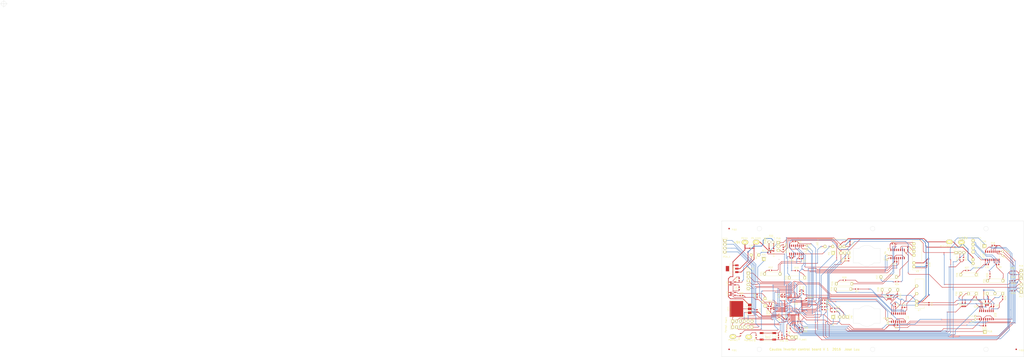
<source format=kicad_pcb>
(kicad_pcb (version 4) (host pcbnew 4.0.1-stable)
  (title_block (title "Inverter control board") (date 2016-11-12) (rev V1.0) (company Caudos))
  (layers (0 F.Cu signal) (31 B.Cu signal) (34 B.Paste user) (35 F.Paste user) (36 B.SilkS user) (37 F.SilkS user) (38 B.Mask user) (39 F.Mask user) (44 Edge.Cuts user))
  (net 0 "")
  (net 1 GND_A)
  (net 2 "Net-(C5M1-Pad2)")
  (net 3 VDD3_D)
  (net 4 VCC12)
  (net 5 "Net-(C13-Pad1)")
  (net 6 "Net-(C13-Pad2)")
  (net 7 /inverter_microcontroller/VBAT)
  (net 8 /inverter_microcontroller/NRST)
  (net 9 "Net-(C21-Pad1)")
  (net 10 "Net-(C21-Pad2)")
  (net 11 V175)
  (net 12 /B1)
  (net 13 "Net-(C26-Pad2)")
  (net 14 "Net-(C32-Pad1)")
  (net 15 "Net-(C32-Pad2)")
  (net 16 VDD3_A)
  (net 17 "Net-(D5-Pad1)")
  (net 18 VCC5_IN)
  (net 19 /PB8)
  (net 20 /PB9)
  (net 21 /PA14)
  (net 22 /PA13)
  (net 23 /PB3)
  (net 24 "Net-(Psense1-Pad1)")
  (net 25 "Net-(Psense2-Pad1)")
  (net 26 /PA3)
  (net 27 /PA2)
  (net 28 /PC10)
  (net 29 "Net-(Pser1-Pad6)")
  (net 30 /PB15)
  (net 31 /M_I225)
  (net 32 /M_IOUT1)
  (net 33 /PB14)
  (net 34 /M_I175)
  (net 35 /M_IOUT2)
  (net 36 /inverter_microcontroller/PD2)
  (net 37 /inverter_microcontroller/BOO0)
  (net 38 /PA5)
  (net 39 "Net-(R10-Pad1)")
  (net 40 "Net-(R12-Pad1)")
  (net 41 /PA1)
  (net 42 /PA6)
  (net 43 "Net-(R17-Pad1)")
  (net 44 "Net-(R20-Pad2)")
  (net 45 "Net-(R22-Pad1)")
  (net 46 "Net-(R24-Pad1)")
  (net 47 "Net-(R26-Pad1)")
  (net 48 "Net-(R27-Pad1)")
  (net 49 "Net-(R29-Pad1)")
  (net 50 /PB0)
  (net 51 "Net-(R33-Pad1)")
  (net 52 /PB1)
  (net 53 /PB12)
  (net 54 /ON225)
  (net 55 DIS)
  (net 56 "Net-(U1-Pad6)")
  (net 57 "Net-(U1-Pad7)")
  (net 58 "Net-(U1-Pad12)")
  (net 59 "Net-(U1-Pad13)")
  (net 60 /PA8)
  (net 61 /PA10)
  (net 62 "Net-(U4-Pad6)")
  (net 63 "Net-(U4-Pad7)")
  (net 64 "Net-(U4-Pad12)")
  (net 65 "Net-(U4-Pad13)")
  (net 66 /PA9)
  (net 67 /PA11)
  (net 68 "Net-(U8-Pad6)")
  (net 69 "Net-(U8-Pad7)")
  (net 70 "Net-(U8-Pad12)")
  (net 71 "Net-(U8-Pad13)")
  (net 72 /H1_LON)
  (net 73 /H1_HON)
  (net 74 "Net-(U10-Pad6)")
  (net 75 "Net-(U10-Pad7)")
  (net 76 "Net-(U10-Pad12)")
  (net 77 "Net-(U10-Pad13)")
  (net 78 "Net-(U11-Pad2)")
  (net 79 /H2_LON)
  (net 80 /H2_HON)
  (net 81 "Net-(U16-Pad6)")
  (net 82 "Net-(U16-Pad7)")
  (net 83 "Net-(U16-Pad12)")
  (net 84 "Net-(U16-Pad13)")
  (net 85 "Net-(U17-Pad2)")
  (net 86 /M_IH1)
  (net 87 "Net-(U20-Pad2)")
  (net 88 /inverter_microcontroller/PC13)
  (net 89 "Net-(U22-Pad3)")
  (net 90 "Net-(U22-Pad4)")
  (net 91 /inverter_microcontroller/PA4)
  (net 92 /M_IH2)
  (net 93 /inverter_microcontroller/PB10)
  (net 94 /inverter_microcontroller/PB11)
  (net 95 /inverter_microcontroller/PC6)
  (net 96 /inverter_microcontroller/PC7)
  (net 97 /inverter_microcontroller/PC9)
  (net 98 /inverter_microcontroller/PA15)
  (net 99 /inverter_microcontroller/PC11)
  (net 100 /inverter_microcontroller/PC12)
  (net 101 /inverter_microcontroller/PB4)
  (net 102 /inverter_microcontroller/PB5)
  (net 103 /inverter_microcontroller/PB6)
  (net 104 "Net-(C33-Pad1)")
  (net 105 "Net-(C33-Pad2)")
  (net 106 "Net-(C27-Pad2)")
  (net 107 /M_VIN)
  (net 108 GND_D)
  (net 109 /M_IHFL+)
  (net 110 "Net-(P22-Pad1)")
  (net 111 FAN)
  (net 112 "Net-(P23-Pad1)")
  (net 113 "Net-(P24-Pad1)")
  (net 114 "Net-(P25-Pad1)")
  (net 115 "Net-(P26-Pad1)")
  (net 116 "Net-(P27-Pad1)")
  (net 117 "Net-(P28-Pad1)")
  (net 118 "Net-(P29-Pad1)")
  (net 119 "Net-(P30-Pad1)")
  (net 120 "Net-(P31-Pad1)")
  (net 121 "Net-(P32-Pad1)")
  (net 122 VCC5_A)
  (net 123 VCC5_D)
  (net 124 /M_IOUT)
  (net 125 "Net-(P9-Pad2)")
  (net 126 "Net-(P10-Pad2)")
  (net 127 "Net-(P13-Pad2)")
  (net 128 "Net-(P17-Pad2)")
  (net 129 "Net-(P19-Pad2)")
  (net 130 "Net-(P16-Pad2)")
  (net 131 /M_IIN)
  (net 132 "Net-(C35-Pad1)")
  (net 133 "Net-(C50-Pad1)")
  (net 134 /PB7)
  (net 135 GND_12)
  (net 136 "Net-(C49-Pad1)")
  (module inverter:DY12D1212-2W (layer F.Cu) (at 219.032 70.461 90)
    (fp_text reference U9 (at -10.618 -0.678 180) (layer F.SilkS))
    (fp_text value DY12D1212-2W hide)
    (pad 1 thru_hole circle (at -7.62 -2.54 90) (size 2 2) (drill 0.762) (layers *.Cu *.Mask F.SilkS) (net 4 VCC12))
    (pad 2 thru_hole circle (at -5.08 -2.54 90) (size 2 2) (drill 0.762) (layers *.Cu *.Mask F.SilkS) (net 135 GND_12))
    (pad 4 thru_hole circle (at 0 -2.54 90) (size 2 2) (drill 0.762) (layers *.Cu *.Mask F.SilkS) (net 14 "Net-(C32-Pad1)"))
    (pad 6 thru_hole circle (at 5.08 -2.54 90) (size 2 2) (drill 0.762) (layers *.Cu *.Mask F.SilkS) (net 104 "Net-(C33-Pad1)"))
    (pad 5 thru_hole circle (at 2.54 -2.54 90) (size 2 2) (drill 0.762) (layers *.Cu *.Mask F.SilkS) (net 15 "Net-(C32-Pad2)"))
    (pad 7 thru_hole circle (at 7.62 -2.54 90) (size 2 2) (drill 0.762) (layers *.Cu *.Mask F.SilkS) (net 105 "Net-(C33-Pad2)"))
  )
  (module Resistors_SMD:R_0603 (layer F.Cu) (at 166.078 90.1282 180)
    (fp_text reference R24 (at -0.036 -1.8608 180) (layer F.SilkS))
    (fp_text value 1)
    (pad 1 smd rect (at -0.75 0 180) (size 0.5 0.9) (layers F.Cu F.Paste F.Mask) (net 46 "Net-(R24-Pad1)"))
    (pad 2 smd rect (at 0.75 0 180) (size 0.5 0.9) (layers F.Cu F.Paste F.Mask) (net 116 "Net-(P27-Pad1)"))
  )
  (module Housings_SOIC:SOIC-16_3.9x9.9mm_Pitch1.27mm (layer F.Cu) (at 166.5032 71.829 90)
    (fp_text reference U8 (at 3.1 -6.1 90) (layer F.SilkS))
    (fp_text value ADUM3223 hide)
    (pad 1 smd rect (at -2.7 -4.445 90) (size 1.5 0.6) (layers F.Cu F.Paste F.Mask) (net 60 /PA8))
    (pad 2 smd rect (at -2.7 -3.175 90) (size 1.5 0.6) (layers F.Cu F.Paste F.Mask) (net 67 /PA11))
    (pad 3 smd rect (at -2.7 -1.905 90) (size 1.5 0.6) (layers F.Cu F.Paste F.Mask) (net 3 VDD3_D))
    (pad 4 smd rect (at -2.7 -0.635 90) (size 1.5 0.6) (layers F.Cu F.Paste F.Mask) (net 108 GND_D))
    (pad 5 smd rect (at -2.7 0.635 90) (size 1.5 0.6) (layers F.Cu F.Paste F.Mask) (net 55 DIS))
    (pad 6 smd rect (at -2.7 1.905 90) (size 1.5 0.6) (layers F.Cu F.Paste F.Mask) (net 68 "Net-(U8-Pad6)"))
    (pad 7 smd rect (at -2.7 3.175 90) (size 1.5 0.6) (layers F.Cu F.Paste F.Mask) (net 69 "Net-(U8-Pad7)"))
    (pad 8 smd rect (at -2.7 4.445 90) (size 1.5 0.6) (layers F.Cu F.Paste F.Mask) (net 3 VDD3_D))
    (pad 9 smd rect (at 2.7 4.445 90) (size 1.5 0.6) (layers F.Cu F.Paste F.Mask) (net 12 /B1))
    (pad 10 smd rect (at 2.7 3.175 90) (size 1.5 0.6) (layers F.Cu F.Paste F.Mask) (net 46 "Net-(R24-Pad1)"))
    (pad 11 smd rect (at 2.7 1.905 90) (size 1.5 0.6) (layers F.Cu F.Paste F.Mask) (net 13 "Net-(C26-Pad2)"))
    (pad 12 smd rect (at 2.7 0.635 90) (size 1.5 0.6) (layers F.Cu F.Paste F.Mask) (net 70 "Net-(U8-Pad12)"))
    (pad 13 smd rect (at 2.7 -0.635 90) (size 1.5 0.6) (layers F.Cu F.Paste F.Mask) (net 71 "Net-(U8-Pad13)"))
    (pad 14 smd rect (at 2.7 -1.905 90) (size 1.5 0.6) (layers F.Cu F.Paste F.Mask) (net 11 V175))
    (pad 15 smd rect (at 2.7 -3.175 90) (size 1.5 0.6) (layers F.Cu F.Paste F.Mask) (net 44 "Net-(R20-Pad2)"))
    (pad 16 smd rect (at 2.7 -4.445 90) (size 1.5 0.6) (layers F.Cu F.Paste F.Mask) (net 106 "Net-(C27-Pad2)"))
  )
  (module inverter:SOT-23 (layer F.Cu) (at 81.514 69.529)
    (fp_text reference Q11 (at -3.3 0) (layer F.SilkS))
    (fp_text value CJ2302 hide)
    (pad 1 smd rect (at -0.95 1.2) (size 0.7 1) (layers F.Cu F.Paste F.Mask) (net 111 FAN))
    (pad 3 smd rect (at 0.95 1.2) (size 0.7 1) (layers F.Cu F.Paste F.Mask) (net 108 GND_D))
    (pad 2 smd rect (at 0 -1.2) (size 0.7 1) (layers F.Cu F.Paste F.Mask) (net 110 "Net-(P22-Pad1)"))
  )
  (module Housings_SOIC:SOIC-16_3.9x9.9mm_Pitch1.27mm (layer F.Cu) (at 99.514 69.029 270)
    (fp_text reference U1 (at 1.5 -6.3 270) (layer F.SilkS))
    (fp_text value ADUM3223 hide)
    (pad 1 smd rect (at -2.7 -4.445 270) (size 1.5 0.6) (layers F.Cu F.Paste F.Mask) (net 53 /PB12))
    (pad 2 smd rect (at -2.7 -3.175 270) (size 1.5 0.6) (layers F.Cu F.Paste F.Mask) (net 54 /ON225))
    (pad 3 smd rect (at -2.7 -1.905 270) (size 1.5 0.6) (layers F.Cu F.Paste F.Mask) (net 3 VDD3_D))
    (pad 4 smd rect (at -2.7 -0.635 270) (size 1.5 0.6) (layers F.Cu F.Paste F.Mask) (net 108 GND_D))
    (pad 5 smd rect (at -2.7 0.635 270) (size 1.5 0.6) (layers F.Cu F.Paste F.Mask) (net 55 DIS))
    (pad 6 smd rect (at -2.7 1.905 270) (size 1.5 0.6) (layers F.Cu F.Paste F.Mask) (net 56 "Net-(U1-Pad6)"))
    (pad 7 smd rect (at -2.7 3.175 270) (size 1.5 0.6) (layers F.Cu F.Paste F.Mask) (net 57 "Net-(U1-Pad7)"))
    (pad 8 smd rect (at -2.7 4.445 270) (size 1.5 0.6) (layers F.Cu F.Paste F.Mask) (net 3 VDD3_D))
    (pad 9 smd rect (at 2.7 4.445 270) (size 1.5 0.6) (layers F.Cu F.Paste F.Mask) (net 135 GND_12))
    (pad 10 smd rect (at 2.7 3.175 270) (size 1.5 0.6) (layers F.Cu F.Paste F.Mask) (net 39 "Net-(R10-Pad1)"))
    (pad 11 smd rect (at 2.7 1.905 270) (size 1.5 0.6) (layers F.Cu F.Paste F.Mask) (net 4 VCC12))
    (pad 12 smd rect (at 2.7 0.635 270) (size 1.5 0.6) (layers F.Cu F.Paste F.Mask) (net 58 "Net-(U1-Pad12)"))
    (pad 13 smd rect (at 2.7 -0.635 270) (size 1.5 0.6) (layers F.Cu F.Paste F.Mask) (net 59 "Net-(U1-Pad13)"))
    (pad 14 smd rect (at 2.7 -1.905 270) (size 1.5 0.6) (layers F.Cu F.Paste F.Mask) (net 5 "Net-(C13-Pad1)"))
    (pad 15 smd rect (at 2.7 -3.175 270) (size 1.5 0.6) (layers F.Cu F.Paste F.Mask) (net 40 "Net-(R12-Pad1)"))
    (pad 16 smd rect (at 2.7 -4.445 270) (size 1.5 0.6) (layers F.Cu F.Paste F.Mask) (net 6 "Net-(C13-Pad2)"))
  )
  (module Capacitors_SMD:C_0603 (layer F.Cu) (at 69.514 68.029 180)
    (fp_text reference C28 (at 0.1 1.7 180) (layer F.SilkS))
    (fp_text value 1u)
    (pad 1 smd rect (at -0.75 0 180) (size 0.8 0.75) (layers F.Cu F.Paste F.Mask) (net 108 GND_D))
    (pad 2 smd rect (at 0.75 0 180) (size 0.8 0.75) (layers F.Cu F.Paste F.Mask) (net 18 VCC5_IN))
  )
  (module inverter:BEAD-5 (layer F.Cu) (at 78.764 103.779 270)
    (fp_text reference L8 (at 0.08 2.16 270) (layer F.SilkS))
    (fp_text value 2u hide)
    (pad 1 thru_hole circle (at -2.5 0 270) (size 2 2) (drill 0.762) (layers *.Cu *.Mask F.SilkS) (net 16 VDD3_A))
    (pad 2 thru_hole circle (at 2.5 0 270) (size 2 2) (drill 0.762) (layers *.Cu *.Mask F.SilkS) (net 2 "Net-(C5M1-Pad2)"))
  )
  (module Resistors_SMD:R_0603 (layer F.Cu) (at 84.514 107.929 270)
    (fp_text reference R13 (at -2.764 -0.03 270) (layer F.SilkS))
    (fp_text value 22K hide)
    (pad 1 smd rect (at -0.75 0 270) (size 0.5 0.9) (layers F.Cu F.Paste F.Mask) (net 1 GND_A))
    (pad 2 smd rect (at 0.75 0 270) (size 0.5 0.9) (layers F.Cu F.Paste F.Mask) (net 41 /PA1))
  )
  (module inverter:B1212LS-1W (layer F.Cu) (at 180.4036 98.1038 90)
    (fp_text reference U7 (at -10.9152 0.3704 180) (layer F.SilkS))
    (fp_text value B1212LS-1W)
    (pad 1 thru_hole circle (at -7.62 -1.27 90) (size 2 2) (drill 0.889) (layers *.Cu *.Mask F.SilkS) (net 4 VCC12))
    (pad 2 thru_hole circle (at -5.08 -1.27 90) (size 2 2) (drill 0.889) (layers *.Cu *.Mask F.SilkS) (net 135 GND_12))
    (pad 4 thru_hole circle (at 0 -1.27 90) (size 2 2) (drill 0.889) (layers *.Cu *.Mask F.SilkS) (net 9 "Net-(C21-Pad1)"))
    (pad 6 thru_hole circle (at 5.08 -1.27 90) (size 2 2) (drill 0.889) (layers *.Cu *.Mask F.SilkS) (net 10 "Net-(C21-Pad2)"))
  )
  (module Capacitors_SMD:C_0603 (layer F.Cu) (at 80.814 107.279 270)
    (fp_text reference C5M1 (at 3.474 0.588 270) (layer F.SilkS))
    (fp_text value 10n hide)
    (pad 1 smd rect (at -0.75 0 270) (size 0.8 0.75) (layers F.Cu F.Paste F.Mask) (net 1 GND_A))
    (pad 2 smd rect (at 0.75 0 270) (size 0.8 0.75) (layers F.Cu F.Paste F.Mask) (net 2 "Net-(C5M1-Pad2)"))
  )
  (module Capacitors_SMD:C_0603 (layer F.Cu) (at 82.514 107.279 270)
    (fp_text reference C6M1 (at 3.474 0.764 270) (layer F.SilkS))
    (fp_text value 1u hide)
    (pad 1 smd rect (at -0.75 0 270) (size 0.8 0.75) (layers F.Cu F.Paste F.Mask) (net 1 GND_A))
    (pad 2 smd rect (at 0.75 0 270) (size 0.8 0.75) (layers F.Cu F.Paste F.Mask) (net 2 "Net-(C5M1-Pad2)"))
  )
  (module Capacitors_SMD:C_0603 (layer F.Cu) (at 96.228 74.431)
    (fp_text reference C10 (at -0.014 1.698) (layer F.SilkS))
    (fp_text value 4.7u hide)
    (pad 1 smd rect (at -0.75 0) (size 0.8 0.75) (layers F.Cu F.Paste F.Mask) (net 135 GND_12))
    (pad 2 smd rect (at 0.75 0) (size 0.8 0.75) (layers F.Cu F.Paste F.Mask) (net 4 VCC12))
  )
  (module Capacitors_SMD:C_0603 (layer F.Cu) (at 187.2108 104.8094 270)
    (fp_text reference C11 (at 0 -1.9 270) (layer F.SilkS))
    (fp_text value 4.7u)
    (pad 1 smd rect (at -0.75 0 270) (size 0.8 0.75) (layers F.Cu F.Paste F.Mask) (net 135 GND_12))
    (pad 2 smd rect (at 0.75 0 270) (size 0.8 0.75) (layers F.Cu F.Paste F.Mask) (net 4 VCC12))
  )
  (module Capacitors_SMD:C_0603 (layer F.Cu) (at 135.014 64.529 270)
    (fp_text reference C14 (at 0.504 -1.854 270) (layer F.SilkS))
    (fp_text value 4.7u hide)
    (pad 1 smd rect (at -0.75 0 270) (size 0.8 0.75) (layers F.Cu F.Paste F.Mask) (net 135 GND_12))
    (pad 2 smd rect (at 0.75 0 270) (size 0.8 0.75) (layers F.Cu F.Paste F.Mask) (net 4 VCC12))
  )
  (module Capacitors_SMD:C_0603 (layer F.Cu) (at 185.8392 78.6982 270)
    (fp_text reference C18 (at 0.1708 -1.8548 270) (layer F.SilkS))
    (fp_text value 4.7u hide)
    (pad 1 smd rect (at -0.75 0 270) (size 0.8 0.75) (layers F.Cu F.Paste F.Mask) (net 135 GND_12))
    (pad 2 smd rect (at 0.75 0 270) (size 0.8 0.75) (layers F.Cu F.Paste F.Mask) (net 4 VCC12))
  )
  (module Capacitors_SMD:C_0603 (layer F.Cu) (at 223.99 119.389)
    (fp_text reference C20 (at -0.056 1.51) (layer F.SilkS))
    (fp_text value 100n)
    (pad 1 smd rect (at -0.75 0) (size 0.8 0.75) (layers F.Cu F.Paste F.Mask) (net 3 VDD3_D))
    (pad 2 smd rect (at 0.75 0) (size 0.8 0.75) (layers F.Cu F.Paste F.Mask) (net 108 GND_D))
  )
  (module Capacitors_SMD:C_0603 (layer F.Cu) (at 163.9032 65.029 180)
    (fp_text reference C27 (at 0.1592 1.79 180) (layer F.SilkS))
    (fp_text value 4.7u hide)
    (pad 1 smd rect (at -0.75 0 180) (size 0.8 0.75) (layers F.Cu F.Paste F.Mask) (net 11 V175))
    (pad 2 smd rect (at 0.75 0 180) (size 0.8 0.75) (layers F.Cu F.Paste F.Mask) (net 106 "Net-(C27-Pad2)"))
  )
  (module Capacitors_SMD:C_0603 (layer F.Cu) (at 221.704 106.689 180)
    (fp_text reference C30 (at 3.29 -0.04 180) (layer F.SilkS))
    (fp_text value 4.7u)
    (pad 1 smd rect (at -0.75 0 180) (size 0.8 0.75) (layers F.Cu F.Paste F.Mask) (net 135 GND_12))
    (pad 2 smd rect (at 0.75 0 180) (size 0.8 0.75) (layers F.Cu F.Paste F.Mask) (net 4 VCC12))
  )
  (module Capacitors_SMD:C_0603 (layer F.Cu) (at 229.324 106.689 180)
    (fp_text reference C31 (at -3.048 0.762 180) (layer F.SilkS))
    (fp_text value 4.7u)
    (pad 1 smd rect (at -0.75 0 180) (size 0.8 0.75) (layers F.Cu F.Paste F.Mask) (net 135 GND_12))
    (pad 2 smd rect (at 0.75 0 180) (size 0.8 0.75) (layers F.Cu F.Paste F.Mask) (net 4 VCC12))
  )
  (module Capacitors_SMD:C_0603 (layer F.Cu) (at 232.67 78.849)
    (fp_text reference C33 (at 1.114 1.63) (layer F.SilkS))
    (fp_text value 4.7u)
    (pad 1 smd rect (at -0.75 0) (size 0.8 0.75) (layers F.Cu F.Paste F.Mask) (net 104 "Net-(C33-Pad1)"))
    (pad 2 smd rect (at 0.75 0) (size 0.8 0.75) (layers F.Cu F.Paste F.Mask) (net 105 "Net-(C33-Pad2)"))
  )
  (module Capacitors_SMD:C_0603 (layer F.Cu) (at 73.494 99.559 90)
    (fp_text reference C40 (at 0.08 -1.53 90) (layer F.SilkS))
    (fp_text value 1u hide)
    (pad 1 smd rect (at -0.75 0 90) (size 0.8 0.75) (layers F.Cu F.Paste F.Mask) (net 1 GND_A))
    (pad 2 smd rect (at 0.75 0 90) (size 0.8 0.75) (layers F.Cu F.Paste F.Mask) (net 16 VDD3_A))
  )
  (module Capacitors_SMD:C_0603 (layer F.Cu) (at 73.514 109.529 90)
    (fp_text reference C41 (at 0.554 1.886 90) (layer F.SilkS))
    (fp_text value 1u hide)
    (pad 1 smd rect (at -0.75 0 90) (size 0.8 0.75) (layers F.Cu F.Paste F.Mask) (net 108 GND_D))
    (pad 2 smd rect (at 0.75 0 90) (size 0.8 0.75) (layers F.Cu F.Paste F.Mask) (net 3 VDD3_D))
  )
  (module Capacitors_SMD:C_0603 (layer F.Cu) (at 84.514 69.029 90)
    (fp_text reference C42 (at -3.202 0.084 90) (layer F.SilkS))
    (fp_text value 1u hide)
    (pad 1 smd rect (at -0.75 0 90) (size 0.8 0.75) (layers F.Cu F.Paste F.Mask) (net 108 GND_D))
    (pad 2 smd rect (at 0.75 0 90) (size 0.8 0.75) (layers F.Cu F.Paste F.Mask) (net 123 VCC5_D))
  )
  (module LEDs:LED-0603 (layer F.Cu) (at 93.114 127.329 270)
    (fp_text reference D5 (at 1.966 -0.066 360) (layer F.SilkS))
    (fp_text value LED hide)
    (pad 2 smd rect (at 0.7493 0 90) (size 0.79756 0.79756) (layers F.Cu F.Paste F.Mask) (net 108 GND_D))
    (pad 1 smd rect (at -0.7493 0 90) (size 0.79756 0.79756) (layers F.Cu F.Paste F.Mask) (net 17 "Net-(D5-Pad1)"))
  )
  (module Diodes_SMD:SOD-323 (layer F.Cu) (at 88.1 112.785 90)
    (fp_text reference D6 (at -2.54 0 90) (layer F.SilkS))
    (fp_text value SD1206S040S0R5 hide)
    (pad 1 smd rect (at -1.055 0 90) (size 0.59 0.45) (layers F.Cu F.Paste F.Mask) (net 3 VDD3_D))
    (pad 2 smd rect (at 1.055 0 90) (size 0.59 0.45) (layers F.Cu F.Paste F.Mask) (net 2 "Net-(C5M1-Pad2)"))
  )
  (module inverter:FASTON_110-1 (layer F.Cu) (at 65.494 64.017)
    (fp_text reference P5IN1 (at -0.28 -2.588) (layer F.SilkS))
    (fp_text value CONN_1 hide)
    (pad 1 thru_hole oval (at 0 0) (size 4.3 3) (drill oval 2 1) (layers *.Cu *.Mask F.SilkS) (net 18 VCC5_IN))
  )
  (module inverter:FASTON_110-1 (layer F.Cu) (at 208.764 64.029)
    (fp_text reference P12IN1 (at 0.4 2.59) (layer F.SilkS))
    (fp_text value CONN_1 hide)
    (pad 1 thru_hole oval (at 0 0) (size 4.3 3) (drill oval 2 1) (layers *.Cu *.Mask F.SilkS) (net 4 VCC12))
  )
  (module Pin_Headers:Pin_Header_Straight_1x06 (layer F.Cu) (at 57.3606 120.3008 90)
    (fp_text reference Pprog1 (at -0.9282 -4.5666 90) (layer F.SilkS))
    (fp_text value CONN_6 hide)
    (pad 1 thru_hole rect (at 0 0 90) (size 2.032 1.7272) (drill 1.016) (layers *.Cu *.Mask F.SilkS) (net 3 VDD3_D))
    (pad 2 thru_hole oval (at 0 2.54 90) (size 2.032 1.7272) (drill 1.016) (layers *.Cu *.Mask F.SilkS) (net 21 /PA14))
    (pad 3 thru_hole oval (at 0 5.08 90) (size 2.032 1.7272) (drill 1.016) (layers *.Cu *.Mask F.SilkS) (net 108 GND_D))
    (pad 4 thru_hole oval (at 0 7.62 90) (size 2.032 1.7272) (drill 1.016) (layers *.Cu *.Mask F.SilkS) (net 22 /PA13))
    (pad 5 thru_hole oval (at 0 10.16 90) (size 2.032 1.7272) (drill 1.016) (layers *.Cu *.Mask F.SilkS) (net 8 /inverter_microcontroller/NRST))
    (pad 6 thru_hole oval (at 0 12.7 90) (size 2.032 1.7272) (drill 1.016) (layers *.Cu *.Mask F.SilkS) (net 23 /PB3))
  )
  (module inverter:FASTON_110-1 (layer F.Cu) (at 57.514 126.529)
    (fp_text reference Psense1 (at 0.106 2.258) (layer F.SilkS))
    (fp_text value CONN_1 hide)
    (pad 1 thru_hole oval (at 0 0) (size 4.3 3) (drill oval 2 1) (layers *.Cu *.Mask F.SilkS) (net 24 "Net-(Psense1-Pad1)"))
  )
  (module inverter:FASTON_110-1 (layer F.Cu) (at 68.014 126.779)
    (fp_text reference Psense2 (at 0 2.262) (layer F.SilkS))
    (fp_text value CONN_1 hide)
    (pad 1 thru_hole oval (at 0 0) (size 4.3 3) (drill oval 2 1) (layers *.Cu *.Mask F.SilkS) (net 25 "Net-(Psense2-Pad1)"))
  )
  (module Pin_Headers:Pin_Header_Straight_1x06 (layer F.Cu) (at 57.4114 116.3892 90)
    (fp_text reference Pser1 (at 0.8102 -4.3634 90) (layer F.SilkS))
    (fp_text value CONN_6 hide)
    (pad 1 thru_hole rect (at 0 0 90) (size 2.032 1.7272) (drill 1.016) (layers *.Cu *.Mask F.SilkS) (net 3 VDD3_D))
    (pad 2 thru_hole oval (at 0 2.54 90) (size 2.032 1.7272) (drill 1.016) (layers *.Cu *.Mask F.SilkS) (net 26 /PA3))
    (pad 3 thru_hole oval (at 0 5.08 90) (size 2.032 1.7272) (drill 1.016) (layers *.Cu *.Mask F.SilkS) (net 27 /PA2))
    (pad 4 thru_hole oval (at 0 7.62 90) (size 2.032 1.7272) (drill 1.016) (layers *.Cu *.Mask F.SilkS) (net 108 GND_D))
    (pad 5 thru_hole oval (at 0 10.16 90) (size 2.032 1.7272) (drill 1.016) (layers *.Cu *.Mask F.SilkS) (net 28 /PC10))
    (pad 6 thru_hole oval (at 0 12.7 90) (size 2.032 1.7272) (drill 1.016) (layers *.Cu *.Mask F.SilkS) (net 29 "Net-(Pser1-Pad6)"))
  )
  (module Resistors_SMD:R_0603 (layer F.Cu) (at 117.414 104.529)
    (fp_text reference R1 (at 2.7 -0.3) (layer F.SilkS))
    (fp_text value 0)
    (pad 1 smd rect (at -0.75 0) (size 0.5 0.9) (layers F.Cu F.Paste F.Mask) (net 30 /PB15))
    (pad 2 smd rect (at 0.75 0) (size 0.5 0.9) (layers F.Cu F.Paste F.Mask) (net 31 /M_I225))
  )
  (module Resistors_SMD:R_0603 (layer F.Cu) (at 117.464 102.429)
    (fp_text reference R2 (at 2.9 0.1) (layer F.SilkS))
    (fp_text value 0)
    (pad 1 smd rect (at -0.75 0) (size 0.5 0.9) (layers F.Cu F.Paste F.Mask) (net 30 /PB15))
    (pad 2 smd rect (at 0.75 0) (size 0.5 0.9) (layers F.Cu F.Paste F.Mask) (net 32 /M_IOUT1))
  )
  (module Resistors_SMD:R_0603 (layer F.Cu) (at 117.464 106.829)
    (fp_text reference R3 (at 2.3 -1) (layer F.SilkS))
    (fp_text value 0)
    (pad 1 smd rect (at -0.75 0) (size 0.5 0.9) (layers F.Cu F.Paste F.Mask) (net 33 /PB14))
    (pad 2 smd rect (at 0.75 0) (size 0.5 0.9) (layers F.Cu F.Paste F.Mask) (net 34 /M_I175))
  )
  (module Resistors_SMD:R_0603 (layer F.Cu) (at 117.464 108.679)
    (fp_text reference R4 (at 2.65 -0.05) (layer F.SilkS))
    (fp_text value 0)
    (pad 1 smd rect (at -0.75 0) (size 0.5 0.9) (layers F.Cu F.Paste F.Mask) (net 33 /PB14))
    (pad 2 smd rect (at 0.75 0) (size 0.5 0.9) (layers F.Cu F.Paste F.Mask) (net 35 /M_IOUT2))
  )
  (module Resistors_SMD:R_0603 (layer F.Cu) (at 62.514 125.279 270)
    (fp_text reference R5 (at 2.746 0.83 270) (layer F.SilkS))
    (fp_text value 10k)
    (pad 1 smd rect (at -0.75 0 270) (size 0.5 0.9) (layers F.Cu F.Paste F.Mask) (net 36 /inverter_microcontroller/PD2))
    (pad 2 smd rect (at 0.75 0 270) (size 0.5 0.9) (layers F.Cu F.Paste F.Mask) (net 24 "Net-(Psense1-Pad1)"))
  )
  (module Resistors_SMD:R_0603 (layer F.Cu) (at 72.86508 126.45528 270)
    (fp_text reference R6 (at 2.37372 0.75108 270) (layer F.SilkS))
    (fp_text value 10k)
    (pad 1 smd rect (at -0.75 0 270) (size 0.5 0.9) (layers F.Cu F.Paste F.Mask) (net 25 "Net-(Psense2-Pad1)"))
    (pad 2 smd rect (at 0.75 0 270) (size 0.5 0.9) (layers F.Cu F.Paste F.Mask) (net 108 GND_D))
  )
  (module Resistors_SMD:R_0603 (layer F.Cu) (at 90.914 98.529 180)
    (fp_text reference R7 (at 2.7 -0.1 180) (layer F.SilkS))
    (fp_text value 10k hide)
    (pad 1 smd rect (at -0.75 0 180) (size 0.5 0.9) (layers F.Cu F.Paste F.Mask) (net 37 /inverter_microcontroller/BOO0))
    (pad 2 smd rect (at 0.75 0 180) (size 0.5 0.9) (layers F.Cu F.Paste F.Mask) (net 108 GND_D))
  )
  (module Resistors_SMD:R_0603 (layer F.Cu) (at 93.114 124.079 270)
    (fp_text reference R8 (at 0 -1.9 270) (layer F.SilkS))
    (fp_text value 510 hide)
    (pad 1 smd rect (at -0.75 0 270) (size 0.5 0.9) (layers F.Cu F.Paste F.Mask) (net 38 /PA5))
    (pad 2 smd rect (at 0.75 0 270) (size 0.5 0.9) (layers F.Cu F.Paste F.Mask) (net 17 "Net-(D5-Pad1)"))
  )
  (module Resistors_SMD:R_0603 (layer F.Cu) (at 82.314 82.629 180)
    (fp_text reference R12 (at -0.13 1.85 180) (layer F.SilkS))
    (fp_text value 1)
    (pad 1 smd rect (at -0.75 0 180) (size 0.5 0.9) (layers F.Cu F.Paste F.Mask) (net 40 "Net-(R12-Pad1)"))
    (pad 2 smd rect (at 0.75 0 180) (size 0.5 0.9) (layers F.Cu F.Paste F.Mask) (net 113 "Net-(P24-Pad1)"))
  )
  (module Resistors_SMD:R_0603 (layer F.Cu) (at 95.466 120.151 90)
    (fp_text reference R15 (at -0.078 -1.652 90) (layer F.SilkS))
    (fp_text value 22K hide)
    (pad 1 smd rect (at -0.75 0 90) (size 0.5 0.9) (layers F.Cu F.Paste F.Mask) (net 1 GND_A))
    (pad 2 smd rect (at 0.75 0 90) (size 0.5 0.9) (layers F.Cu F.Paste F.Mask) (net 42 /PA6))
  )
  (module Resistors_SMD:R_0603 (layer F.Cu) (at 139.5096 95.0558 180)
    (fp_text reference R17 (at -0.2044 -1.6732 180) (layer F.SilkS))
    (fp_text value 1 hide)
    (pad 1 smd rect (at -0.75 0 180) (size 0.5 0.9) (layers F.Cu F.Paste F.Mask) (net 43 "Net-(R17-Pad1)"))
    (pad 2 smd rect (at 0.75 0 180) (size 0.5 0.9) (layers F.Cu F.Paste F.Mask) (net 115 "Net-(P26-Pad1)"))
  )
  (module Resistors_SMD:R_0603 (layer F.Cu) (at 131.28 89.163)
    (fp_text reference R20 (at 0 -1.708) (layer F.SilkS))
    (fp_text value 1)
    (pad 1 smd rect (at -0.75 0) (size 0.5 0.9) (layers F.Cu F.Paste F.Mask) (net 114 "Net-(P25-Pad1)"))
    (pad 2 smd rect (at 0.75 0) (size 0.5 0.9) (layers F.Cu F.Paste F.Mask) (net 44 "Net-(R20-Pad2)"))
  )
  (module Resistors_SMD:R_0603 (layer F.Cu) (at 217.7536 100.339 180)
    (fp_text reference R26 (at -0.2104 -1.96 180) (layer F.SilkS))
    (fp_text value 1)
    (pad 1 smd rect (at -0.75 0 180) (size 0.5 0.9) (layers F.Cu F.Paste F.Mask) (net 47 "Net-(R26-Pad1)"))
    (pad 2 smd rect (at 0.75 0 180) (size 0.5 0.9) (layers F.Cu F.Paste F.Mask) (net 119 "Net-(P30-Pad1)"))
  )
  (module Resistors_SMD:R_0603 (layer F.Cu) (at 212.424 82.749 180)
    (fp_text reference R27 (at 0.08 1.78 180) (layer F.SilkS))
    (fp_text value 1)
    (pad 1 smd rect (at -0.75 0 180) (size 0.5 0.9) (layers F.Cu F.Paste F.Mask) (net 48 "Net-(R27-Pad1)"))
    (pad 2 smd rect (at 0.75 0 180) (size 0.5 0.9) (layers F.Cu F.Paste F.Mask) (net 118 "Net-(P29-Pad1)"))
  )
  (module Resistors_SMD:R_0603 (layer F.Cu) (at 236.0296 100.9486 90)
    (fp_text reference R29 (at -0.0404 1.8344 90) (layer F.SilkS))
    (fp_text value 1)
    (pad 1 smd rect (at -0.75 0 90) (size 0.5 0.9) (layers F.Cu F.Paste F.Mask) (net 49 "Net-(R29-Pad1)"))
    (pad 2 smd rect (at 0.75 0 90) (size 0.5 0.9) (layers F.Cu F.Paste F.Mask) (net 121 "Net-(P32-Pad1)"))
  )
  (module Resistors_SMD:R_0603 (layer F.Cu) (at 102.414 123.129)
    (fp_text reference R31 (at 3.012 -0.03) (layer F.SilkS))
    (fp_text value 22K hide)
    (pad 1 smd rect (at -0.75 0) (size 0.5 0.9) (layers F.Cu F.Paste F.Mask) (net 50 /PB0))
    (pad 2 smd rect (at 0.75 0) (size 0.5 0.9) (layers F.Cu F.Paste F.Mask) (net 1 GND_A))
  )
  (module Resistors_SMD:R_0603 (layer F.Cu) (at 102.414 120.629)
    (fp_text reference R36 (at 3.466 0.03) (layer F.SilkS))
    (fp_text value 22K hide)
    (pad 1 smd rect (at -0.75 0) (size 0.5 0.9) (layers F.Cu F.Paste F.Mask) (net 52 /PB1))
    (pad 2 smd rect (at 0.75 0) (size 0.5 0.9) (layers F.Cu F.Paste F.Mask) (net 1 GND_A))
  )
  (module inverter:DY12D1212-2W (layer F.Cu) (at 179.8956 72.629 90)
    (fp_text reference U3 (at -10.67 -0.3716 180) (layer F.SilkS))
    (fp_text value DY12D1212-2W hide)
    (pad 1 thru_hole circle (at -7.62 -2.54 90) (size 2 2) (drill 0.762) (layers *.Cu *.Mask F.SilkS) (net 4 VCC12))
    (pad 2 thru_hole circle (at -5.08 -2.54 90) (size 2 2) (drill 0.762) (layers *.Cu *.Mask F.SilkS) (net 135 GND_12))
    (pad 4 thru_hole circle (at 0 -2.54 90) (size 2 2) (drill 0.762) (layers *.Cu *.Mask F.SilkS) (net 12 /B1))
    (pad 6 thru_hole circle (at 5.08 -2.54 90) (size 2 2) (drill 0.762) (layers *.Cu *.Mask F.SilkS) (net 11 V175))
    (pad 5 thru_hole circle (at 2.54 -2.54 90) (size 2 2) (drill 0.762) (layers *.Cu *.Mask F.SilkS) (net 13 "Net-(C26-Pad2)"))
    (pad 7 thru_hole circle (at 7.62 -2.54 90) (size 2 2) (drill 0.762) (layers *.Cu *.Mask F.SilkS) (net 106 "Net-(C27-Pad2)"))
  )
  (module Housings_SOIC:SOIC-16_3.9x9.9mm_Pitch1.27mm (layer F.Cu) (at 166.9968 114.0354 90)
    (fp_text reference U4 (at 0.3364 6.4972 90) (layer F.SilkS))
    (fp_text value ADUM3223 hide)
    (pad 1 smd rect (at -2.7 -4.445 90) (size 1.5 0.6) (layers F.Cu F.Paste F.Mask) (net 66 /PA9))
    (pad 2 smd rect (at -2.7 -3.175 90) (size 1.5 0.6) (layers F.Cu F.Paste F.Mask) (net 61 /PA10))
    (pad 3 smd rect (at -2.7 -1.905 90) (size 1.5 0.6) (layers F.Cu F.Paste F.Mask) (net 3 VDD3_D))
    (pad 4 smd rect (at -2.7 -0.635 90) (size 1.5 0.6) (layers F.Cu F.Paste F.Mask) (net 108 GND_D))
    (pad 5 smd rect (at -2.7 0.635 90) (size 1.5 0.6) (layers F.Cu F.Paste F.Mask) (net 55 DIS))
    (pad 6 smd rect (at -2.7 1.905 90) (size 1.5 0.6) (layers F.Cu F.Paste F.Mask) (net 62 "Net-(U4-Pad6)"))
    (pad 7 smd rect (at -2.7 3.175 90) (size 1.5 0.6) (layers F.Cu F.Paste F.Mask) (net 63 "Net-(U4-Pad7)"))
    (pad 8 smd rect (at -2.7 4.445 90) (size 1.5 0.6) (layers F.Cu F.Paste F.Mask) (net 3 VDD3_D))
    (pad 9 smd rect (at 2.7 4.445 90) (size 1.5 0.6) (layers F.Cu F.Paste F.Mask) (net 9 "Net-(C21-Pad1)"))
    (pad 10 smd rect (at 2.7 3.175 90) (size 1.5 0.6) (layers F.Cu F.Paste F.Mask) (net 43 "Net-(R17-Pad1)"))
    (pad 11 smd rect (at 2.7 1.905 90) (size 1.5 0.6) (layers F.Cu F.Paste F.Mask) (net 10 "Net-(C21-Pad2)"))
    (pad 12 smd rect (at 2.7 0.635 90) (size 1.5 0.6) (layers F.Cu F.Paste F.Mask) (net 64 "Net-(U4-Pad12)"))
    (pad 13 smd rect (at 2.7 -0.635 90) (size 1.5 0.6) (layers F.Cu F.Paste F.Mask) (net 65 "Net-(U4-Pad13)"))
    (pad 14 smd rect (at 2.7 -1.905 90) (size 1.5 0.6) (layers F.Cu F.Paste F.Mask) (net 135 GND_12))
    (pad 15 smd rect (at 2.7 -3.175 90) (size 1.5 0.6) (layers F.Cu F.Paste F.Mask) (net 45 "Net-(R22-Pad1)"))
    (pad 16 smd rect (at 2.7 -4.445 90) (size 1.5 0.6) (layers F.Cu F.Paste F.Mask) (net 4 VCC12))
  )
  (module Housings_SOIC:SOIC-16_3.9x9.9mm_Pitch1.27mm (layer F.Cu) (at 225.26 112.277 90)
    (fp_text reference U10 (at 0 6.096 90) (layer F.SilkS))
    (fp_text value ADUM3223 hide)
    (pad 1 smd rect (at -2.7 -4.445 90) (size 1.5 0.6) (layers F.Cu F.Paste F.Mask) (net 72 /H1_LON))
    (pad 2 smd rect (at -2.7 -3.175 90) (size 1.5 0.6) (layers F.Cu F.Paste F.Mask) (net 79 /H2_LON))
    (pad 3 smd rect (at -2.7 -1.905 90) (size 1.5 0.6) (layers F.Cu F.Paste F.Mask) (net 3 VDD3_D))
    (pad 4 smd rect (at -2.7 -0.635 90) (size 1.5 0.6) (layers F.Cu F.Paste F.Mask) (net 108 GND_D))
    (pad 5 smd rect (at -2.7 0.635 90) (size 1.5 0.6) (layers F.Cu F.Paste F.Mask) (net 55 DIS))
    (pad 6 smd rect (at -2.7 1.905 90) (size 1.5 0.6) (layers F.Cu F.Paste F.Mask) (net 74 "Net-(U10-Pad6)"))
    (pad 7 smd rect (at -2.7 3.175 90) (size 1.5 0.6) (layers F.Cu F.Paste F.Mask) (net 75 "Net-(U10-Pad7)"))
    (pad 8 smd rect (at -2.7 4.445 90) (size 1.5 0.6) (layers F.Cu F.Paste F.Mask) (net 3 VDD3_D))
    (pad 9 smd rect (at 2.7 4.445 90) (size 1.5 0.6) (layers F.Cu F.Paste F.Mask) (net 135 GND_12))
    (pad 10 smd rect (at 2.7 3.175 90) (size 1.5 0.6) (layers F.Cu F.Paste F.Mask) (net 49 "Net-(R29-Pad1)"))
    (pad 11 smd rect (at 2.7 1.905 90) (size 1.5 0.6) (layers F.Cu F.Paste F.Mask) (net 4 VCC12))
    (pad 12 smd rect (at 2.7 0.635 90) (size 1.5 0.6) (layers F.Cu F.Paste F.Mask) (net 76 "Net-(U10-Pad12)"))
    (pad 13 smd rect (at 2.7 -0.635 90) (size 1.5 0.6) (layers F.Cu F.Paste F.Mask) (net 77 "Net-(U10-Pad13)"))
    (pad 14 smd rect (at 2.7 -1.905 90) (size 1.5 0.6) (layers F.Cu F.Paste F.Mask) (net 135 GND_12))
    (pad 15 smd rect (at 2.7 -3.175 90) (size 1.5 0.6) (layers F.Cu F.Paste F.Mask) (net 47 "Net-(R26-Pad1)"))
    (pad 16 smd rect (at 2.7 -4.445 90) (size 1.5 0.6) (layers F.Cu F.Paste F.Mask) (net 4 VCC12))
  )
  (module Housings_SOT-23_SOT-143_TSOT-6:SOT-23-5 (layer F.Cu) (at 161.0996 100.3898 90)
    (fp_text reference U11 (at 1.1608 -2.55 90) (layer F.SilkS))
    (fp_text value IR25750 hide)
    (pad 1 smd rect (at -1.1 -0.95 90) (size 1.06 0.65) (layers F.Cu F.Paste F.Mask) (net 109 /M_IHFL+))
    (pad 2 smd rect (at -1.1 0 90) (size 1.06 0.65) (layers F.Cu F.Paste F.Mask) (net 78 "Net-(U11-Pad2)"))
    (pad 3 smd rect (at -1.1 0.95 90) (size 1.06 0.65) (layers F.Cu F.Paste F.Mask) (net 117 "Net-(P28-Pad1)"))
    (pad 4 smd rect (at 1.1 0.95 90) (size 1.06 0.65) (layers F.Cu F.Paste F.Mask) (net 135 GND_12))
    (pad 5 smd rect (at 1.1 -0.95 90) (size 1.06 0.65) (layers F.Cu F.Paste F.Mask) (net 12 /B1))
  )
  (module SMD_Packages:DPAK-3 (layer F.Cu) (at 68.6128 108.185 90)
    (fp_text reference U14 (at 0 -14.224 90) (layer F.SilkS))
    (fp_text value AZ1117-3.3)
    (pad 2 smd rect (at 0 -8.763 90) (size 10.668 8.89) (layers F.Cu F.Paste F.Mask) (net 3 VDD3_D))
    (pad 2 smd rect (at 0 0 90) (size 1.778 2.286) (layers F.Cu F.Paste F.Mask) (net 3 VDD3_D))
    (pad 1 smd rect (at -2.54 0 90) (size 1.778 2.286) (layers F.Cu F.Paste F.Mask) (net 108 GND_D))
    (pad 3 smd rect (at 2.54 0 90) (size 1.778 2.286) (layers F.Cu F.Paste F.Mask) (net 18 VCC5_IN))
  )
  (module Housings_SOIC:SOIC-16_3.9x9.9mm_Pitch1.27mm (layer F.Cu) (at 229.114 73.007 270)
    (fp_text reference U16 (at 0.012 5.99 450) (layer F.SilkS))
    (fp_text value ADUM3223 hide)
    (pad 1 smd rect (at -2.7 -4.445 270) (size 1.5 0.6) (layers F.Cu F.Paste F.Mask) (net 80 /H2_HON))
    (pad 2 smd rect (at -2.7 -3.175 270) (size 1.5 0.6) (layers F.Cu F.Paste F.Mask) (net 73 /H1_HON))
    (pad 3 smd rect (at -2.7 -1.905 270) (size 1.5 0.6) (layers F.Cu F.Paste F.Mask) (net 3 VDD3_D))
    (pad 4 smd rect (at -2.7 -0.635 270) (size 1.5 0.6) (layers F.Cu F.Paste F.Mask) (net 108 GND_D))
    (pad 5 smd rect (at -2.7 0.635 270) (size 1.5 0.6) (layers F.Cu F.Paste F.Mask) (net 55 DIS))
    (pad 6 smd rect (at -2.7 1.905 270) (size 1.5 0.6) (layers F.Cu F.Paste F.Mask) (net 81 "Net-(U16-Pad6)"))
    (pad 7 smd rect (at -2.7 3.175 270) (size 1.5 0.6) (layers F.Cu F.Paste F.Mask) (net 82 "Net-(U16-Pad7)"))
    (pad 8 smd rect (at -2.7 4.445 270) (size 1.5 0.6) (layers F.Cu F.Paste F.Mask) (net 3 VDD3_D))
    (pad 9 smd rect (at 2.7 4.445 270) (size 1.5 0.6) (layers F.Cu F.Paste F.Mask) (net 14 "Net-(C32-Pad1)"))
    (pad 10 smd rect (at 2.7 3.175 270) (size 1.5 0.6) (layers F.Cu F.Paste F.Mask) (net 48 "Net-(R27-Pad1)"))
    (pad 11 smd rect (at 2.7 1.905 270) (size 1.5 0.6) (layers F.Cu F.Paste F.Mask) (net 15 "Net-(C32-Pad2)"))
    (pad 12 smd rect (at 2.7 0.635 270) (size 1.5 0.6) (layers F.Cu F.Paste F.Mask) (net 83 "Net-(U16-Pad12)"))
    (pad 13 smd rect (at 2.7 -0.635 270) (size 1.5 0.6) (layers F.Cu F.Paste F.Mask) (net 84 "Net-(U16-Pad13)"))
    (pad 14 smd rect (at 2.7 -1.905 270) (size 1.5 0.6) (layers F.Cu F.Paste F.Mask) (net 104 "Net-(C33-Pad1)"))
    (pad 15 smd rect (at 2.7 -3.175 270) (size 1.5 0.6) (layers F.Cu F.Paste F.Mask) (net 51 "Net-(R33-Pad1)"))
    (pad 16 smd rect (at 2.7 -4.445 270) (size 1.5 0.6) (layers F.Cu F.Paste F.Mask) (net 105 "Net-(C33-Pad2)"))
  )
  (module Housings_SOT-23_SOT-143_TSOT-6:SOT-23-5 (layer F.Cu) (at 225.614 104.529 90)
    (fp_text reference U17 (at 0.34 -2.26 90) (layer F.SilkS))
    (fp_text value IR25750 hide)
    (pad 1 smd rect (at -1.1 -0.95 90) (size 1.06 0.65) (layers F.Cu F.Paste F.Mask) (net 92 /M_IH2))
    (pad 2 smd rect (at -1.1 0 90) (size 1.06 0.65) (layers F.Cu F.Paste F.Mask) (net 85 "Net-(U17-Pad2)"))
    (pad 3 smd rect (at -1.1 0.95 90) (size 1.06 0.65) (layers F.Cu F.Paste F.Mask) (net 121 "Net-(P32-Pad1)"))
    (pad 4 smd rect (at 1.1 0.95 90) (size 1.06 0.65) (layers F.Cu F.Paste F.Mask) (net 135 GND_12))
    (pad 5 smd rect (at 1.1 -0.95 90) (size 1.06 0.65) (layers F.Cu F.Paste F.Mask) (net 104 "Net-(C33-Pad1)"))
  )
  (module Housings_SOT-23_SOT-143_TSOT-6:SOT-23-5 (layer F.Cu) (at 210.274 105.419 90)
    (fp_text reference U20 (at -0.05 -2.55 90) (layer F.SilkS))
    (fp_text value IR25750 hide)
    (pad 1 smd rect (at -1.1 -0.95 90) (size 1.06 0.65) (layers F.Cu F.Paste F.Mask) (net 86 /M_IH1))
    (pad 2 smd rect (at -1.1 0 90) (size 1.06 0.65) (layers F.Cu F.Paste F.Mask) (net 87 "Net-(U20-Pad2)"))
    (pad 3 smd rect (at -1.1 0.95 90) (size 1.06 0.65) (layers F.Cu F.Paste F.Mask) (net 119 "Net-(P30-Pad1)"))
    (pad 4 smd rect (at 1.1 0.95 90) (size 1.06 0.65) (layers F.Cu F.Paste F.Mask) (net 135 GND_12))
    (pad 5 smd rect (at 1.1 -0.95 90) (size 1.06 0.65) (layers F.Cu F.Paste F.Mask) (net 14 "Net-(C32-Pad1)"))
  )
  (module Housings_QFP:LQFP-64_10x10mm_Pitch0.5mm (layer F.Cu) (at 97.498 106.435)
    (fp_text reference U22 (at 1.524 -1.778) (layer F.SilkS))
    (fp_text value STM32F334R8T6 hide)
    (pad 1 smd rect (at -5.7 -3.75) (size 1 0.25) (layers F.Cu F.Paste F.Mask) (net 7 /inverter_microcontroller/VBAT))
    (pad 2 smd rect (at -5.7 -3.25) (size 1 0.25) (layers F.Cu F.Paste F.Mask) (net 88 /inverter_microcontroller/PC13))
    (pad 3 smd rect (at -5.7 -2.75) (size 1 0.25) (layers F.Cu F.Paste F.Mask) (net 89 "Net-(U22-Pad3)"))
    (pad 4 smd rect (at -5.7 -2.25) (size 1 0.25) (layers F.Cu F.Paste F.Mask) (net 90 "Net-(U22-Pad4)"))
    (pad 5 smd rect (at -5.7 -1.75) (size 1 0.25) (layers F.Cu F.Paste F.Mask) (net 111 FAN))
    (pad 6 smd rect (at -5.7 -1.25) (size 1 0.25) (layers F.Cu F.Paste F.Mask) (net 55 DIS))
    (pad 7 smd rect (at -5.7 -0.75) (size 1 0.25) (layers F.Cu F.Paste F.Mask) (net 8 /inverter_microcontroller/NRST))
    (pad 8 smd rect (at -5.7 -0.25) (size 1 0.25) (layers F.Cu F.Paste F.Mask) (net 72 /H1_LON))
    (pad 9 smd rect (at -5.7 0.25) (size 1 0.25) (layers F.Cu F.Paste F.Mask) (net 80 /H2_HON))
    (pad 10 smd rect (at -5.7 0.75) (size 1 0.25) (layers F.Cu F.Paste F.Mask) (net 109 /M_IHFL+))
    (pad 11 smd rect (at -5.7 1.25) (size 1 0.25) (layers F.Cu F.Paste F.Mask) (net 135 GND_12))
    (pad 12 smd rect (at -5.7 1.75) (size 1 0.25) (layers F.Cu F.Paste F.Mask) (net 1 GND_A))
    (pad 13 smd rect (at -5.7 2.25) (size 1 0.25) (layers F.Cu F.Paste F.Mask) (net 2 "Net-(C5M1-Pad2)"))
    (pad 14 smd rect (at -5.7 2.75) (size 1 0.25) (layers F.Cu F.Paste F.Mask) (net 107 /M_VIN))
    (pad 15 smd rect (at -5.7 3.25) (size 1 0.25) (layers F.Cu F.Paste F.Mask) (net 41 /PA1))
    (pad 16 smd rect (at -5.7 3.75) (size 1 0.25) (layers F.Cu F.Paste F.Mask) (net 27 /PA2))
    (pad 17 smd rect (at -3.75 5.7 90) (size 1 0.25) (layers F.Cu F.Paste F.Mask) (net 26 /PA3))
    (pad 18 smd rect (at -3.25 5.7 90) (size 1 0.25) (layers F.Cu F.Paste F.Mask) (net 108 GND_D))
    (pad 19 smd rect (at -2.75 5.7 90) (size 1 0.25) (layers F.Cu F.Paste F.Mask) (net 3 VDD3_D))
    (pad 20 smd rect (at -2.25 5.7 90) (size 1 0.25) (layers F.Cu F.Paste F.Mask) (net 91 /inverter_microcontroller/PA4))
    (pad 21 smd rect (at -1.75 5.7 90) (size 1 0.25) (layers F.Cu F.Paste F.Mask) (net 38 /PA5))
    (pad 22 smd rect (at -1.25 5.7 90) (size 1 0.25) (layers F.Cu F.Paste F.Mask) (net 42 /PA6))
    (pad 23 smd rect (at -0.75 5.7 90) (size 1 0.25) (layers F.Cu F.Paste F.Mask) (net 124 /M_IOUT))
    (pad 24 smd rect (at -0.25 5.7 90) (size 1 0.25) (layers F.Cu F.Paste F.Mask) (net 86 /M_IH1))
    (pad 25 smd rect (at 0.25 5.7 90) (size 1 0.25) (layers F.Cu F.Paste F.Mask) (net 92 /M_IH2))
    (pad 26 smd rect (at 0.75 5.7 90) (size 1 0.25) (layers F.Cu F.Paste F.Mask) (net 50 /PB0))
    (pad 27 smd rect (at 1.25 5.7 90) (size 1 0.25) (layers F.Cu F.Paste F.Mask) (net 52 /PB1))
    (pad 28 smd rect (at 1.75 5.7 90) (size 1 0.25) (layers F.Cu F.Paste F.Mask) (net 131 /M_IIN))
    (pad 29 smd rect (at 2.25 5.7 90) (size 1 0.25) (layers F.Cu F.Paste F.Mask) (net 93 /inverter_microcontroller/PB10))
    (pad 30 smd rect (at 2.75 5.7 90) (size 1 0.25) (layers F.Cu F.Paste F.Mask) (net 94 /inverter_microcontroller/PB11))
    (pad 31 smd rect (at 3.25 5.7 90) (size 1 0.25) (layers F.Cu F.Paste F.Mask) (net 108 GND_D))
    (pad 32 smd rect (at 3.75 5.7 90) (size 1 0.25) (layers F.Cu F.Paste F.Mask) (net 3 VDD3_D))
    (pad 33 smd rect (at 5.7 3.75) (size 1 0.25) (layers F.Cu F.Paste F.Mask) (net 53 /PB12))
    (pad 34 smd rect (at 5.7 3.25) (size 1 0.25) (layers F.Cu F.Paste F.Mask) (net 73 /H1_HON))
    (pad 35 smd rect (at 5.7 2.75) (size 1 0.25) (layers F.Cu F.Paste F.Mask) (net 33 /PB14))
    (pad 36 smd rect (at 5.7 2.25) (size 1 0.25) (layers F.Cu F.Paste F.Mask) (net 30 /PB15))
    (pad 37 smd rect (at 5.7 1.75) (size 1 0.25) (layers F.Cu F.Paste F.Mask) (net 95 /inverter_microcontroller/PC6))
    (pad 38 smd rect (at 5.7 1.25) (size 1 0.25) (layers F.Cu F.Paste F.Mask) (net 96 /inverter_microcontroller/PC7))
    (pad 39 smd rect (at 5.7 0.75) (size 1 0.25) (layers F.Cu F.Paste F.Mask) (net 54 /ON225))
    (pad 40 smd rect (at 5.7 0.25) (size 1 0.25) (layers F.Cu F.Paste F.Mask) (net 97 /inverter_microcontroller/PC9))
    (pad 41 smd rect (at 5.7 -0.25) (size 1 0.25) (layers F.Cu F.Paste F.Mask) (net 60 /PA8))
    (pad 42 smd rect (at 5.7 -0.75) (size 1 0.25) (layers F.Cu F.Paste F.Mask) (net 66 /PA9))
    (pad 43 smd rect (at 5.7 -1.25) (size 1 0.25) (layers F.Cu F.Paste F.Mask) (net 61 /PA10))
    (pad 44 smd rect (at 5.7 -1.75) (size 1 0.25) (layers F.Cu F.Paste F.Mask) (net 67 /PA11))
    (pad 45 smd rect (at 5.7 -2.25) (size 1 0.25) (layers F.Cu F.Paste F.Mask) (net 79 /H2_LON))
    (pad 46 smd rect (at 5.7 -2.75) (size 1 0.25) (layers F.Cu F.Paste F.Mask) (net 22 /PA13))
    (pad 47 smd rect (at 5.7 -3.25) (size 1 0.25) (layers F.Cu F.Paste F.Mask) (net 108 GND_D))
    (pad 48 smd rect (at 5.7 -3.75) (size 1 0.25) (layers F.Cu F.Paste F.Mask) (net 3 VDD3_D))
    (pad 49 smd rect (at 3.75 -5.7 90) (size 1 0.25) (layers F.Cu F.Paste F.Mask) (net 21 /PA14))
    (pad 50 smd rect (at 3.25 -5.7 90) (size 1 0.25) (layers F.Cu F.Paste F.Mask) (net 98 /inverter_microcontroller/PA15))
    (pad 51 smd rect (at 2.75 -5.7 90) (size 1 0.25) (layers F.Cu F.Paste F.Mask) (net 28 /PC10))
    (pad 52 smd rect (at 2.25 -5.7 90) (size 1 0.25) (layers F.Cu F.Paste F.Mask) (net 99 /inverter_microcontroller/PC11))
    (pad 53 smd rect (at 1.75 -5.7 90) (size 1 0.25) (layers F.Cu F.Paste F.Mask) (net 100 /inverter_microcontroller/PC12))
    (pad 54 smd rect (at 1.25 -5.7 90) (size 1 0.25) (layers F.Cu F.Paste F.Mask) (net 36 /inverter_microcontroller/PD2))
    (pad 55 smd rect (at 0.75 -5.7 90) (size 1 0.25) (layers F.Cu F.Paste F.Mask) (net 23 /PB3))
    (pad 56 smd rect (at 0.25 -5.7 90) (size 1 0.25) (layers F.Cu F.Paste F.Mask) (net 101 /inverter_microcontroller/PB4))
    (pad 57 smd rect (at -0.25 -5.7 90) (size 1 0.25) (layers F.Cu F.Paste F.Mask) (net 102 /inverter_microcontroller/PB5))
    (pad 58 smd rect (at -0.75 -5.7 90) (size 1 0.25) (layers F.Cu F.Paste F.Mask) (net 103 /inverter_microcontroller/PB6))
    (pad 59 smd rect (at -1.25 -5.7 90) (size 1 0.25) (layers F.Cu F.Paste F.Mask) (net 134 /PB7))
    (pad 60 smd rect (at -1.75 -5.7 90) (size 1 0.25) (layers F.Cu F.Paste F.Mask) (net 37 /inverter_microcontroller/BOO0))
    (pad 61 smd rect (at -2.25 -5.7 90) (size 1 0.25) (layers F.Cu F.Paste F.Mask) (net 19 /PB8))
    (pad 62 smd rect (at -2.75 -5.7 90) (size 1 0.25) (layers F.Cu F.Paste F.Mask) (net 20 /PB9))
    (pad 63 smd rect (at -3.25 -5.7 90) (size 1 0.25) (layers F.Cu F.Paste F.Mask) (net 108 GND_D))
    (pad 64 smd rect (at -3.75 -5.7 90) (size 1 0.25) (layers F.Cu F.Paste F.Mask) (net 3 VDD3_D))
  )
  (module Capacitors_SMD:C_0603 (layer F.Cu) (at 93.942 115.071)
    (fp_text reference C1 (at -1.524 -1.524) (layer F.SilkS))
    (fp_text value 100n hide)
    (pad 1 smd rect (at -0.75 0) (size 0.8 0.75) (layers F.Cu F.Paste F.Mask) (net 108 GND_D))
    (pad 2 smd rect (at 0.75 0) (size 0.8 0.75) (layers F.Cu F.Paste F.Mask) (net 3 VDD3_D))
  )
  (module Capacitors_SMD:C_0603 (layer F.Cu) (at 90.882 100.339)
    (fp_text reference C2 (at -2.782 0) (layer F.SilkS))
    (fp_text value 100n hide)
    (pad 1 smd rect (at -0.75 0) (size 0.8 0.75) (layers F.Cu F.Paste F.Mask) (net 108 GND_D))
    (pad 2 smd rect (at 0.75 0) (size 0.8 0.75) (layers F.Cu F.Paste F.Mask) (net 3 VDD3_D))
  )
  (module Capacitors_SMD:C_0603 (layer F.Cu) (at 101.3146 116.5924)
    (fp_text reference C3 (at -0.1206 -2.0834) (layer F.SilkS))
    (fp_text value 100n hide)
    (pad 1 smd rect (at -0.75 0) (size 0.8 0.75) (layers F.Cu F.Paste F.Mask) (net 108 GND_D))
    (pad 2 smd rect (at 0.75 0) (size 0.8 0.75) (layers F.Cu F.Paste F.Mask) (net 3 VDD3_D))
  )
  (module Capacitors_SMD:C_0603 (layer F.Cu) (at 105.9762 101.9246 270)
    (fp_text reference C4M1 (at -1.3956 -2.9378 360) (layer F.SilkS))
    (fp_text value 100n hide)
    (pad 1 smd rect (at -0.75 0 270) (size 0.8 0.75) (layers F.Cu F.Paste F.Mask) (net 3 VDD3_D))
    (pad 2 smd rect (at 0.75 0 270) (size 0.8 0.75) (layers F.Cu F.Paste F.Mask) (net 108 GND_D))
  )
  (module Capacitors_SMD:C_0603 (layer F.Cu) (at 165.4968 119.0354)
    (fp_text reference C6 (at 0.0672 1.8336) (layer F.SilkS))
    (fp_text value 100n)
    (pad 1 smd rect (at -0.75 0) (size 0.8 0.75) (layers F.Cu F.Paste F.Mask) (net 3 VDD3_D))
    (pad 2 smd rect (at 0.75 0) (size 0.8 0.75) (layers F.Cu F.Paste F.Mask) (net 108 GND_D))
  )
  (module Capacitors_SMD:C_0603 (layer F.Cu) (at 165.2032 76.929 180)
    (fp_text reference C12 (at 1.3892 -1.57 180) (layer F.SilkS))
    (fp_text value 100n hide)
    (pad 1 smd rect (at -0.75 0 180) (size 0.8 0.75) (layers F.Cu F.Paste F.Mask) (net 108 GND_D))
    (pad 2 smd rect (at 0.75 0 180) (size 0.8 0.75) (layers F.Cu F.Paste F.Mask) (net 3 VDD3_D))
  )
  (module Capacitors_SMD:C_0603 (layer F.Cu) (at 98.014 63.529)
    (fp_text reference C15 (at 3.4 0.2) (layer F.SilkS))
    (fp_text value 100n hide)
    (pad 1 smd rect (at -0.75 0) (size 0.8 0.75) (layers F.Cu F.Paste F.Mask) (net 3 VDD3_D))
    (pad 2 smd rect (at 0.75 0) (size 0.8 0.75) (layers F.Cu F.Paste F.Mask) (net 108 GND_D))
  )
  (module Capacitors_SMD:C_0603 (layer F.Cu) (at 89.9923 126.3994 270)
    (fp_text reference C16 (at 2.9296 0.0783 360) (layer F.SilkS))
    (fp_text value 1u hide)
    (pad 1 smd rect (at -0.75 0 270) (size 0.8 0.75) (layers F.Cu F.Paste F.Mask) (net 7 /inverter_microcontroller/VBAT))
    (pad 2 smd rect (at 0.75 0 270) (size 0.8 0.75) (layers F.Cu F.Paste F.Mask) (net 108 GND_D))
  )
  (module Capacitors_SMD:C_0603 (layer F.Cu) (at 87.67328 126.3994 270)
    (fp_text reference C17 (at -0.0704 1.55928 270) (layer F.SilkS))
    (fp_text value 100n hide)
    (pad 1 smd rect (at -0.75 0 270) (size 0.8 0.75) (layers F.Cu F.Paste F.Mask) (net 8 /inverter_microcontroller/NRST))
    (pad 2 smd rect (at 0.75 0 270) (size 0.8 0.75) (layers F.Cu F.Paste F.Mask) (net 108 GND_D))
  )
  (module Capacitors_SMD:C_0603 (layer F.Cu) (at 170.2556 107.197 180)
    (fp_text reference C21 (at -0.3684 1.928 180) (layer F.SilkS))
    (fp_text value 4.7u hide)
    (pad 1 smd rect (at -0.75 0 180) (size 0.8 0.75) (layers F.Cu F.Paste F.Mask) (net 9 "Net-(C21-Pad1)"))
    (pad 2 smd rect (at 0.75 0 180) (size 0.8 0.75) (layers F.Cu F.Paste F.Mask) (net 10 "Net-(C21-Pad2)"))
  )
  (module Capacitors_SMD:C_0603 (layer F.Cu) (at 165.0112 105.7746 90)
    (fp_text reference C22 (at 0.0056 1.9028 90) (layer F.SilkS))
    (fp_text value 4.7u hide)
    (pad 1 smd rect (at -0.75 0 90) (size 0.8 0.75) (layers F.Cu F.Paste F.Mask) (net 135 GND_12))
    (pad 2 smd rect (at 0.75 0 90) (size 0.8 0.75) (layers F.Cu F.Paste F.Mask) (net 4 VCC12))
  )
  (module Capacitors_SMD:C_0603 (layer F.Cu) (at 173.2408 68.3738 90)
    (fp_text reference C26 (at 0.0048 1.7132 90) (layer F.SilkS))
    (fp_text value 4.7u hide)
    (pad 1 smd rect (at -0.75 0 90) (size 0.8 0.75) (layers F.Cu F.Paste F.Mask) (net 12 /B1))
    (pad 2 smd rect (at 0.75 0 90) (size 0.8 0.75) (layers F.Cu F.Paste F.Mask) (net 13 "Net-(C26-Pad2)"))
  )
  (module Capacitors_SMD:C_0603 (layer F.Cu) (at 225.812 78.849)
    (fp_text reference C32 (at -0.098 1.68) (layer F.SilkS))
    (fp_text value 4.7u)
    (pad 1 smd rect (at -0.75 0) (size 0.8 0.75) (layers F.Cu F.Paste F.Mask) (net 14 "Net-(C32-Pad1)"))
    (pad 2 smd rect (at 0.75 0) (size 0.8 0.75) (layers F.Cu F.Paste F.Mask) (net 15 "Net-(C32-Pad2)"))
  )
  (module Capacitors_SMD:C_0603 (layer F.Cu) (at 229.814 66.129 180)
    (fp_text reference C45 (at 0.18 1.58 360) (layer F.SilkS))
    (fp_text value 100n)
    (pad 1 smd rect (at -0.75 0 180) (size 0.8 0.75) (layers F.Cu F.Paste F.Mask) (net 108 GND_D))
    (pad 2 smd rect (at 0.75 0 180) (size 0.8 0.75) (layers F.Cu F.Paste F.Mask) (net 3 VDD3_D))
  )
  (module inverter:FASTON_110-1 (layer F.Cu) (at 72.914 63.929 180)
    (fp_text reference P5_GND1 (at 0 2.5 180) (layer F.SilkS))
    (fp_text value CONN_1 hide)
    (pad 1 thru_hole oval (at 0 0 180) (size 4.3 3) (drill oval 2 1) (layers *.Cu *.Mask F.SilkS) (net 108 GND_D))
  )
  (module inverter:FASTON_110-1 (layer F.Cu) (at 200.764 63.779)
    (fp_text reference P12_GND1 (at -2.37 2.84) (layer F.SilkS))
    (fp_text value CONN_1 hide)
    (pad 1 thru_hole oval (at 0 0) (size 4.3 3) (drill oval 2 1) (layers *.Cu *.Mask F.SilkS) (net 135 GND_12))
  )
  (module Pin_Headers:Pin_Header_Straight_1x02 (layer F.Cu) (at 99.164 126.979 270)
    (fp_text reference P_led1 (at 1.554 -4.684 360) (layer F.SilkS))
    (fp_text value CONN_2 hide)
    (pad 1 thru_hole rect (at 0 0 270) (size 2.032 2.032) (drill 1.016) (layers *.Cu *.Mask F.SilkS) (net 108 GND_D))
    (pad 2 thru_hole oval (at 0 2.54 270) (size 2.032 2.032) (drill 1.016) (layers *.Cu *.Mask F.SilkS) (net 17 "Net-(D5-Pad1)"))
  )
  (module Resistors_SMD:R_0603 (layer F.Cu) (at 99.614 82.829)
    (fp_text reference R10 (at 0 -1.9) (layer F.SilkS))
    (fp_text value 1)
    (pad 1 smd rect (at -0.75 0) (size 0.5 0.9) (layers F.Cu F.Paste F.Mask) (net 39 "Net-(R10-Pad1)"))
    (pad 2 smd rect (at 0.75 0) (size 0.5 0.9) (layers F.Cu F.Paste F.Mask) (net 112 "Net-(P23-Pad1)"))
  )
  (module Resistors_SMD:R_0603 (layer F.Cu) (at 166.4336 99.1706 90)
    (fp_text reference R22 (at -0.1584 1.8804 90) (layer F.SilkS))
    (fp_text value 1)
    (pad 1 smd rect (at -0.75 0 90) (size 0.5 0.9) (layers F.Cu F.Paste F.Mask) (net 45 "Net-(R22-Pad1)"))
    (pad 2 smd rect (at 0.75 0 90) (size 0.5 0.9) (layers F.Cu F.Paste F.Mask) (net 117 "Net-(P28-Pad1)"))
  )
  (module Resistors_SMD:R_0603 (layer F.Cu) (at 227.614 85.849 270)
    (fp_text reference R33 (at 0.09 1.81 270) (layer F.SilkS))
    (fp_text value 1)
    (pad 1 smd rect (at -0.75 0 270) (size 0.5 0.9) (layers F.Cu F.Paste F.Mask) (net 51 "Net-(R33-Pad1)"))
    (pad 2 smd rect (at 0.75 0 270) (size 0.5 0.9) (layers F.Cu F.Paste F.Mask) (net 120 "Net-(P31-Pad1)"))
  )
  (module inverter:B1212LS-1W (layer F.Cu) (at 123.514 65.529 180)
    (fp_text reference U2 (at 10.34 0.51 270) (layer F.SilkS))
    (fp_text value B1212LS-1W hide)
    (pad 1 thru_hole circle (at -7.62 -1.27 180) (size 2 2) (drill 0.889) (layers *.Cu *.Mask F.SilkS) (net 4 VCC12))
    (pad 2 thru_hole circle (at -5.08 -1.27 180) (size 2 2) (drill 0.889) (layers *.Cu *.Mask F.SilkS) (net 135 GND_12))
    (pad 4 thru_hole circle (at 0 -1.27 180) (size 2 2) (drill 0.889) (layers *.Cu *.Mask F.SilkS) (net 6 "Net-(C13-Pad2)"))
    (pad 6 thru_hole circle (at 5.08 -1.27 180) (size 2 2) (drill 0.889) (layers *.Cu *.Mask F.SilkS) (net 5 "Net-(C13-Pad1)"))
  )
  (module Connect:PINTST (layer F.Cu) (at 106.514 68.629)
    (fp_text reference P1 (at 2.16 -0.04) (layer F.SilkS))
    (fp_text value CONN_01X01 hide)
    (pad 1 thru_hole circle (at 0 0) (size 1.143 1.143) (drill 0.635) (layers *.Cu *.Mask F.SilkS) (net 54 /ON225))
  )
  (module Connect:PINTST (layer F.Cu) (at 106.514 66.229)
    (fp_text reference P2 (at 2.16 -0.18) (layer F.SilkS))
    (fp_text value CONN_01X01 hide)
    (pad 1 thru_hole circle (at 0 0) (size 1.143 1.143) (drill 0.635) (layers *.Cu *.Mask F.SilkS) (net 53 /PB12))
  )
  (module Socket_Strips:Socket_Strip_Straight_1x01 (layer F.Cu) (at 123.914 71.129 270)
    (fp_text reference P3 (at 0.508 2.794 270) (layer F.SilkS))
    (fp_text value CONN_01X01 hide)
    (pad 1 thru_hole rect (at 0 0 270) (size 2.2352 2.2352) (drill 1.016) (layers *.Cu *.Mask F.SilkS) (net 41 /PA1))
  )
  (module Socket_Strips:Socket_Strip_Straight_1x01 (layer F.Cu) (at 123.914 113.547 180)
    (fp_text reference P4 (at 0 -5.1 450) (layer F.SilkS))
    (fp_text value CONN_01X01 hide)
    (pad 1 thru_hole rect (at 0 0 90) (size 2.2352 2.2352) (drill 1.016) (layers *.Cu *.Mask F.SilkS) (net 42 /PA6))
  )
  (module Connect:PINTST (layer F.Cu) (at 159.474 72.7546 270)
    (fp_text reference P5 (at -1.7 1.1 270) (layer F.SilkS))
    (fp_text value CONN_01X01 hide)
    (pad 1 thru_hole circle (at 0 0 270) (size 1.143 1.143) (drill 0.635) (layers *.Cu *.Mask F.SilkS) (net 67 /PA11))
  )
  (module Connect:PINTST (layer F.Cu) (at 159.9968 114.5354 180)
    (fp_text reference P6 (at 1.85 0.022 180) (layer F.SilkS))
    (fp_text value CONN_01X01 hide)
    (pad 1 thru_hole circle (at 0 0 180) (size 1.143 1.143) (drill 0.635) (layers *.Cu *.Mask F.SilkS) (net 61 /PA10))
  )
  (module Connect:PINTST (layer F.Cu) (at 159.5032 75.5486 270)
    (fp_text reference P7 (at -0.4 1.6 270) (layer F.SilkS))
    (fp_text value CONN_01X01 hide)
    (pad 1 thru_hole circle (at 0 0 270) (size 1.143 1.143) (drill 0.635) (layers *.Cu *.Mask F.SilkS) (net 60 /PA8))
  )
  (module Connect:PINTST (layer F.Cu) (at 159.9968 116.5354 180)
    (fp_text reference P8 (at 0 -1.788 180) (layer F.SilkS))
    (fp_text value CONN_01X01 hide)
    (pad 1 thru_hole circle (at 0 0 180) (size 1.143 1.143) (drill 0.635) (layers *.Cu *.Mask F.SilkS) (net 66 /PA9))
  )
  (module Pin_Headers:Pin_Header_Straight_1x03 (layer F.Cu) (at 133.312 113.547 270)
    (fp_text reference P9 (at 0.082 -2.902 270) (layer F.SilkS))
    (fp_text value CONN_01X03 hide)
    (pad 1 thru_hole rect (at 0 0 180) (size 2.032 1.7272) (drill 1.016) (layers *.Cu *.Mask F.SilkS) (net 122 VCC5_A))
    (pad 2 thru_hole oval (at 0 2.54 180) (size 2.032 1.7272) (drill 1.016) (layers *.Cu *.Mask F.SilkS) (net 125 "Net-(P9-Pad2)"))
    (pad 3 thru_hole oval (at 0 5.08 180) (size 2.032 1.7272) (drill 1.016) (layers *.Cu *.Mask F.SilkS) (net 1 GND_A))
  )
  (module Pin_Headers:Pin_Header_Straight_1x03 (layer F.Cu) (at 128.994 71.129 90)
    (fp_text reference P10 (at -2.794 5.334 180) (layer F.SilkS))
    (fp_text value CONN_01X03 hide)
    (pad 1 thru_hole rect (at 0 0 180) (size 2.032 1.7272) (drill 1.016) (layers *.Cu *.Mask F.SilkS) (net 122 VCC5_A))
    (pad 2 thru_hole oval (at 0 2.54 180) (size 2.032 1.7272) (drill 1.016) (layers *.Cu *.Mask F.SilkS) (net 126 "Net-(P10-Pad2)"))
    (pad 3 thru_hole oval (at 0 5.08 180) (size 2.032 1.7272) (drill 1.016) (layers *.Cu *.Mask F.SilkS) (net 1 GND_A))
  )
  (module Connect:PINTST (layer F.Cu) (at 217.814 113.029)
    (fp_text reference P11 (at -2.9 -0.1) (layer F.SilkS))
    (fp_text value CONN_01X01 hide)
    (pad 1 thru_hole circle (at 0 0) (size 1.143 1.143) (drill 0.635) (layers *.Cu *.Mask F.SilkS) (net 79 /H2_LON))
  )
  (module Connect:PINTST (layer F.Cu) (at 217.814 115.229)
    (fp_text reference P12 (at -1.952 1.62) (layer F.SilkS))
    (fp_text value CONN_01X01 hide)
    (pad 1 thru_hole circle (at 0 0) (size 1.143 1.143) (drill 0.635) (layers *.Cu *.Mask F.SilkS) (net 72 /H1_LON))
  )
  (module Pin_Headers:Pin_Header_Straight_1x03 (layer F.Cu) (at 205.194 70.875 90)
    (fp_text reference P13 (at 2.846 -0.68 360) (layer F.SilkS))
    (fp_text value CONN_01X03 hide)
    (pad 1 thru_hole rect (at 0 0) (size 2.032 1.7272) (drill 1.016) (layers *.Cu *.Mask F.SilkS) (net 122 VCC5_A))
    (pad 2 thru_hole oval (at 0 2.54) (size 2.032 1.7272) (drill 1.016) (layers *.Cu *.Mask F.SilkS) (net 127 "Net-(P13-Pad2)"))
    (pad 3 thru_hole oval (at 0 5.08) (size 2.032 1.7272) (drill 1.016) (layers *.Cu *.Mask F.SilkS) (net 1 GND_A))
  )
  (module Connect:PINTST (layer F.Cu) (at 236.014 72.829)
    (fp_text reference P14 (at 1.778 1.27) (layer F.SilkS))
    (fp_text value CONN_01X01 hide)
    (pad 1 thru_hole circle (at 0 0) (size 1.143 1.143) (drill 0.635) (layers *.Cu *.Mask F.SilkS) (net 73 /H1_HON))
  )
  (module Connect:PINTST (layer F.Cu) (at 235.928 70.113)
    (fp_text reference P15 (at 3.048 0) (layer F.SilkS))
    (fp_text value CONN_01X01 hide)
    (pad 1 thru_hole circle (at 0 0) (size 1.143 1.143) (drill 0.635) (layers *.Cu *.Mask F.SilkS) (net 80 /H2_HON))
  )
  (module Pin_Headers:Pin_Header_Straight_1x03 (layer F.Cu) (at 87.592 64.271)
    (fp_text reference P16 (at 0 -2.794 180) (layer F.SilkS))
    (fp_text value CONN_01X03 hide)
    (pad 1 thru_hole rect (at 0 0 180) (size 2.032 1.7272) (drill 1.016) (layers *.Cu *.Mask F.SilkS) (net 122 VCC5_A))
    (pad 2 thru_hole oval (at 0 2.54 180) (size 2.032 1.7272) (drill 1.016) (layers *.Cu *.Mask F.SilkS) (net 130 "Net-(P16-Pad2)"))
    (pad 3 thru_hole oval (at 0 5.08 180) (size 2.032 1.7272) (drill 1.016) (layers *.Cu *.Mask F.SilkS) (net 1 GND_A))
  )
  (module Pin_Headers:Pin_Header_Straight_1x03 (layer F.Cu) (at 248.374 97.037 180)
    (fp_text reference P17 (at 0 -3.048 180) (layer F.SilkS))
    (fp_text value CONN_01X03 hide)
    (pad 1 thru_hole rect (at 0 0 180) (size 2.032 1.7272) (drill 1.016) (layers *.Cu *.Mask F.SilkS) (net 122 VCC5_A))
    (pad 2 thru_hole oval (at 0 2.54 180) (size 2.032 1.7272) (drill 1.016) (layers *.Cu *.Mask F.SilkS) (net 128 "Net-(P17-Pad2)"))
    (pad 3 thru_hole oval (at 0 5.08 180) (size 2.032 1.7272) (drill 1.016) (layers *.Cu *.Mask F.SilkS) (net 1 GND_A))
  )
  (module Pin_Headers:Pin_Header_Straight_1x01 (layer F.Cu) (at 224.244 123.453)
    (fp_text reference P18 (at 3.302 -0.254) (layer F.SilkS))
    (fp_text value CONN_01X01 hide)
    (pad 1 thru_hole rect (at 0 0) (size 2.2352 2.2352) (drill 1.016) (layers *.Cu *.Mask F.SilkS) (net 52 /PB1))
  )
  (module Pin_Headers:Pin_Header_Straight_1x03 (layer F.Cu) (at 248.374 87.893 180)
    (fp_text reference P19 (at 0.254 8.128 180) (layer F.SilkS))
    (fp_text value CONN_01X03 hide)
    (pad 1 thru_hole rect (at 0 0 180) (size 2.032 1.7272) (drill 1.016) (layers *.Cu *.Mask F.SilkS) (net 122 VCC5_A))
    (pad 2 thru_hole oval (at 0 2.54 180) (size 2.032 1.7272) (drill 1.016) (layers *.Cu *.Mask F.SilkS) (net 129 "Net-(P19-Pad2)"))
    (pad 3 thru_hole oval (at 0 5.08 180) (size 2.032 1.7272) (drill 1.016) (layers *.Cu *.Mask F.SilkS) (net 1 GND_A))
  )
  (module Socket_Strips:Socket_Strip_Straight_1x01 (layer F.Cu) (at 223.99 66.557)
    (fp_text reference P20 (at -0.436 -2.988) (layer F.SilkS))
    (fp_text value CONN_01X01 hide)
    (pad 1 thru_hole rect (at 0 0) (size 2.2352 2.2352) (drill 1.016) (layers *.Cu *.Mask F.SilkS) (net 50 /PB0))
  )
  (module Pin_Headers:Pin_Header_Straight_1x01 (layer F.Cu) (at 77.94 75.193)
    (fp_text reference P21 (at 0 -2.794) (layer F.SilkS))
    (fp_text value CONN_01X01 hide)
    (pad 1 thru_hole rect (at 0 0) (size 2.2352 2.2352) (drill 1.016) (layers *.Cu *.Mask F.SilkS) (net 107 /M_VIN))
  )
  (module Resistors_SMD:R_0603 (layer F.Cu) (at 82.364 104.879)
    (fp_text reference R37 (at 0 -1.9) (layer F.SilkS))
    (fp_text value 22K hide)
    (pad 1 smd rect (at -0.75 0) (size 0.5 0.9) (layers F.Cu F.Paste F.Mask) (net 107 /M_VIN))
    (pad 2 smd rect (at 0.75 0) (size 0.5 0.9) (layers F.Cu F.Paste F.Mask) (net 1 GND_A))
  )
  (module inverter:Molex_02204_1021_fan_2 (layer F.Cu) (at 82.664 63.929 180)
    (fp_text reference P22 (at -0.1 4.1 180) (layer F.SilkS))
    (fp_text value CONN_01X02 hide)
    (pad 1 thru_hole circle (at 1.25 0 180) (size 1.8 1.8) (drill 1.2) (layers *.Cu *.Mask F.SilkS) (net 110 "Net-(P22-Pad1)"))
    (pad 2 thru_hole circle (at -1.25 0 180) (size 1.8 1.8) (drill 1.2) (layers *.Cu *.Mask F.SilkS) (net 123 VCC5_D))
  )
  (module inverter:Pin_Header_Straight_1x02_round (layer F.Cu) (at 105.014 87.529 270)
    (fp_text reference P23 (at 0.08 12.59 270) (layer F.SilkS))
    (fp_text value CONN_01X02 hide)
    (pad 1 thru_hole oval (at 0 0 270) (size 2.032 1.7272) (drill 1.016) (layers *.Cu *.Mask F.SilkS) (net 112 "Net-(P23-Pad1)"))
    (pad 2 thru_hole oval (at 0 10.16 270) (size 2.032 1.7272) (drill 1.016) (layers *.Cu *.Mask F.SilkS) (net 135 GND_12))
  )
  (module inverter:Pin_Header_Straight_1x02_round (layer F.Cu) (at 78.514 85.029 90)
    (fp_text reference P24 (at 0.06 -2.26 90) (layer F.SilkS))
    (fp_text value CONN_01X02 hide)
    (pad 1 thru_hole oval (at 0 0 90) (size 2.032 1.7272) (drill 1.016) (layers *.Cu *.Mask F.SilkS) (net 113 "Net-(P24-Pad1)"))
    (pad 2 thru_hole oval (at 0 10.16 90) (size 2.032 1.7272) (drill 1.016) (layers *.Cu *.Mask F.SilkS) (net 5 "Net-(C13-Pad1)"))
  )
  (module inverter:Pin_Header_Straight_1x02_round (layer F.Cu) (at 126.014 91.529 90)
    (fp_text reference P25 (at 0.11 -2.67 90) (layer F.SilkS))
    (fp_text value CONN_01X02 hide)
    (pad 1 thru_hole oval (at 0 0 90) (size 2.032 1.7272) (drill 1.016) (layers *.Cu *.Mask F.SilkS) (net 114 "Net-(P25-Pad1)"))
    (pad 2 thru_hole oval (at 0 10.16 90) (size 2.032 1.7272) (drill 1.016) (layers *.Cu *.Mask F.SilkS) (net 11 V175))
  )
  (module inverter:Pin_Header_Straight_1x02_round (layer F.Cu) (at 135.514 95.029 270)
    (fp_text reference P26 (at -0.05 12.75 450) (layer F.SilkS))
    (fp_text value CONN_01X02 hide)
    (pad 1 thru_hole oval (at 0 0 270) (size 2.032 1.7272) (drill 1.016) (layers *.Cu *.Mask F.SilkS) (net 115 "Net-(P26-Pad1)"))
    (pad 2 thru_hole oval (at 0 10.16 270) (size 2.032 1.7272) (drill 1.016) (layers *.Cu *.Mask F.SilkS) (net 9 "Net-(C21-Pad1)"))
  )
  (module inverter:Pin_Header_Straight_1x02_round (layer F.Cu) (at 155.514 87.029 90)
    (fp_text reference P27 (at -0.01 -2.56 90) (layer F.SilkS))
    (fp_text value CONN_01X02 hide)
    (pad 1 thru_hole oval (at 0 0 90) (size 2.032 1.7272) (drill 1.016) (layers *.Cu *.Mask F.SilkS) (net 116 "Net-(P27-Pad1)"))
    (pad 2 thru_hole oval (at 0 10.16 90) (size 2.032 1.7272) (drill 1.016) (layers *.Cu *.Mask F.SilkS) (net 12 /B1))
  )
  (module inverter:Pin_Header_Straight_1x03_round (layer F.Cu) (at 166.514 95.529 270)
    (fp_text reference P28 (at -0.21 12.82 270) (layer F.SilkS))
    (fp_text value CONN_01X03 hide)
    (pad 1 thru_hole oval (at 0 0 270) (size 2.032 1.7272) (drill 1.016) (layers *.Cu *.Mask F.SilkS) (net 117 "Net-(P28-Pad1)"))
    (pad 2 thru_hole oval (at 0 5.08 270) (size 2.032 1.7272) (drill 1.016) (layers *.Cu *.Mask F.SilkS) (net 12 /B1))
    (pad 3 thru_hole oval (at 0 10.16 270) (size 2.032 1.7272) (drill 1.016) (layers *.Cu *.Mask F.SilkS) (net 135 GND_12))
  )
  (module inverter:Pin_Header_Straight_1x02_round (layer F.Cu) (at 208.354 85.529 90)
    (fp_text reference P29 (at -0.24 -2.46 90) (layer F.SilkS))
    (fp_text value CONN_01X02 hide)
    (pad 1 thru_hole oval (at 0 0 90) (size 2.032 1.7272) (drill 1.016) (layers *.Cu *.Mask F.SilkS) (net 118 "Net-(P29-Pad1)"))
    (pad 2 thru_hole oval (at 0 10.16 90) (size 2.032 1.7272) (drill 1.016) (layers *.Cu *.Mask F.SilkS) (net 14 "Net-(C32-Pad1)"))
  )
  (module inverter:Pin_Header_Straight_1x03_round (layer F.Cu) (at 218.514 98.029 270)
    (fp_text reference P30 (at 0.14 13.05 270) (layer F.SilkS))
    (fp_text value CONN_01X03 hide)
    (pad 1 thru_hole oval (at 0 0 270) (size 2.032 1.7272) (drill 1.016) (layers *.Cu *.Mask F.SilkS) (net 119 "Net-(P30-Pad1)"))
    (pad 2 thru_hole oval (at 0 5.08 270) (size 2.032 1.7272) (drill 1.016) (layers *.Cu *.Mask F.SilkS) (net 14 "Net-(C32-Pad1)"))
    (pad 3 thru_hole oval (at 0 10.16 270) (size 2.032 1.7272) (drill 1.016) (layers *.Cu *.Mask F.SilkS) (net 135 GND_12))
  )
  (module inverter:Pin_Header_Straight_1x02_round (layer F.Cu) (at 226.014 89.529 90)
    (fp_text reference P31 (at -0.09 -2.26 90) (layer F.SilkS))
    (fp_text value CONN_01X02 hide)
    (pad 1 thru_hole oval (at 0 0 90) (size 2.032 1.7272) (drill 1.016) (layers *.Cu *.Mask F.SilkS) (net 120 "Net-(P31-Pad1)"))
    (pad 2 thru_hole oval (at 0 10.16 90) (size 2.032 1.7272) (drill 1.016) (layers *.Cu *.Mask F.SilkS) (net 104 "Net-(C33-Pad1)"))
  )
  (module inverter:Pin_Header_Straight_1x03_round (layer F.Cu) (at 236.014 98.029 270)
    (fp_text reference P32 (at 0.48 12.43 270) (layer F.SilkS))
    (fp_text value CONN_01X03 hide)
    (pad 1 thru_hole oval (at 0 0 270) (size 2.032 1.7272) (drill 1.016) (layers *.Cu *.Mask F.SilkS) (net 121 "Net-(P32-Pad1)"))
    (pad 2 thru_hole oval (at 0 5.08 270) (size 2.032 1.7272) (drill 1.016) (layers *.Cu *.Mask F.SilkS) (net 104 "Net-(C33-Pad1)"))
    (pad 3 thru_hole oval (at 0 10.16 270) (size 2.032 1.7272) (drill 1.016) (layers *.Cu *.Mask F.SilkS) (net 135 GND_12))
  )
  (module Capacitors_SMD:C_0603 (layer F.Cu) (at 102.464 74.929)
    (fp_text reference C13 (at 2.05 1.5) (layer F.SilkS))
    (fp_text value 4.7u hide)
    (pad 1 smd rect (at -0.75 0) (size 0.8 0.75) (layers F.Cu F.Paste F.Mask) (net 5 "Net-(C13-Pad1)"))
    (pad 2 smd rect (at 0.75 0) (size 0.8 0.75) (layers F.Cu F.Paste F.Mask) (net 6 "Net-(C13-Pad2)"))
  )
  (module Capacitors_SMD:C_0603 (layer F.Cu) (at 61.634 88.729 90)
    (fp_text reference C49 (at 0 -1.9 90) (layer F.SilkS))
    (fp_text value 1u)
    (pad 1 smd rect (at -0.75 0 90) (size 0.8 0.75) (layers F.Cu F.Paste F.Mask) (net 136 "Net-(C49-Pad1)"))
    (pad 2 smd rect (at 0.75 0 90) (size 0.8 0.75) (layers F.Cu F.Paste F.Mask) (net 1 GND_A))
  )
  (module Resistors_SMD:R_0603 (layer F.Cu) (at 131.814 75.629 90)
    (fp_text reference R39 (at 0 -1.9 90) (layer F.SilkS))
    (fp_text value 2.2K)
    (pad 1 smd rect (at -0.75 0 90) (size 0.5 0.9) (layers F.Cu F.Paste F.Mask) (net 34 /M_I175))
    (pad 2 smd rect (at 0.75 0 90) (size 0.5 0.9) (layers F.Cu F.Paste F.Mask) (net 126 "Net-(P10-Pad2)"))
  )
  (module Resistors_SMD:R_0603 (layer F.Cu) (at 134.114 75.629 90)
    (fp_text reference R40 (at 0 -1.9 90) (layer F.SilkS))
    (fp_text value 6.8K)
    (pad 1 smd rect (at -0.75 0 90) (size 0.5 0.9) (layers F.Cu F.Paste F.Mask) (net 34 /M_I175))
    (pad 2 smd rect (at 0.75 0 90) (size 0.5 0.9) (layers F.Cu F.Paste F.Mask) (net 1 GND_A))
  )
  (module Resistors_SMD:R_0603 (layer F.Cu) (at 123.914 110.129 180)
    (fp_text reference R41 (at -3.1 0.7 180) (layer F.SilkS))
    (fp_text value 6.8K)
    (pad 1 smd rect (at -0.75 0 180) (size 0.5 0.9) (layers F.Cu F.Paste F.Mask) (net 1 GND_A))
    (pad 2 smd rect (at 0.75 0 180) (size 0.5 0.9) (layers F.Cu F.Paste F.Mask) (net 31 /M_I225))
  )
  (module Resistors_SMD:R_0603 (layer F.Cu) (at 123.914 107.729 180)
    (fp_text reference R42 (at -3.2 0.8 180) (layer F.SilkS))
    (fp_text value 2.2K)
    (pad 1 smd rect (at -0.75 0 180) (size 0.5 0.9) (layers F.Cu F.Paste F.Mask) (net 125 "Net-(P9-Pad2)"))
    (pad 2 smd rect (at 0.75 0 180) (size 0.5 0.9) (layers F.Cu F.Paste F.Mask) (net 31 /M_I225))
  )
  (module Resistors_SMD:R_0603 (layer F.Cu) (at 207.714 74.929 90)
    (fp_text reference R43 (at -0.05 -1.79 90) (layer F.SilkS))
    (fp_text value 2.2K)
    (pad 1 smd rect (at -0.75 0 90) (size 0.5 0.9) (layers F.Cu F.Paste F.Mask) (net 124 /M_IOUT))
    (pad 2 smd rect (at 0.75 0 90) (size 0.5 0.9) (layers F.Cu F.Paste F.Mask) (net 127 "Net-(P13-Pad2)"))
  )
  (module Resistors_SMD:R_0603 (layer F.Cu) (at 210.114 74.929 90)
    (fp_text reference R44 (at 0.06 1.69 90) (layer F.SilkS))
    (fp_text value 6.8K)
    (pad 1 smd rect (at -0.75 0 90) (size 0.5 0.9) (layers F.Cu F.Paste F.Mask) (net 124 /M_IOUT))
    (pad 2 smd rect (at 0.75 0 90) (size 0.5 0.9) (layers F.Cu F.Paste F.Mask) (net 1 GND_A))
  )
  (module Resistors_SMD:R_0603 (layer F.Cu) (at 243.024 96.199)
    (fp_text reference R45 (at -0.02 1.71) (layer F.SilkS))
    (fp_text value 2.2K)
    (pad 1 smd rect (at -0.75 0) (size 0.5 0.9) (layers F.Cu F.Paste F.Mask) (net 35 /M_IOUT2))
    (pad 2 smd rect (at 0.75 0) (size 0.5 0.9) (layers F.Cu F.Paste F.Mask) (net 128 "Net-(P17-Pad2)"))
  )
  (module Resistors_SMD:R_0603 (layer F.Cu) (at 243.114 89.529)
    (fp_text reference R46 (at -0.11 1.81) (layer F.SilkS))
    (fp_text value 6.8K)
    (pad 1 smd rect (at -0.75 0) (size 0.5 0.9) (layers F.Cu F.Paste F.Mask) (net 35 /M_IOUT2))
    (pad 2 smd rect (at 0.75 0) (size 0.5 0.9) (layers F.Cu F.Paste F.Mask) (net 1 GND_A))
  )
  (module Resistors_SMD:R_0603 (layer F.Cu) (at 90.814 69.729 270)
    (fp_text reference R47 (at 0 -1.9 270) (layer F.SilkS))
    (fp_text value 6.8K hide)
    (pad 1 smd rect (at -0.75 0 270) (size 0.5 0.9) (layers F.Cu F.Paste F.Mask) (net 131 /M_IIN))
    (pad 2 smd rect (at 0.75 0 270) (size 0.5 0.9) (layers F.Cu F.Paste F.Mask) (net 1 GND_A))
  )
  (module Resistors_SMD:R_0603 (layer F.Cu) (at 90.814 66.529 90)
    (fp_text reference R48 (at 0.3 1.9 90) (layer F.SilkS))
    (fp_text value 2.2K hide)
    (pad 1 smd rect (at -0.75 0 90) (size 0.5 0.9) (layers F.Cu F.Paste F.Mask) (net 131 /M_IIN))
    (pad 2 smd rect (at 0.75 0 90) (size 0.5 0.9) (layers F.Cu F.Paste F.Mask) (net 130 "Net-(P16-Pad2)"))
  )
  (module Resistors_SMD:R_0603 (layer F.Cu) (at 242.914 85.429)
    (fp_text reference R49 (at -0.01 1.89) (layer F.SilkS))
    (fp_text value 2.2K)
    (pad 1 smd rect (at -0.75 0) (size 0.5 0.9) (layers F.Cu F.Paste F.Mask) (net 32 /M_IOUT1))
    (pad 2 smd rect (at 0.75 0) (size 0.5 0.9) (layers F.Cu F.Paste F.Mask) (net 129 "Net-(P19-Pad2)"))
  )
  (module Resistors_SMD:R_0603 (layer F.Cu) (at 242.914 83.129 180)
    (fp_text reference R50 (at 0.37 2.01 180) (layer F.SilkS))
    (fp_text value 6.8K)
    (pad 1 smd rect (at -0.75 0 180) (size 0.5 0.9) (layers F.Cu F.Paste F.Mask) (net 1 GND_A))
    (pad 2 smd rect (at 0.75 0 180) (size 0.5 0.9) (layers F.Cu F.Paste F.Mask) (net 32 /M_IOUT1))
  )
  (module Resistors_SMD:R_0603 (layer F.Cu) (at 104.114 97.329 270)
    (fp_text reference R51 (at -3.2 -0.2 270) (layer F.SilkS))
    (fp_text value 0)
    (pad 1 smd rect (at -0.75 0 270) (size 0.5 0.9) (layers F.Cu F.Paste F.Mask) (net 108 GND_D))
    (pad 2 smd rect (at 0.75 0 270) (size 0.5 0.9) (layers F.Cu F.Paste F.Mask) (net 135 GND_12))
  )
  (module Resistors_SMD:R_0603 (layer F.Cu) (at 101.814 97.329 270)
    (fp_text reference R52 (at -3.2 0 270) (layer F.SilkS))
    (fp_text value 0)
    (pad 1 smd rect (at -0.75 0 270) (size 0.5 0.9) (layers F.Cu F.Paste F.Mask) (net 108 GND_D))
    (pad 2 smd rect (at 0.75 0 270) (size 0.5 0.9) (layers F.Cu F.Paste F.Mask) (net 1 GND_A))
  )
  (module inverter:SOT-223 (layer F.Cu) (at 57.014 81.529 90)
    (fp_text reference U12 (at 0 0.5 90) (layer F.SilkS))
    (fp_text value AZ1117-5)
    (pad 1 smd rect (at -2.3 3.1 90) (size 1.2 2.2) (layers F.Cu F.Paste F.Mask) (net 108 GND_D))
    (pad 2 smd rect (at 0 3.1 90) (size 1.2 2.2) (layers F.Cu F.Paste F.Mask) (net 123 VCC5_D))
    (pad 3 smd rect (at 2.2 3.1 90) (size 1.2 2.2) (layers F.Cu F.Paste F.Mask) (net 18 VCC5_IN))
    (pad 2 smd rect (at 0 -3.1 90) (size 3.5 2.2) (layers F.Cu F.Paste F.Mask) (net 123 VCC5_D))
  )
  (module inverter:4P-SMD-6.2X6.2x4H (layer F.Cu) (at 80.669 126.37)
    (fp_text reference SW1 (at 0 0.5) (layer F.SilkS))
    (fp_text value SW_PUSH hide)
    (pad 2 smd rect (at -4.129 2.159) (size 2.54 1.27) (layers F.Cu F.Paste F.Mask) (net 108 GND_D))
    (pad 2 smd rect (at 4.129 2.159) (size 2.54 1.27) (layers F.Cu F.Paste F.Mask) (net 108 GND_D))
    (pad 1 smd rect (at -4.129 -2.159) (size 2.54 1.27) (layers F.Cu F.Paste F.Mask) (net 8 /inverter_microcontroller/NRST))
    (pad 1 smd rect (at 4.129 -2.159) (size 2.54 1.27) (layers F.Cu F.Paste F.Mask) (net 8 /inverter_microcontroller/NRST))
  )
  (module Capacitors_SMD:C_0603 (layer F.Cu) (at 61.614 94.629 270)
    (fp_text reference C35 (at -0.14 1.74 270) (layer F.SilkS))
    (fp_text value 470pF)
    (pad 1 smd rect (at -0.75 0 270) (size 0.8 0.75) (layers F.Cu F.Paste F.Mask) (net 132 "Net-(C35-Pad1)"))
    (pad 2 smd rect (at 0.75 0 270) (size 0.8 0.75) (layers F.Cu F.Paste F.Mask) (net 1 GND_A))
  )
  (module Capacitors_SMD:C_0603 (layer F.Cu) (at 63.114 99.369)
    (fp_text reference C50 (at -0.12 -1.53) (layer F.SilkS))
    (fp_text value 470pF)
    (pad 1 smd rect (at -0.75 0) (size 0.8 0.75) (layers F.Cu F.Paste F.Mask) (net 133 "Net-(C50-Pad1)"))
    (pad 2 smd rect (at 0.75 0) (size 0.8 0.75) (layers F.Cu F.Paste F.Mask) (net 1 GND_A))
  )
  (module inverter:SOT-23-5 (layer F.Cu) (at 57.514 98.229 90)
    (fp_text reference U13 (at 0.2 -3.5 90) (layer F.SilkS))
    (fp_text value MIC5205-3.3 hide)
    (pad 3 smd rect (at -0.95 -1.3 90) (size 0.66 1.1) (layers F.Cu F.Paste F.Mask) (net 18 VCC5_IN))
    (pad 2 smd rect (at 0 -1.3 90) (size 0.66 1.1) (layers F.Cu F.Paste F.Mask) (net 1 GND_A))
    (pad 1 smd rect (at 0.95 -1.3 90) (size 0.66 1.1) (layers F.Cu F.Paste F.Mask) (net 18 VCC5_IN))
    (pad 5 smd rect (at 0.95 1.3 90) (size 0.66 1.1) (layers F.Cu F.Paste F.Mask) (net 16 VDD3_A))
    (pad 4 smd rect (at -0.95 1.3 90) (size 0.66 1.1) (layers F.Cu F.Paste F.Mask) (net 133 "Net-(C50-Pad1)"))
  )
  (module inverter:SOT-23-5 (layer F.Cu) (at 57.514 91.329 90)
    (fp_text reference U15 (at 0 -3.5 90) (layer F.SilkS))
    (fp_text value MIC5205-5.0)
    (pad 3 smd rect (at -0.95 -1.3 90) (size 0.66 1.1) (layers F.Cu F.Paste F.Mask) (net 18 VCC5_IN))
    (pad 2 smd rect (at 0 -1.3 90) (size 0.66 1.1) (layers F.Cu F.Paste F.Mask) (net 1 GND_A))
    (pad 1 smd rect (at 0.95 -1.3 90) (size 0.66 1.1) (layers F.Cu F.Paste F.Mask) (net 18 VCC5_IN))
    (pad 5 smd rect (at 0.95 1.3 90) (size 0.66 1.1) (layers F.Cu F.Paste F.Mask) (net 136 "Net-(C49-Pad1)"))
    (pad 4 smd rect (at -0.95 1.3 90) (size 0.66 1.1) (layers F.Cu F.Paste F.Mask) (net 132 "Net-(C35-Pad1)"))
  )
  (module Pin_Headers:Pin_Header_Straight_1x05 (layer F.Cu) (at 67.764 84.529)
    (fp_text reference PI2C_22 (at 0.59 -2.93) (layer F.SilkS))
    (fp_text value CONN_01X05 hide)
    (pad 1 thru_hole rect (at 0 0) (size 2.032 1.7272) (drill 1.016) (layers *.Cu *.Mask F.SilkS) (net 134 /PB7))
    (pad 2 thru_hole oval (at 0 2.54) (size 2.032 1.7272) (drill 1.016) (layers *.Cu *.Mask F.SilkS) (net 19 /PB8))
    (pad 3 thru_hole oval (at 0 5.08) (size 2.032 1.7272) (drill 1.016) (layers *.Cu *.Mask F.SilkS) (net 20 /PB9))
    (pad 4 thru_hole oval (at 0 7.62) (size 2.032 1.7272) (drill 1.016) (layers *.Cu *.Mask F.SilkS) (net 3 VDD3_D))
    (pad 5 thru_hole oval (at 0 10.16) (size 2.032 1.7272) (drill 1.016) (layers *.Cu *.Mask F.SilkS) (net 108 GND_D))
  )
  (module inverter:BEAD-5 (layer F.Cu) (at 72.144 72.469)
    (fp_text reference L10 (at 0 2) (layer F.SilkS))
    (fp_text value 2u)
    (pad 1 thru_hole circle (at -2.5 0) (size 2 2) (drill 0.762) (layers *.Cu *.Mask F.SilkS) (net 136 "Net-(C49-Pad1)"))
    (pad 2 thru_hole circle (at 2.5 0) (size 2 2) (drill 0.762) (layers *.Cu *.Mask F.SilkS) (net 122 VCC5_A))
  )
  (module Pin_Headers:Pin_Header_Straight_1x04 (layer F.Cu) (at 52.159 62.874)
    (fp_text reference Pi2c_1 (at 1.27 10.795) (layer F.SilkS))
    (fp_text value CONN_4 hide)
    (pad 1 thru_hole rect (at 0 0) (size 2.032 1.7272) (drill 1.016) (layers *.Cu *.Mask F.SilkS) (net 19 /PB8))
    (pad 2 thru_hole oval (at 0 2.54) (size 2.032 1.7272) (drill 1.016) (layers *.Cu *.Mask F.SilkS) (net 20 /PB9))
    (pad 3 thru_hole oval (at 0 5.08) (size 2.032 1.7272) (drill 1.016) (layers *.Cu *.Mask F.SilkS) (net 3 VDD3_D))
    (pad 4 thru_hole oval (at 0 7.62) (size 2.032 1.7272) (drill 1.016) (layers *.Cu *.Mask F.SilkS) (net 108 GND_D))
  )
  (module Fiducials:Fiducial_1mm_Dia_2.54mm_Outer_CopperTop (layer F.Cu) (at 55 135)
    (fp_text reference FID1 (at 3.4 0.7) (layer F.SilkS))
    (fp_text value Fiducial_1mm_Dia_2.54mm_Outer_CopperTop)
    (pad ~ smd circle (at 0 0) (size 1 1) (layers F.Cu F.Mask) (clearance 0.77))
  )
  (module Fiducials:Fiducial_1mm_Dia_2.54mm_Outer_CopperTop (layer F.Cu) (at 55 55)
    (fp_text reference FID2 (at 3.4 0.7) (layer F.SilkS))
    (fp_text value Fiducial_1mm_Dia_2.54mm_Outer_CopperTop)
    (pad ~ smd circle (at 0 0) (size 1 1) (layers F.Cu F.Mask) (clearance 0.77))
  )
  (module Fiducials:Fiducial_1mm_Dia_2.54mm_Outer_CopperTop (layer F.Cu) (at 245 135)
    (fp_text reference FID3 (at 3.4 0.7) (layer F.SilkS))
    (fp_text value Fiducial_1mm_Dia_2.54mm_Outer_CopperTop)
    (pad ~ smd circle (at 0 0) (size 1 1) (layers F.Cu F.Mask) (clearance 0.77))
  )
  (target plus (at -425 -94) (size 5) (width 0.1) (layer Edge.Cuts))
  (gr_text "Caudos inverter control board V 1  2016  Jose Luu" (at 111.5 135) (layer F.SilkS) (effects (font (size 1.5 1.5) (thickness 0.3))))
  (gr_circle (center 150 55) (end 150 56.5) (layer Edge.Cuts) (width 0.1))
  (gr_circle (center 150 135) (end 150 136.5) (layer Edge.Cuts) (width 0.1))
  (gr_circle (center 225 55) (end 225 56.5) (layer Edge.Cuts) (width 0.1))
  (gr_circle (center 225 135) (end 225 136.5) (layer Edge.Cuts) (width 0.1))
  (gr_circle (center 75 135) (end 76.5 135) (layer Edge.Cuts) (width 0.1))
  (gr_circle (center 75 55) (end 76.5 55) (layer Edge.Cuts) (width 0.1))
  (gr_text FAN (at 78.864 62.909 90) (layer F.SilkS) (effects (font (size 1.5 1.5) (thickness 0.3))))
  (gr_text "+12V\n" (at 209.834 61.379) (layer F.SilkS) (effects (font (size 1.5 1.5) (thickness 0.3))))
  (gr_text "+5V\n" (at 60.044 64.079) (layer F.SilkS) (effects (font (size 1.5 1.5) (thickness 0.3))))
  (gr_line (start 137.245161 117.747446) (end 141.309161 117.747446) (layer Edge.Cuts) (width 0.1))
  (gr_line (start 137.245161 108.095446) (end 137.245161 117.747446) (layer Edge.Cuts) (width 0.1))
  (gr_line (start 137.245161 108.095446) (end 141.309161 108.095446) (layer Edge.Cuts) (width 0.1))
  (gr_line (start 155.025161 108.095446) (end 155.025161 117.747446) (layer Edge.Cuts) (width 0.1))
  (gr_line (start 150.961161 108.095446) (end 155.025161 108.095446) (layer Edge.Cuts) (width 0.1))
  (gr_arc (start 146.135161 112.921446) (end 141.309161 108.095446) (angle 90) (layer Edge.Cuts) (width 0.1))
  (gr_arc (start 146.135161 112.921446) (end 150.961161 117.747446) (angle 90) (layer Edge.Cuts) (width 0.1))
  (gr_line (start 155.025161 117.747446) (end 150.961161 117.747446) (layer Edge.Cuts) (width 0.1))
  (gr_arc (start 145.998 72.878) (end 150.824 77.704) (angle 90) (layer Edge.Cuts) (width 0.1))
  (gr_arc (start 145.998 72.878) (end 141.172 68.052) (angle 90) (layer Edge.Cuts) (width 0.1))
  (gr_line (start 154.888 77.704) (end 150.824 77.704) (layer Edge.Cuts) (width 0.1))
  (gr_line (start 154.888 68.052) (end 154.888 77.704) (layer Edge.Cuts) (width 0.1))
  (gr_line (start 150.824 68.052) (end 154.888 68.052) (layer Edge.Cuts) (width 0.1))
  (gr_line (start 137.108 68.052) (end 141.172 68.052) (layer Edge.Cuts) (width 0.1))
  (gr_line (start 137.108 77.704) (end 141.172 77.704) (layer Edge.Cuts) (width 0.1))
  (gr_line (start 137.108 68.052) (end 137.108 77.704) (layer Edge.Cuts) (width 0.1))
  (gr_line (start 250 50) (end 50 50) (angle 90) (layer Edge.Cuts) (width 0.1))
  (gr_line (start 250 140) (end 250 50) (angle 90) (layer Edge.Cuts) (width 0.1))
  (gr_line (start 50 140) (end 250 140) (angle 90) (layer Edge.Cuts) (width 0.1))
  (gr_line (start 50 50) (end 50 140) (angle 90) (layer Edge.Cuts) (width 0.1))
  (segment (start 88.003138 75.449862) (end 88.044 75.409) (width 0.25) (layer F.Cu) (net 0))
  (segment (start 126.454 118.119) (end 122.009 118.119) (width 0.25) (layer F.Cu) (net 1))
  (segment (start 122.009 118.119) (end 120.347999 116.457999) (width 0.25) (layer F.Cu) (net 1))
  (segment (start 120.347999 116.457999) (end 119.723 116.457999) (width 0.25) (layer F.Cu) (net 1))
  (segment (start 120.034 127.269) (end 118.834 126.069) (width 0.25) (layer F.Cu) (net 1))
  (segment (start 118.834 126.069) (end 118.834 117.103) (width 0.25) (layer F.Cu) (net 1))
  (segment (start 118.834 117.103) (end 119.479001 116.457999) (width 0.25) (layer F.Cu) (net 1))
  (segment (start 119.479001 116.457999) (end 119.723 116.457999) (width 0.25) (layer F.Cu) (net 1))
  (segment (start 119.723 116.457999) (end 119.397601 116.457999) (width 0.25) (layer F.Cu) (net 1))
  (segment (start 119.397601 116.457999) (end 118.5086 115.568998) (width 0.25) (layer F.Cu) (net 1))
  (segment (start 106.153998 115.568998) (end 104.569458 113.984458) (width 0.25) (layer F.Cu) (net 1))
  (segment (start 118.5086 115.568998) (end 106.153998 115.568998) (width 0.25) (layer F.Cu) (net 1))
  (segment (start 126.753999 117.819001) (end 126.454 118.119) (width 0.25) (layer B.Cu) (net 1))
  (segment (start 128.232 116.341) (end 126.753999 117.819001) (width 0.25) (layer B.Cu) (net 1))
  (segment (start 128.232 113.547) (end 128.232 116.341) (width 0.25) (layer B.Cu) (net 1))
  (via (at 126.454 118.119) (size 0.6) (drill 0.4) (layers F.Cu B.Cu) (net 1))
  (segment (start 239.894 94.459) (end 239.894 120.659) (width 0.25) (layer B.Cu) (net 1))
  (segment (start 239.824 120.659) (end 233.214 127.269) (width 0.25) (layer B.Cu) (net 1))
  (segment (start 233.214 127.269) (end 203.233116 127.269) (width 0.25) (layer B.Cu) (net 1))
  (segment (start 203.267501 93.869) (end 195.934 93.869) (width 0.25) (layer F.Cu) (net 1))
  (segment (start 195.934 93.869) (end 187.344 85.279) (width 0.25) (layer F.Cu) (net 1))
  (segment (start 187.344 85.279) (end 174.164 85.279) (width 0.25) (layer F.Cu) (net 1))
  (segment (start 174.164 85.279) (end 173.544 84.659) (width 0.25) (layer F.Cu) (net 1))
  (segment (start 173.544 84.659) (end 173.544 83.979) (width 0.25) (layer F.Cu) (net 1))
  (segment (start 133.216799 68.431799) (end 132.899598 68.749) (width 0.25) (layer B.Cu) (net 1))
  (segment (start 132.899598 68.749) (end 128.064 68.749) (width 0.25) (layer B.Cu) (net 1))
  (segment (start 128.064 68.749) (end 125.794 66.479) (width 0.25) (layer B.Cu) (net 1))
  (segment (start 125.794 66.479) (end 125.794 65.998602) (width 0.25) (layer B.Cu) (net 1))
  (segment (start 125.794 65.998602) (end 123.5076 63.712202) (width 0.25) (layer B.Cu) (net 1))
  (segment (start 203.233116 95.710273) (end 203.233116 93.903385) (width 0.25) (layer B.Cu) (net 1))
  (segment (start 203.233116 127.269) (end 203.233116 95.710273) (width 0.25) (layer B.Cu) (net 1))
  (segment (start 203.233116 95.710273) (end 203.233116 76.964593) (width 0.25) (layer B.Cu) (net 1))
  (segment (start 203.184313 76.91579) (end 205.34681 76.91579) (width 0.25) (layer B.Cu) (net 1))
  (segment (start 203.233116 76.964593) (end 203.184313 76.91579) (width 0.25) (layer B.Cu) (net 1))
  (segment (start 203.233116 127.269) (end 120.034 127.269) (width 0.25) (layer B.Cu) (net 1))
  (segment (start 239.965137 93.869) (end 203.267501 93.869) (width 0.25) (layer F.Cu) (net 1))
  (segment (start 203.233116 93.903385) (end 203.267501 93.869) (width 0.25) (layer B.Cu) (net 1))
  (via (at 203.267501 93.869) (size 0.6) (drill 0.4) (layers F.Cu B.Cu) (net 1))
  (segment (start 240.044 94.499) (end 239.894 94.649) (width 0.25) (layer B.Cu) (net 1))
  (via (at 120.034 127.269) (size 0.6) (drill 0.4) (layers F.Cu B.Cu) (net 1))
  (segment (start 239.965137 93.869) (end 239.965137 94.420137) (width 0.25) (layer F.Cu) (net 1))
  (segment (start 244.574 93.869) (end 239.965137 93.869) (width 0.25) (layer F.Cu) (net 1))
  (segment (start 239.965137 94.420137) (end 240.044 94.499) (width 0.25) (layer F.Cu) (net 1))
  (via (at 240.044 94.499) (size 0.6) (drill 0.4) (layers F.Cu B.Cu) (net 1))
  (segment (start 248.374 91.957) (end 246.486 91.957) (width 0.25) (layer F.Cu) (net 1))
  (segment (start 246.486 91.957) (end 244.574 93.869) (width 0.25) (layer F.Cu) (net 1))
  (segment (start 171.724 63.419) (end 138.229598 63.419) (width 0.25) (layer B.Cu) (net 1))
  (segment (start 138.229598 63.419) (end 133.216799 68.431799) (width 0.25) (layer B.Cu) (net 1))
  (segment (start 173.544 65.239) (end 171.724 63.419) (width 0.25) (layer B.Cu) (net 1))
  (segment (start 173.544 83.979) (end 173.544 65.239) (width 0.25) (layer B.Cu) (net 1))
  (via (at 173.544 83.979) (size 0.6) (drill 0.4) (layers F.Cu B.Cu) (net 1))
  (segment (start 205.34681 76.91579) (end 210.274 71.9886) (width 0.25) (layer B.Cu) (net 1))
  (segment (start 61.716217 87.069) (end 61.521056 87.069) (width 0.25) (layer F.Cu) (net 1))
  (segment (start 61.521056 87.069) (end 61.511056 87.079) (width 0.25) (layer F.Cu) (net 1))
  (segment (start 61.511056 87.079) (end 59.954 87.079) (width 0.25) (layer F.Cu) (net 1))
  (segment (start 59.954 87.079) (end 57.602262 89.430738) (width 0.25) (layer F.Cu) (net 1))
  (segment (start 57.602262 89.430738) (end 57.602262 91.917262) (width 0.25) (layer F.Cu) (net 1))
  (segment (start 61.634 87.979) (end 61.634 87.201944) (width 0.25) (layer F.Cu) (net 1))
  (segment (start 61.634 87.201944) (end 61.511056 87.079) (width 0.25) (layer F.Cu) (net 1))
  (segment (start 57.602262 91.917262) (end 57.602262 96.311127) (width 0.25) (layer F.Cu) (net 1))
  (segment (start 57.602262 96.311127) (end 57.602262 98.229) (width 0.25) (layer F.Cu) (net 1))
  (segment (start 61.614 96.099) (end 61.401873 96.311127) (width 0.25) (layer F.Cu) (net 1))
  (segment (start 61.401873 96.311127) (end 57.602262 96.311127) (width 0.25) (layer F.Cu) (net 1))
  (segment (start 61.614 95.379) (end 61.614 96.099) (width 0.25) (layer F.Cu) (net 1))
  (segment (start 56.214 91.329) (end 57.602262 91.329) (width 0.25) (layer F.Cu) (net 1))
  (segment (start 57.602262 91.329) (end 57.602262 91.917262) (width 0.25) (layer F.Cu) (net 1))
  (segment (start 74.554 101.999) (end 73.482521 101.999) (width 0.25) (layer F.Cu) (net 1))
  (segment (start 73.494 100.309) (end 73.494 101.987521) (width 0.25) (layer F.Cu) (net 1))
  (segment (start 73.482521 101.999) (end 72.484 101.999) (width 0.25) (layer F.Cu) (net 1))
  (segment (start 73.494 101.987521) (end 73.482521 101.999) (width 0.25) (layer F.Cu) (net 1))
  (segment (start 80.814 106.529) (end 80.814 105.879) (width 0.25) (layer F.Cu) (net 1))
  (segment (start 80.814 105.879) (end 80.199645 105.264645) (width 0.25) (layer F.Cu) (net 1))
  (segment (start 80.199645 105.264645) (end 80.179045 105.264645) (width 0.25) (layer F.Cu) (net 1))
  (segment (start 80.179045 105.264645) (end 79.3434 104.429) (width 0.25) (layer F.Cu) (net 1))
  (segment (start 79.3434 104.429) (end 76.984 104.429) (width 0.25) (layer F.Cu) (net 1))
  (segment (start 76.984 104.429) (end 74.554 101.999) (width 0.25) (layer F.Cu) (net 1))
  (segment (start 72.484 101.999) (end 71.034001 100.549001) (width 0.25) (layer F.Cu) (net 1))
  (segment (start 71.034001 100.549001) (end 65.907029 100.549001) (width 0.25) (layer F.Cu) (net 1))
  (segment (start 65.187028 99.829) (end 65.293021 99.934993) (width 0.25) (layer F.Cu) (net 1))
  (segment (start 65.293021 99.934993) (end 65.907029 100.549001) (width 0.25) (layer F.Cu) (net 1))
  (segment (start 63.864 99.369) (end 64.727028 99.369) (width 0.25) (layer F.Cu) (net 1))
  (segment (start 64.727028 99.369) (end 65.293021 99.934993) (width 0.25) (layer F.Cu) (net 1))
  (segment (start 65.907029 100.549001) (end 64.203999 100.549001) (width 0.25) (layer F.Cu) (net 1))
  (segment (start 58.244001 100.549001) (end 57.602262 99.907262) (width 0.25) (layer F.Cu) (net 1))
  (segment (start 57.602262 99.907262) (end 57.602262 98.229) (width 0.25) (layer F.Cu) (net 1))
  (segment (start 64.203999 100.549001) (end 58.244001 100.549001) (width 0.25) (layer F.Cu) (net 1))
  (segment (start 134.074 71.129) (end 133.9216 71.129) (width 0.25) (layer B.Cu) (net 1))
  (segment (start 133.9216 71.129) (end 120.714 84.3366) (width 0.25) (layer B.Cu) (net 1))
  (segment (start 128.232 112.4334) (end 128.232 113.547) (width 0.25) (layer B.Cu) (net 1))
  (segment (start 120.714 84.3366) (end 120.714 103.773368) (width 0.25) (layer B.Cu) (net 1))
  (segment (start 120.714 103.773368) (end 128.232 111.291368) (width 0.25) (layer B.Cu) (net 1))
  (segment (start 128.232 111.291368) (end 128.232 112.4334) (width 0.25) (layer B.Cu) (net 1))
  (segment (start 56.214 98.229) (end 57.602262 98.229) (width 0.25) (layer F.Cu) (net 1))
  (segment (start 101.814 98.029) (end 101.814 100.129) (width 0.25) (layer F.Cu) (net 1))
  (segment (start 101.814 100.129) (end 102.514001 100.829001) (width 0.25) (layer F.Cu) (net 1))
  (segment (start 102.514001 100.829001) (end 102.814 101.129) (width 0.25) (layer F.Cu) (net 1))
  (segment (start 102.814 106.829) (end 102.814 101.553264) (width 0.25) (layer B.Cu) (net 1))
  (segment (start 102.814 101.553264) (end 102.814 101.129) (width 0.25) (layer B.Cu) (net 1))
  (segment (start 101.614 108.029) (end 102.814 106.829) (width 0.25) (layer B.Cu) (net 1))
  (via (at 102.814 101.129) (size 0.6) (drill 0.4) (layers F.Cu B.Cu) (net 1))
  (segment (start 91.798 108.185) (end 91.827999 108.155001) (width 0.25) (layer F.Cu) (net 1))
  (segment (start 91.827999 108.155001) (end 92.574001 108.155001) (width 0.25) (layer F.Cu) (net 1))
  (segment (start 92.574001 108.155001) (end 93.000002 107.729) (width 0.25) (layer F.Cu) (net 1))
  (segment (start 93.000002 107.729) (end 99.514 107.729) (width 0.25) (layer F.Cu) (net 1))
  (segment (start 99.514 107.729) (end 100.614 108.829) (width 0.25) (layer F.Cu) (net 1))
  (segment (start 100.614 108.829) (end 101.81401 110.02901) (width 0.25) (layer F.Cu) (net 1))
  (segment (start 101.81401 110.02901) (end 101.81401 111.22901) (width 0.25) (layer F.Cu) (net 1))
  (segment (start 101.81401 111.22901) (end 104.569458 113.984458) (width 0.25) (layer F.Cu) (net 1))
  (segment (start 100.614 108.829) (end 100.814 108.829) (width 0.25) (layer F.Cu) (net 1))
  (segment (start 100.814 108.829) (end 101.614 108.029) (width 0.25) (layer F.Cu) (net 1))
  (via (at 101.614 108.029) (size 0.6) (drill 0.4) (layers F.Cu B.Cu) (net 1))
  (segment (start 246.596 88.572494) (end 246.614 88.554494) (width 0.25) (layer F.Cu) (net 1))
  (segment (start 246.614 88.554494) (end 246.614 84.429) (width 0.25) (layer F.Cu) (net 1))
  (segment (start 246.614 84.429) (end 245.314 83.129) (width 0.25) (layer F.Cu) (net 1))
  (segment (start 245.314 83.129) (end 243.664 83.129) (width 0.25) (layer F.Cu) (net 1))
  (segment (start 248.374 82.813) (end 248.13 82.813) (width 0.25) (layer F.Cu) (net 1))
  (segment (start 248.13 82.813) (end 246.614 84.329) (width 0.25) (layer F.Cu) (net 1))
  (segment (start 246.596 88.572494) (end 246.596 89.0654) (width 0.25) (layer F.Cu) (net 1))
  (segment (start 243.864 89.529) (end 244.364 89.529) (width 0.25) (layer F.Cu) (net 1))
  (segment (start 244.364 89.529) (end 245.320506 88.572494) (width 0.25) (layer F.Cu) (net 1))
  (segment (start 245.320506 88.572494) (end 246.596 88.572494) (width 0.25) (layer F.Cu) (net 1))
  (segment (start 248.2216 91.957) (end 248.374 91.957) (width 0.25) (layer F.Cu) (net 1))
  (segment (start 248.374 91.957) (end 248.2216 91.957) (width 0.25) (layer B.Cu) (net 1))
  (segment (start 210.274 70.875) (end 210.274 74.019) (width 0.25) (layer F.Cu) (net 1))
  (segment (start 210.274 74.019) (end 210.114 74.179) (width 0.25) (layer F.Cu) (net 1))
  (segment (start 90.814 70.479) (end 91.014 70.479) (width 0.25) (layer F.Cu) (net 1))
  (segment (start 91.014 70.479) (end 93.714 67.779) (width 0.25) (layer F.Cu) (net 1))
  (segment (start 93.714 67.779) (end 93.714 63.629) (width 0.25) (layer F.Cu) (net 1))
  (segment (start 93.714 63.629) (end 94.564001 62.778999) (width 0.25) (layer F.Cu) (net 1))
  (segment (start 123.207601 63.412203) (end 123.5076 63.712202) (width 0.25) (layer F.Cu) (net 1))
  (segment (start 94.564001 62.778999) (end 122.574397 62.778999) (width 0.25) (layer F.Cu) (net 1))
  (segment (start 122.574397 62.778999) (end 123.207601 63.412203) (width 0.25) (layer F.Cu) (net 1))
  (segment (start 87.592 69.351) (end 88.858 69.351) (width 0.25) (layer F.Cu) (net 1))
  (segment (start 88.858 69.351) (end 89.986 70.479) (width 0.25) (layer F.Cu) (net 1))
  (segment (start 89.986 70.479) (end 90.814 70.479) (width 0.25) (layer F.Cu) (net 1))
  (segment (start 127.114 110.129) (end 128.232 111.247) (width 0.25) (layer F.Cu) (net 1))
  (segment (start 128.232 111.247) (end 128.232 113.547) (width 0.25) (layer F.Cu) (net 1))
  (segment (start 124.664 110.129) (end 127.114 110.129) (width 0.25) (layer F.Cu) (net 1))
  (segment (start 134.074 71.129) (end 134.074 69.289) (width 0.25) (layer B.Cu) (net 1))
  (segment (start 134.074 69.289) (end 133.216799 68.431799) (width 0.25) (layer B.Cu) (net 1))
  (segment (start 134.074 71.129) (end 134.074 74.839) (width 0.25) (layer F.Cu) (net 1))
  (segment (start 134.074 74.839) (end 134.114 74.879) (width 0.25) (layer F.Cu) (net 1))
  (segment (start 133.964 71.239) (end 134.074 71.129) (width 0.25) (layer F.Cu) (net 1))
  (segment (start 210.274 71.9886) (end 210.274 70.875) (width 0.25) (layer B.Cu) (net 1))
  (via (at 123.5076 63.712202) (size 0.6) (drill 0.4) (layers F.Cu B.Cu) (net 1))
  (segment (start 87.592 69.351) (end 87.7444 69.351) (width 0.25) (layer F.Cu) (net 1))
  (segment (start 103.731616 123.111384) (end 103.814 123.193768) (width 0.25) (layer F.Cu) (net 1))
  (segment (start 95.466 121.581) (end 95.466 120.901) (width 0.25) (layer F.Cu) (net 1))
  (segment (start 103.814 123.193768) (end 103.814 123.629) (width 0.25) (layer F.Cu) (net 1))
  (segment (start 103.814 123.629) (end 103.438999 124.004001) (width 0.25) (layer F.Cu) (net 1))
  (segment (start 103.438999 124.004001) (end 97.889001 124.004001) (width 0.25) (layer F.Cu) (net 1))
  (segment (start 97.889001 124.004001) (end 95.466 121.581) (width 0.25) (layer F.Cu) (net 1))
  (segment (start 104.342521 122.500479) (end 103.731616 123.111384) (width 0.25) (layer F.Cu) (net 1))
  (segment (start 103.164 123.129) (end 103.714 123.129) (width 0.25) (layer F.Cu) (net 1))
  (segment (start 103.714 123.129) (end 103.731616 123.111384) (width 0.25) (layer F.Cu) (net 1))
  (segment (start 103.164 120.629) (end 103.664 120.629) (width 0.25) (layer F.Cu) (net 1))
  (segment (start 103.664 120.629) (end 104.342521 121.307521) (width 0.25) (layer F.Cu) (net 1))
  (segment (start 104.342521 121.307521) (end 104.342521 122.500479) (width 0.25) (layer F.Cu) (net 1))
  (segment (start 246.596 89.0654) (end 248.374 90.8434) (width 0.25) (layer F.Cu) (net 1))
  (segment (start 248.374 90.8434) (end 248.374 91.957) (width 0.25) (layer F.Cu) (net 1))
  (segment (start 84.514 107.179) (end 85.214 107.179) (width 0.25) (layer F.Cu) (net 1))
  (segment (start 85.214 107.179) (end 85.289001 107.254001) (width 0.25) (layer F.Cu) (net 1))
  (segment (start 85.289001 107.254001) (end 87.339001 107.254001) (width 0.25) (layer F.Cu) (net 1))
  (segment (start 87.339001 107.254001) (end 88.27 108.185) (width 0.25) (layer F.Cu) (net 1))
  (segment (start 88.27 108.185) (end 91.183098 108.185) (width 0.25) (layer F.Cu) (net 1))
  (segment (start 84.514 107.179) (end 83.164 107.179) (width 0.25) (layer F.Cu) (net 1))
  (segment (start 83.164 107.179) (end 82.514 106.529) (width 0.25) (layer F.Cu) (net 1))
  (segment (start 82.514 106.529) (end 80.814 106.529) (width 0.25) (layer F.Cu) (net 1))
  (segment (start 83.114 104.879) (end 83.114 105.929) (width 0.25) (layer F.Cu) (net 1))
  (segment (start 83.114 105.929) (end 82.514 106.529) (width 0.25) (layer F.Cu) (net 1))
  (segment (start 83.114 105.1874) (end 83.114 104.879) (width 0.25) (layer F.Cu) (net 1))
  (segment (start 103.164 120.629) (end 103.164 115.389916) (width 0.25) (layer F.Cu) (net 1))
  (segment (start 103.164 115.389916) (end 104.569458 113.984458) (width 0.25) (layer F.Cu) (net 1))
  (segment (start 91.048 108.185) (end 91.183098 108.185) (width 0.25) (layer F.Cu) (net 1))
  (segment (start 91.183098 108.185) (end 91.798 108.185) (width 0.25) (layer F.Cu) (net 1))
  (segment (start 83.689998 111.73) (end 82.59818 110.638182) (width 0.25) (layer F.Cu) (net 2))
  (segment (start 82.59818 110.638182) (end 82.514 110.554002) (width 0.25) (layer F.Cu) (net 2))
  (segment (start 80.814 108.029) (end 80.814 108.854002) (width 0.25) (layer F.Cu) (net 2))
  (segment (start 80.814 108.854002) (end 82.59818 110.638182) (width 0.25) (layer F.Cu) (net 2))
  (segment (start 88.1 111.73) (end 83.689998 111.73) (width 0.25) (layer F.Cu) (net 2))
  (segment (start 82.514 110.554002) (end 82.514 108.079) (width 0.25) (layer F.Cu) (net 2))
  (segment (start 91.798 108.685) (end 87.82 108.685) (width 0.25) (layer F.Cu) (net 2))
  (segment (start 87.82 108.685) (end 87.114 107.979) (width 0.25) (layer F.Cu) (net 2))
  (segment (start 87.114 107.979) (end 82.514 107.979) (width 0.25) (layer F.Cu) (net 2))
  (segment (start 82.564 107.979) (end 82.514 108.029) (width 0.25) (layer F.Cu) (net 2))
  (segment (start 85.8604 107.979) (end 82.564 107.979) (width 0.25) (layer F.Cu) (net 2))
  (segment (start 80.814 108.029) (end 80.464 108.029) (width 0.25) (layer F.Cu) (net 2))
  (segment (start 78.764 106.329) (end 78.764 106.279) (width 0.25) (layer F.Cu) (net 2))
  (segment (start 80.464 108.029) (end 78.764 106.329) (width 0.25) (layer F.Cu) (net 2))
  (segment (start 68.6128 108.185) (end 59.8498 108.185) (width 0.25) (layer F.Cu) (net 3))
  (segment (start 94.692 115.071) (end 94.692 115.794592) (width 0.25) (layer F.Cu) (net 3))
  (segment (start 94.692 115.794592) (end 94.145592 116.341) (width 0.25) (layer F.Cu) (net 3))
  (segment (start 94.914 113.051) (end 94.914 114.849) (width 0.25) (layer F.Cu) (net 3))
  (segment (start 94.914 114.849) (end 94.692 115.071) (width 0.25) (layer F.Cu) (net 3))
  (segment (start 95.069 66.329) (end 95.069 67.43) (width 0.25) (layer F.Cu) (net 3))
  (segment (start 95.069 67.43) (end 96.298 68.659) (width 0.25) (layer F.Cu) (net 3))
  (segment (start 96.298 68.659) (end 100.484006 68.659) (width 0.25) (layer F.Cu) (net 3))
  (segment (start 100.484006 68.659) (end 100.614001 68.529005) (width 0.25) (layer F.Cu) (net 3))
  (segment (start 100.614001 68.529005) (end 100.914 68.229006) (width 0.25) (layer F.Cu) (net 3))
  (via (at 212.464 118.929) (size 0.6) (drill 0.4) (layers F.Cu B.Cu) (net 3))
  (segment (start 212.464 118.929) (end 212.4104 118.9826) (width 0.25) (layer F.Cu) (net 3))
  (segment (start 212.4104 118.9826) (end 174.714 118.9826) (width 0.25) (layer F.Cu) (net 3))
  (segment (start 174.714 118.9826) (end 173.1676 120.529) (width 0.25) (layer F.Cu) (net 3))
  (segment (start 173.1676 120.529) (end 165.014 120.529) (width 0.25) (layer F.Cu) (net 3))
  (segment (start 165.014 120.529) (end 163.514 119.029) (width 0.25) (layer F.Cu) (net 3))
  (segment (start 163.514 119.029) (end 162.846037 119.029) (width 0.25) (layer F.Cu) (net 3))
  (segment (start 212.464 118.929) (end 212.5176 118.9826) (width 0.25) (layer B.Cu) (net 3))
  (segment (start 212.5176 118.9826) (end 220.5356 118.9826) (width 0.25) (layer B.Cu) (net 3))
  (segment (start 220.5356 118.9826) (end 220.8404 119.2874) (width 0.25) (layer B.Cu) (net 3))
  (segment (start 67.764 92.149) (end 68.346726 92.149) (width 0.25) (layer F.Cu) (net 3))
  (segment (start 68.346726 92.149) (end 71.038979 94.841253) (width 0.25) (layer F.Cu) (net 3))
  (segment (start 67.514 91.779) (end 67.976726 91.779) (width 0.25) (layer F.Cu) (net 3))
  (segment (start 70.976726 94.779) (end 71.038979 94.841253) (width 0.25) (layer F.Cu) (net 3))
  (segment (start 71.038979 79.353979) (end 71.038979 94.841253) (width 0.25) (layer B.Cu) (net 3))
  (segment (start 71.038979 94.841253) (end 71.038979 107.885001) (width 0.25) (layer B.Cu) (net 3))
  (via (at 71.038979 94.841253) (size 0.6) (drill 0.4) (layers F.Cu B.Cu) (net 3))
  (segment (start 100.914 68.229006) (end 105.514 72.829006) (width 0.25) (layer B.Cu) (net 3))
  (segment (start 105.514 72.829006) (end 105.514 79.104736) (width 0.25) (layer B.Cu) (net 3))
  (segment (start 105.514 79.104736) (end 105.014 79.604736) (width 0.25) (layer B.Cu) (net 3))
  (segment (start 105.014 79.604736) (end 105.014 80.029) (width 0.25) (layer B.Cu) (net 3))
  (segment (start 105.313999 80.328999) (end 105.014 80.029) (width 0.25) (layer F.Cu) (net 3))
  (segment (start 105.514 80.529) (end 105.313999 80.328999) (width 0.25) (layer F.Cu) (net 3))
  (segment (start 111.014 80.529) (end 105.514 80.529) (width 0.25) (layer F.Cu) (net 3))
  (via (at 105.014 80.029) (size 0.6) (drill 0.4) (layers F.Cu B.Cu) (net 3))
  (segment (start 164.4282 76.929) (end 160.8282 80.529) (width 0.25) (layer F.Cu) (net 3))
  (segment (start 110.814 101.829) (end 110.814 80.729) (width 0.25) (layer B.Cu) (net 3))
  (segment (start 111.438264 80.529) (end 111.014 80.529) (width 0.25) (layer F.Cu) (net 3))
  (segment (start 164.4532 76.929) (end 164.4282 76.929) (width 0.25) (layer F.Cu) (net 3))
  (segment (start 160.8282 80.529) (end 111.438264 80.529) (width 0.25) (layer F.Cu) (net 3))
  (segment (start 110.814 80.729) (end 111.014 80.529) (width 0.25) (layer B.Cu) (net 3))
  (via (at 111.014 80.529) (size 0.6) (drill 0.4) (layers F.Cu B.Cu) (net 3))
  (segment (start 56.7938 67.9584) (end 59.6434 67.9584) (width 0.25) (layer B.Cu) (net 3))
  (segment (start 59.6434 67.9584) (end 71.038979 79.353979) (width 0.25) (layer B.Cu) (net 3))
  (segment (start 71.038979 107.885001) (end 71.338978 108.185) (width 0.25) (layer B.Cu) (net 3))
  (segment (start 103.198 102.685) (end 103.168001 102.714999) (width 0.25) (layer F.Cu) (net 3))
  (segment (start 103.168001 102.714999) (end 102.421999 102.714999) (width 0.25) (layer F.Cu) (net 3))
  (segment (start 102.236 102.529) (end 99.414 102.529) (width 0.25) (layer F.Cu) (net 3))
  (segment (start 102.421999 102.714999) (end 102.236 102.529) (width 0.25) (layer F.Cu) (net 3))
  (segment (start 99.414 102.529) (end 99.213999 102.328999) (width 0.25) (layer F.Cu) (net 3))
  (segment (start 99.213999 102.328999) (end 98.914 102.029) (width 0.25) (layer F.Cu) (net 3))
  (segment (start 95.206852 110.52283) (end 96.188712 109.54097) (width 0.25) (layer F.Cu) (net 3))
  (segment (start 96.188712 109.54097) (end 98.282896 109.54097) (width 0.25) (layer F.Cu) (net 3))
  (via (at 98.70716 109.54097) (size 0.6) (drill 0.4) (layers F.Cu B.Cu) (net 3))
  (segment (start 98.282896 109.54097) (end 98.70716 109.54097) (width 0.25) (layer F.Cu) (net 3))
  (segment (start 98.407161 109.240971) (end 98.70716 109.54097) (width 0.25) (layer B.Cu) (net 3))
  (segment (start 98.914 102.029) (end 98.407161 102.535839) (width 0.25) (layer B.Cu) (net 3))
  (segment (start 94.748 112.135) (end 94.748 111.385) (width 0.25) (layer F.Cu) (net 3))
  (segment (start 99.131424 109.54097) (end 98.70716 109.54097) (width 0.25) (layer F.Cu) (net 3))
  (segment (start 98.407161 102.535839) (end 98.407161 109.240971) (width 0.25) (layer B.Cu) (net 3))
  (segment (start 95.206852 110.926148) (end 95.206852 110.52283) (width 0.25) (layer F.Cu) (net 3))
  (segment (start 101.248 112.135) (end 101.248 111.17012) (width 0.25) (layer F.Cu) (net 3))
  (segment (start 101.248 111.17012) (end 99.61885 109.54097) (width 0.25) (layer F.Cu) (net 3))
  (segment (start 94.748 111.385) (end 95.206852 110.926148) (width 0.25) (layer F.Cu) (net 3))
  (segment (start 99.61885 109.54097) (end 99.131424 109.54097) (width 0.25) (layer F.Cu) (net 3))
  (segment (start 102.014 117.829) (end 103.914 119.729) (width 0.25) (layer B.Cu) (net 3))
  (segment (start 136.214 121.929) (end 134.313999 120.028999) (width 0.25) (layer F.Cu) (net 3))
  (segment (start 133.589736 119.729) (end 134.014 119.729) (width 0.25) (layer B.Cu) (net 3))
  (segment (start 134.313999 120.028999) (end 134.014 119.729) (width 0.25) (layer F.Cu) (net 3))
  (segment (start 157.859 121.929) (end 136.214 121.929) (width 0.25) (layer F.Cu) (net 3))
  (segment (start 103.914 119.729) (end 133.589736 119.729) (width 0.25) (layer B.Cu) (net 3))
  (segment (start 158.907196 120.880804) (end 157.859 121.929) (width 0.25) (layer F.Cu) (net 3))
  (via (at 134.014 119.729) (size 0.6) (drill 0.4) (layers F.Cu B.Cu) (net 3))
  (segment (start 242.062 114.977) (end 242.114 115.029) (width 0.25) (layer F.Cu) (net 3))
  (segment (start 229.705 114.977) (end 242.062 114.977) (width 0.25) (layer F.Cu) (net 3))
  (segment (start 242.114 114.604736) (end 242.114 115.029) (width 0.25) (layer B.Cu) (net 3))
  (segment (start 242.114 80.721012) (end 242.114 114.604736) (width 0.25) (layer B.Cu) (net 3))
  (segment (start 242.214 80.621012) (end 242.114 80.721012) (width 0.25) (layer B.Cu) (net 3))
  (via (at 242.114 115.029) (size 0.6) (drill 0.4) (layers F.Cu B.Cu) (net 3))
  (segment (start 227.614 67.429) (end 231.25563 67.429) (width 0.25) (layer B.Cu) (net 3))
  (segment (start 231.25563 67.429) (end 232.04362 67.429) (width 0.25) (layer B.Cu) (net 3))
  (segment (start 238.114 67.429) (end 231.25563 67.429) (width 0.25) (layer B.Cu) (net 3))
  (segment (start 242.214 71.529) (end 238.114 67.429) (width 0.25) (layer B.Cu) (net 3))
  (segment (start 242.214 80.621012) (end 242.214 80.353262) (width 0.25) (layer B.Cu) (net 3))
  (segment (start 242.214 80.621012) (end 242.214 71.529) (width 0.25) (layer B.Cu) (net 3))
  (segment (start 242.214 80.353262) (end 242.214 79.928998) (width 0.25) (layer B.Cu) (net 3))
  (segment (start 98.489736 102.029) (end 98.914 102.029) (width 0.25) (layer F.Cu) (net 3))
  (segment (start 96.154747 102.029) (end 98.489736 102.029) (width 0.25) (layer F.Cu) (net 3))
  (segment (start 94.244837 102.845731) (end 95.338016 102.845731) (width 0.25) (layer F.Cu) (net 3))
  (segment (start 93.748 102.348894) (end 94.244837 102.845731) (width 0.25) (layer F.Cu) (net 3))
  (segment (start 93.748 100.735) (end 93.748 102.348894) (width 0.25) (layer F.Cu) (net 3))
  (segment (start 95.338016 102.845731) (end 96.154747 102.029) (width 0.25) (layer F.Cu) (net 3))
  (via (at 98.914 102.029) (size 0.6) (drill 0.4) (layers F.Cu B.Cu) (net 3))
  (segment (start 87.08 114.385) (end 87.625 113.84) (width 0.25) (layer F.Cu) (net 3))
  (segment (start 72.71446 111.629) (end 74.724439 113.638979) (width 0.25) (layer F.Cu) (net 3))
  (segment (start 74.724439 113.638979) (end 85.810793 113.638979) (width 0.25) (layer F.Cu) (net 3))
  (segment (start 87.625 113.84) (end 88.1 113.84) (width 0.25) (layer F.Cu) (net 3))
  (segment (start 86.556814 114.385) (end 87.08 114.385) (width 0.25) (layer F.Cu) (net 3))
  (segment (start 71.338978 111.629) (end 72.71446 111.629) (width 0.25) (layer F.Cu) (net 3))
  (segment (start 85.810793 113.638979) (end 86.556814 114.385) (width 0.25) (layer F.Cu) (net 3))
  (segment (start 71.389001 111.154713) (end 71.389001 108.659287) (width 0.25) (layer B.Cu) (net 3))
  (segment (start 71.338978 111.204736) (end 71.389001 111.154713) (width 0.25) (layer B.Cu) (net 3))
  (segment (start 71.338978 111.629) (end 71.338978 111.204736) (width 0.25) (layer B.Cu) (net 3))
  (segment (start 71.338978 108.609264) (end 71.338978 108.185) (width 0.25) (layer B.Cu) (net 3))
  (segment (start 71.389001 108.659287) (end 71.338978 108.609264) (width 0.25) (layer B.Cu) (net 3))
  (segment (start 88.1 113.84) (end 88.575 113.84) (width 0.25) (layer F.Cu) (net 3))
  (segment (start 91.076 116.341) (end 94.145592 116.341) (width 0.25) (layer F.Cu) (net 3))
  (segment (start 88.575 113.84) (end 91.076 116.341) (width 0.25) (layer F.Cu) (net 3))
  (segment (start 94.914 113.051) (end 94.748 112.885) (width 0.25) (layer F.Cu) (net 3))
  (segment (start 94.748 112.885) (end 94.748 112.135) (width 0.25) (layer F.Cu) (net 3))
  (segment (start 59.8498 108.185) (end 59.8498 111.3932) (width 0.25) (layer F.Cu) (net 3))
  (segment (start 57.4114 116.2368) (end 57.4114 116.3892) (width 0.25) (layer F.Cu) (net 3))
  (segment (start 59.8498 111.3932) (end 57.314 113.929) (width 0.25) (layer F.Cu) (net 3))
  (segment (start 57.314 113.929) (end 57.314 116.1394) (width 0.25) (layer F.Cu) (net 3))
  (segment (start 57.314 116.1394) (end 57.4114 116.2368) (width 0.25) (layer F.Cu) (net 3))
  (segment (start 232.028811 67.443809) (end 232.32881 67.14381) (width 0.25) (layer F.Cu) (net 3))
  (segment (start 231.019 70.307) (end 231.019 68.45362) (width 0.25) (layer F.Cu) (net 3))
  (segment (start 231.019 68.45362) (end 232.028811 67.443809) (width 0.25) (layer F.Cu) (net 3))
  (segment (start 232.04362 67.429) (end 232.32881 67.14381) (width 0.25) (layer B.Cu) (net 3))
  (via (at 232.32881 67.14381) (size 0.6) (drill 0.4) (layers F.Cu B.Cu) (net 3))
  (segment (start 162.846037 119.029) (end 160.759 119.029) (width 0.25) (layer F.Cu) (net 3))
  (segment (start 163.542592 119.044174) (end 162.846037 119.044174) (width 0.25) (layer F.Cu) (net 3))
  (segment (start 162.846037 119.044174) (end 160.743826 119.044174) (width 0.25) (layer F.Cu) (net 3))
  (segment (start 162.846037 119.029) (end 162.846037 119.044174) (width 0.25) (layer F.Cu) (net 3))
  (segment (start 160.759 119.029) (end 158.907196 120.880804) (width 0.25) (layer F.Cu) (net 3))
  (segment (start 160.743826 119.044174) (end 158.907196 120.880804) (width 0.25) (layer F.Cu) (net 3))
  (segment (start 223.24 119.389) (end 220.942 119.389) (width 0.25) (layer F.Cu) (net 3))
  (segment (start 220.942 119.389) (end 220.8404 119.2874) (width 0.25) (layer F.Cu) (net 3))
  (via (at 220.8404 119.2874) (size 0.6) (drill 0.4) (layers F.Cu B.Cu) (net 3))
  (segment (start 164.088026 119.044174) (end 163.542592 119.044174) (width 0.25) (layer F.Cu) (net 3))
  (segment (start 164.6574 118.1698) (end 164.416966 118.1698) (width 0.25) (layer F.Cu) (net 3))
  (segment (start 164.416966 118.1698) (end 163.542592 119.044174) (width 0.25) (layer F.Cu) (net 3))
  (segment (start 165.0918 116.7354) (end 165.0918 117.7354) (width 0.25) (layer F.Cu) (net 3))
  (segment (start 165.0918 117.7354) (end 164.6574 118.1698) (width 0.25) (layer F.Cu) (net 3))
  (via (at 71.338978 108.185) (size 0.6) (drill 0.4) (layers F.Cu B.Cu) (net 3))
  (segment (start 68.6128 108.185) (end 71.338978 108.185) (width 0.25) (layer F.Cu) (net 3))
  (via (at 71.338978 111.629) (size 0.6) (drill 0.4) (layers F.Cu B.Cu) (net 3))
  (segment (start 71.638977 108.484999) (end 71.338978 108.185) (width 0.25) (layer F.Cu) (net 3))
  (segment (start 71.932978 108.779) (end 71.638977 108.484999) (width 0.25) (layer F.Cu) (net 3))
  (segment (start 73.514 108.779) (end 71.932978 108.779) (width 0.25) (layer F.Cu) (net 3))
  (segment (start 164.7468 119.0354) (end 164.0968 119.0354) (width 0.25) (layer F.Cu) (net 3))
  (segment (start 164.0968 119.0354) (end 164.088026 119.044174) (width 0.25) (layer F.Cu) (net 3))
  (segment (start 170.9482 74.529) (end 170.9482 74.079) (width 0.25) (layer F.Cu) (net 3))
  (segment (start 170.9482 74.079) (end 169.4714 72.6022) (width 0.25) (layer F.Cu) (net 3))
  (segment (start 169.4714 72.6022) (end 165.525 72.6022) (width 0.25) (layer F.Cu) (net 3))
  (segment (start 165.525 72.6022) (end 165.126707 73.000493) (width 0.25) (layer F.Cu) (net 3))
  (segment (start 165.0918 116.7354) (end 165.0918 117.1854) (width 0.25) (layer F.Cu) (net 3))
  (segment (start 164.5982 73.529) (end 165.126707 73.000493) (width 0.25) (layer F.Cu) (net 3))
  (segment (start 165.126707 73.000493) (end 165.2982 72.829) (width 0.25) (layer F.Cu) (net 3))
  (segment (start 164.5982 74.529) (end 164.5982 76.784) (width 0.25) (layer F.Cu) (net 3))
  (segment (start 164.5982 76.784) (end 164.4532 76.929) (width 0.25) (layer F.Cu) (net 3))
  (segment (start 227.614 67.401214) (end 227.614 67.429) (width 0.25) (layer F.Cu) (net 3))
  (segment (start 227.786214 67.229) (end 227.614 67.401214) (width 0.25) (layer F.Cu) (net 3))
  (via (at 227.614 67.429) (size 0.6) (drill 0.4) (layers F.Cu B.Cu) (net 3))
  (segment (start 228.589 67.229) (end 227.786214 67.229) (width 0.25) (layer F.Cu) (net 3))
  (segment (start 227.786214 67.229) (end 227.394 67.229) (width 0.25) (layer F.Cu) (net 3))
  (segment (start 227.394 67.229) (end 227.304 67.319) (width 0.25) (layer F.Cu) (net 3))
  (segment (start 229.064 66.129) (end 229.064 66.754) (width 0.25) (layer F.Cu) (net 3))
  (segment (start 229.064 66.754) (end 228.589 67.229) (width 0.25) (layer F.Cu) (net 3))
  (segment (start 95.069 65.329) (end 95.069 66.329) (width 0.25) (layer F.Cu) (net 3))
  (segment (start 95.069 65.074) (end 95.069 65.329) (width 0.25) (layer F.Cu) (net 3))
  (segment (start 97.264 63.529) (end 96.614 63.529) (width 0.25) (layer F.Cu) (net 3))
  (segment (start 96.614 63.529) (end 95.069 65.074) (width 0.25) (layer F.Cu) (net 3))
  (segment (start 101.213999 67.929007) (end 100.914 68.229006) (width 0.25) (layer F.Cu) (net 3))
  (segment (start 101.419 67.724006) (end 101.213999 67.929007) (width 0.25) (layer F.Cu) (net 3))
  (segment (start 101.419 66.329) (end 101.419 67.724006) (width 0.25) (layer F.Cu) (net 3))
  (via (at 100.914 68.229006) (size 0.6) (drill 0.4) (layers F.Cu B.Cu) (net 3))
  (segment (start 224.669 70.307) (end 224.669 70.757) (width 0.25) (layer F.Cu) (net 3))
  (segment (start 101.248 112.135) (end 101.248 115.163) (width 0.25) (layer F.Cu) (net 3))
  (segment (start 101.248 115.163) (end 102.0646 115.9796) (width 0.25) (layer F.Cu) (net 3))
  (segment (start 102.0646 115.9796) (end 102.0646 116.5924) (width 0.25) (layer F.Cu) (net 3))
  (segment (start 101.419 66.329) (end 101.308 66.44) (width 0.25) (layer F.Cu) (net 3))
  (segment (start 101.308 66.44) (end 101.308 66.557) (width 0.25) (layer F.Cu) (net 3))
  (segment (start 171.4418 116.7354) (end 171.4418 115.8704) (width 0.25) (layer F.Cu) (net 3))
  (segment (start 171.4418 115.8704) (end 170.281799 114.710399) (width 0.25) (layer F.Cu) (net 3))
  (segment (start 170.281799 114.710399) (end 166.331801 114.710399) (width 0.25) (layer F.Cu) (net 3))
  (segment (start 166.331801 114.710399) (end 165.0918 115.9504) (width 0.25) (layer F.Cu) (net 3))
  (segment (start 165.0918 115.9504) (end 165.0918 116.7354) (width 0.25) (layer F.Cu) (net 3))
  (segment (start 57.3606 120.3008) (end 57.3606 116.44) (width 0.25) (layer F.Cu) (net 3))
  (segment (start 57.3606 116.44) (end 57.4114 116.3892) (width 0.25) (layer F.Cu) (net 3))
  (segment (start 91.814 100.279) (end 92.917 100.279) (width 0.25) (layer F.Cu) (net 3))
  (segment (start 92.917 100.279) (end 93.264 100.626) (width 0.25) (layer F.Cu) (net 3))
  (segment (start 57.4114 116.3892) (end 57.4114 115.1232) (width 0.25) (layer F.Cu) (net 3))
  (segment (start 56.7938 67.9584) (end 52.6282 67.9584) (width 0.25) (layer B.Cu) (net 3))
  (segment (start 52.6282 67.9584) (end 52.552 67.8822) (width 0.25) (layer B.Cu) (net 3))
  (segment (start 229.705 114.527) (end 229.705 114.977) (width 0.25) (layer F.Cu) (net 3))
  (segment (start 227.981999 112.803999) (end 229.705 114.527) (width 0.25) (layer F.Cu) (net 3))
  (segment (start 225.078001 112.803999) (end 227.981999 112.803999) (width 0.25) (layer F.Cu) (net 3))
  (segment (start 223.355 114.527) (end 225.078001 112.803999) (width 0.25) (layer F.Cu) (net 3))
  (segment (start 102.0646 116.5924) (end 102.0646 117.7784) (width 0.25) (layer F.Cu) (net 3))
  (segment (start 102.0646 117.7784) (end 102.014 117.829) (width 0.25) (layer F.Cu) (net 3))
  (via (at 102.014 117.829) (size 0.6) (drill 0.4) (layers F.Cu B.Cu) (net 3))
  (segment (start 223.355 114.527) (end 223.355 114.977) (width 0.25) (layer F.Cu) (net 3))
  (segment (start 223.24 119.389) (end 223.24 115.092) (width 0.25) (layer F.Cu) (net 3))
  (segment (start 223.24 115.092) (end 223.355 114.977) (width 0.25) (layer F.Cu) (net 3))
  (segment (start 223.215 119.389) (end 223.24 119.389) (width 0.25) (layer F.Cu) (net 3))
  (segment (start 223.355 114.977) (end 223.355 115.427) (width 0.25) (layer F.Cu) (net 3))
  (segment (start 93.748 100.735) (end 93.373 100.735) (width 0.25) (layer F.Cu) (net 3))
  (segment (start 93.373 100.735) (end 93.264 100.626) (width 0.25) (layer F.Cu) (net 3))
  (segment (start 110.814 101.829) (end 110.1596 101.1746) (width 0.25) (layer F.Cu) (net 3))
  (segment (start 110.1596 101.1746) (end 105.9762 101.1746) (width 0.25) (layer F.Cu) (net 3))
  (via (at 110.814 101.829) (size 0.6) (drill 0.4) (layers F.Cu B.Cu) (net 3))
  (segment (start 164.5982 74.529) (end 164.5982 73.529) (width 0.25) (layer F.Cu) (net 3))
  (segment (start 103.198 102.685) (end 104.4908 102.685) (width 0.25) (layer F.Cu) (net 3))
  (segment (start 104.4908 102.685) (end 105.9762 101.1996) (width 0.25) (layer F.Cu) (net 3))
  (segment (start 105.9762 101.1996) (end 105.9762 101.1746) (width 0.25) (layer F.Cu) (net 3))
  (segment (start 227.304 67.319) (end 226.654 67.319) (width 0.25) (layer F.Cu) (net 3))
  (segment (start 226.654 67.319) (end 224.669 69.304) (width 0.25) (layer F.Cu) (net 3))
  (segment (start 224.669 69.304) (end 224.669 69.307) (width 0.25) (layer F.Cu) (net 3))
  (segment (start 224.669 69.307) (end 224.669 70.307) (width 0.25) (layer F.Cu) (net 3))
  (segment (start 135.814 62.119) (end 135.44 62.493) (width 0.4) (layer B.Cu) (net 4))
  (segment (start 135.44 62.493) (end 133.53605 64.39695) (width 0.4) (layer B.Cu) (net 4))
  (segment (start 98.614 73.629) (end 98.614 71.529) (width 0.25) (layer B.Cu) (net 4))
  (segment (start 94.814 64.029) (end 96.294 62.549) (width 0.25) (layer B.Cu) (net 4))
  (segment (start 98.614 71.529) (end 94.814 67.729) (width 0.25) (layer B.Cu) (net 4))
  (segment (start 94.814 67.729) (end 94.814 64.029) (width 0.25) (layer B.Cu) (net 4))
  (segment (start 96.294 62.549) (end 135.384 62.549) (width 0.25) (layer B.Cu) (net 4))
  (segment (start 135.384 62.549) (end 135.44 62.493) (width 0.25) (layer B.Cu) (net 4))
  (segment (start 185.514 66.929) (end 185.014001 66.429001) (width 0.4) (layer B.Cu) (net 4))
  (segment (start 185.014001 66.429001) (end 185.014001 64.459001) (width 0.4) (layer B.Cu) (net 4))
  (segment (start 185.014001 64.459001) (end 182.674 62.119) (width 0.4) (layer B.Cu) (net 4))
  (segment (start 182.674 62.119) (end 135.814 62.119) (width 0.4) (layer B.Cu) (net 4))
  (segment (start 133.53605 64.39695) (end 131.134 66.799) (width 0.4) (layer B.Cu) (net 4))
  (segment (start 185.89 80.6286) (end 185.8392 80.5778) (width 0.25) (layer F.Cu) (net 4))
  (segment (start 185.8392 80.5778) (end 185.8392 79.4482) (width 0.25) (layer F.Cu) (net 4))
  (segment (start 134.344 66.799) (end 132.804 66.799) (width 0.25) (layer F.Cu) (net 4))
  (segment (start 132.804 66.799) (end 131.134 66.799) (width 0.25) (layer F.Cu) (net 4))
  (segment (start 135.02904 66.11396) (end 135.014 66.09892) (width 0.25) (layer F.Cu) (net 4))
  (segment (start 135.014 66.09892) (end 135.014 65.279) (width 0.25) (layer F.Cu) (net 4))
  (segment (start 135.014 65.279) (end 135.02904 65.29404) (width 0.25) (layer F.Cu) (net 4))
  (segment (start 135.02904 66.11396) (end 134.344 66.799) (width 0.25) (layer F.Cu) (net 4))
  (segment (start 165.004 103.679) (end 165.004 105.0174) (width 0.25) (layer F.Cu) (net 4))
  (segment (start 165.004 105.0174) (end 165.0112 105.0246) (width 0.25) (layer F.Cu) (net 4))
  (segment (start 162.5518 105.948) (end 164.242008 104.257792) (width 0.25) (layer F.Cu) (net 4))
  (segment (start 164.242008 104.257792) (end 164.406401 104.093399) (width 0.25) (layer F.Cu) (net 4))
  (segment (start 165.004 103.679) (end 164.8208 103.679) (width 0.25) (layer F.Cu) (net 4))
  (segment (start 164.8208 103.679) (end 164.242008 104.257792) (width 0.25) (layer F.Cu) (net 4))
  (via (at 165.004 103.679) (size 0.6) (drill 0.4) (layers F.Cu B.Cu) (net 4))
  (segment (start 165.004 103.679) (end 165.760401 103.679) (width 0.25) (layer B.Cu) (net 4))
  (segment (start 165.760401 103.679) (end 167.805201 105.7238) (width 0.25) (layer B.Cu) (net 4))
  (segment (start 167.805201 105.7238) (end 179.1336 105.7238) (width 0.25) (layer B.Cu) (net 4))
  (segment (start 162.5518 111.3354) (end 162.5518 105.948) (width 0.25) (layer F.Cu) (net 4))
  (segment (start 131.134 66.289) (end 131.134 66.799) (width 0.25) (layer B.Cu) (net 4))
  (segment (start 185.514 66.929) (end 185.444 66.859) (width 0.4) (layer B.Cu) (net 4))
  (segment (start 185.444 66.859) (end 185.444 66.829) (width 0.4) (layer B.Cu) (net 4))
  (segment (start 185.444 66.829) (end 185.314 66.959) (width 0.4) (layer B.Cu) (net 4))
  (segment (start 185.314 66.959) (end 185.314 77.929) (width 0.4) (layer B.Cu) (net 4))
  (segment (start 185.314 77.929) (end 185.314 79.44623) (width 0.4) (layer B.Cu) (net 4))
  (segment (start 131.134 66.259) (end 131.134 66.799) (width 0.4) (layer B.Cu) (net 4))
  (segment (start 185.314 79.44623) (end 185.314 99.5434) (width 0.4) (layer B.Cu) (net 4))
  (segment (start 177.3556 80.249) (end 184.51123 80.249) (width 0.4) (layer B.Cu) (net 4))
  (segment (start 184.51123 80.249) (end 185.314 79.44623) (width 0.4) (layer B.Cu) (net 4))
  (segment (start 97.609 71.729) (end 97.609 73.8) (width 0.25) (layer F.Cu) (net 4))
  (segment (start 131.134 66.799) (end 131.134 66.359) (width 0.25) (layer B.Cu) (net 4))
  (segment (start 185.314 99.5434) (end 179.1336 105.7238) (width 0.4) (layer B.Cu) (net 4))
  (segment (start 185.904 67.319) (end 185.514 66.929) (width 0.4) (layer F.Cu) (net 4))
  (segment (start 204.4828 67.319) (end 185.904 67.319) (width 0.4) (layer F.Cu) (net 4))
  (via (at 185.514 66.929) (size 1) (drill 0.5) (layers F.Cu B.Cu) (net 4))
  (segment (start 187.8358 105.5594) (end 187.2108 105.5594) (width 0.25) (layer F.Cu) (net 4))
  (segment (start 205.6836 105.5594) (end 187.8358 105.5594) (width 0.25) (layer F.Cu) (net 4))
  (segment (start 206.514 104.729) (end 205.6836 105.5594) (width 0.25) (layer F.Cu) (net 4))
  (segment (start 185.8392 79.4482) (end 185.89 79.499) (width 0.25) (layer F.Cu) (net 4))
  (segment (start 185.89 80.6286) (end 185.5344 80.9842) (width 0.25) (layer F.Cu) (net 4))
  (segment (start 178.0908 80.9842) (end 177.3556 80.249) (width 0.25) (layer F.Cu) (net 4))
  (segment (start 185.5344 80.9842) (end 178.0908 80.9842) (width 0.25) (layer F.Cu) (net 4))
  (segment (start 208.764 64.029) (end 208.764 65.929) (width 0.4) (layer B.Cu) (net 4))
  (segment (start 208.764 65.929) (end 207.374 67.319) (width 0.4) (layer B.Cu) (net 4))
  (segment (start 207.374 67.319) (end 204.4828 67.319) (width 0.4) (layer B.Cu) (net 4))
  (segment (start 204.6352 67.4714) (end 204.4828 67.319) (width 0.4) (layer B.Cu) (net 4))
  (via (at 204.4828 67.319) (size 1) (drill 0.5) (layers F.Cu B.Cu) (net 4))
  (segment (start 187.2108 105.5594) (end 179.298 105.5594) (width 0.25) (layer F.Cu) (net 4))
  (segment (start 179.298 105.5594) (end 179.1336 105.7238) (width 0.25) (layer F.Cu) (net 4))
  (segment (start 177.2632 80.249) (end 177.8968 80.8826) (width 0.25) (layer F.Cu) (net 4))
  (segment (start 216.492 78.081) (end 215.466 78.081) (width 0.4) (layer B.Cu) (net 4))
  (segment (start 215.466 78.081) (end 213.114 75.729) (width 0.4) (layer B.Cu) (net 4))
  (segment (start 213.114 75.729) (end 213.114 68.629) (width 0.4) (layer B.Cu) (net 4))
  (segment (start 213.114 68.629) (end 208.764 64.279) (width 0.4) (layer B.Cu) (net 4))
  (segment (start 208.764 64.279) (end 208.764 64.029) (width 0.4) (layer B.Cu) (net 4))
  (segment (start 97.609 73.647973) (end 97.609 73.8) (width 0.25) (layer F.Cu) (net 4))
  (segment (start 97.609 71.729) (end 97.609 73.647973) (width 0.25) (layer F.Cu) (net 4))
  (segment (start 97.609 73.647973) (end 98.595027 73.647973) (width 0.25) (layer F.Cu) (net 4))
  (segment (start 98.595027 73.647973) (end 98.614 73.629) (width 0.25) (layer F.Cu) (net 4))
  (via (at 98.614 73.629) (size 0.6) (drill 0.4) (layers F.Cu B.Cu) (net 4))
  (segment (start 218.314 104.729) (end 206.514 104.729) (width 0.25) (layer B.Cu) (net 4))
  (via (at 206.514 104.729) (size 0.6) (drill 0.4) (layers F.Cu B.Cu) (net 4))
  (segment (start 220.954 106.689) (end 220.274 106.689) (width 0.25) (layer F.Cu) (net 4))
  (segment (start 220.274 106.689) (end 218.314 104.729) (width 0.25) (layer F.Cu) (net 4))
  (via (at 218.314 104.729) (size 0.6) (drill 0.4) (layers F.Cu B.Cu) (net 4))
  (segment (start 228.514 104.729) (end 218.314 104.729) (width 0.25) (layer B.Cu) (net 4))
  (segment (start 228.574 106.689) (end 228.574 104.789) (width 0.25) (layer F.Cu) (net 4))
  (segment (start 228.574 104.789) (end 228.514 104.729) (width 0.25) (layer F.Cu) (net 4))
  (via (at 228.514 104.729) (size 0.6) (drill 0.4) (layers F.Cu B.Cu) (net 4))
  (segment (start 208.764 64.829) (end 208.764 64.029) (width 0.25) (layer B.Cu) (net 4))
  (segment (start 220.954 106.689) (end 220.954 109.438) (width 0.25) (layer F.Cu) (net 4))
  (segment (start 220.954 109.438) (end 220.815 109.577) (width 0.25) (layer F.Cu) (net 4))
  (segment (start 228.574 106.689) (end 227.924 106.689) (width 0.25) (layer F.Cu) (net 4))
  (segment (start 227.924 106.689) (end 227.165 107.448) (width 0.25) (layer F.Cu) (net 4))
  (segment (start 227.165 107.448) (end 227.165 108.577) (width 0.25) (layer F.Cu) (net 4))
  (segment (start 227.165 108.577) (end 227.165 109.577) (width 0.25) (layer F.Cu) (net 4))
  (segment (start 162.5518 110.8854) (end 162.5518 111.3354) (width 0.25) (layer F.Cu) (net 4))
  (segment (start 97.609 73.8) (end 96.978 74.431) (width 0.25) (layer F.Cu) (net 4))
  (segment (start 113.514 77.829) (end 113.314 78.029) (width 0.25) (layer F.Cu) (net 5))
  (segment (start 113.314 78.029) (end 99.914 78.029) (width 0.25) (layer F.Cu) (net 5))
  (segment (start 99.914 78.029) (end 99.839001 77.954001) (width 0.25) (layer F.Cu) (net 5))
  (segment (start 99.839001 77.954001) (end 99.714 77.829) (width 0.25) (layer F.Cu) (net 5))
  (segment (start 100.038002 74.9898) (end 101.419 73.608802) (width 0.25) (layer F.Cu) (net 5))
  (segment (start 101.419 73.608802) (end 101.419 73.491123) (width 0.25) (layer F.Cu) (net 5))
  (segment (start 101.614 74.929) (end 100.098802 74.929) (width 0.25) (layer F.Cu) (net 5))
  (segment (start 100.098802 74.929) (end 100.038002 74.9898) (width 0.25) (layer F.Cu) (net 5))
  (segment (start 99.738003 75.289799) (end 100.038002 74.9898) (width 0.25) (layer B.Cu) (net 5))
  (segment (start 99.714 75.313802) (end 99.738003 75.289799) (width 0.25) (layer B.Cu) (net 5))
  (segment (start 99.714 77.829) (end 99.714 75.313802) (width 0.25) (layer B.Cu) (net 5))
  (via (at 100.038002 74.9898) (size 0.6) (drill 0.4) (layers F.Cu B.Cu) (net 5))
  (segment (start 88.674 85.029) (end 88.674 78.97701) (width 0.25) (layer F.Cu) (net 5))
  (segment (start 88.674 78.97701) (end 89.82201 77.829) (width 0.25) (layer F.Cu) (net 5))
  (segment (start 116.114 66.829) (end 115.689736 66.829) (width 0.25) (layer B.Cu) (net 5))
  (segment (start 115.689736 66.829) (end 113.514 69.004736) (width 0.25) (layer B.Cu) (net 5))
  (segment (start 113.514 69.004736) (end 113.514 77.404736) (width 0.25) (layer B.Cu) (net 5))
  (segment (start 113.514 77.404736) (end 113.514 77.829) (width 0.25) (layer B.Cu) (net 5))
  (segment (start 89.82201 77.829) (end 99.214 77.829) (width 0.25) (layer F.Cu) (net 5))
  (segment (start 89.62201 78.029) (end 89.82201 77.829) (width 0.25) (layer F.Cu) (net 5))
  (segment (start 99.214 77.829) (end 99.714 77.829) (width 0.25) (layer F.Cu) (net 5))
  (via (at 99.714 77.829) (size 0.6) (drill 0.4) (layers F.Cu B.Cu) (net 5))
  (via (at 113.514 77.829) (size 0.6) (drill 0.4) (layers F.Cu B.Cu) (net 5))
  (segment (start 101.419 71.729) (end 101.419 71.279) (width 0.25) (layer F.Cu) (net 5))
  (segment (start 116.989787 66.829) (end 116.114 66.829) (width 0.25) (layer F.Cu) (net 5))
  (via (at 116.114 66.829) (size 0.6) (drill 0.4) (layers F.Cu B.Cu) (net 5))
  (segment (start 118.434 66.799) (end 117.019787 66.799) (width 0.25) (layer F.Cu) (net 5))
  (segment (start 117.019787 66.799) (end 116.989787 66.829) (width 0.25) (layer F.Cu) (net 5))
  (segment (start 101.419 73.559) (end 101.419 73.491123) (width 0.25) (layer F.Cu) (net 5))
  (segment (start 101.419 73.491123) (end 101.419 72.729) (width 0.25) (layer F.Cu) (net 5))
  (segment (start 101.419 72.729) (end 101.419 71.729) (width 0.25) (layer F.Cu) (net 5))
  (segment (start 118.014 70.529) (end 116.814 71.729) (width 0.25) (layer F.Cu) (net 6))
  (segment (start 116.814 71.729) (end 104.509 71.729) (width 0.25) (layer F.Cu) (net 6))
  (segment (start 104.509 71.729) (end 103.959 71.729) (width 0.25) (layer F.Cu) (net 6))
  (segment (start 118.313999 70.229001) (end 118.014 70.529) (width 0.25) (layer B.Cu) (net 6))
  (segment (start 121.114 67.429) (end 118.313999 70.229001) (width 0.25) (layer B.Cu) (net 6))
  (segment (start 121.114 66.729) (end 121.114 67.429) (width 0.25) (layer B.Cu) (net 6))
  (via (at 118.014 70.529) (size 0.6) (drill 0.4) (layers F.Cu B.Cu) (net 6))
  (segment (start 103.214 74.929) (end 103.864 74.929) (width 0.25) (layer F.Cu) (net 6))
  (segment (start 103.864 74.929) (end 103.959 74.834) (width 0.25) (layer F.Cu) (net 6))
  (segment (start 103.959 74.834) (end 103.959 71.729) (width 0.25) (layer F.Cu) (net 6))
  (segment (start 123.514 66.799) (end 121.184 66.799) (width 0.25) (layer F.Cu) (net 6))
  (segment (start 121.184 66.799) (end 121.114 66.729) (width 0.25) (layer F.Cu) (net 6))
  (via (at 121.114 66.729) (size 0.6) (drill 0.4) (layers F.Cu B.Cu) (net 6))
  (segment (start 89.9923 125.6494) (end 89.9923 123.4507) (width 0.25) (layer F.Cu) (net 7))
  (segment (start 89.9923 123.4507) (end 90.014 123.429) (width 0.25) (layer F.Cu) (net 7))
  (segment (start 90.014 103.779962) (end 89.163038 102.929) (width 0.25) (layer B.Cu) (net 7))
  (segment (start 91.798 102.685) (end 88.919038 102.685) (width 0.25) (layer F.Cu) (net 7))
  (segment (start 89.163038 102.929) (end 88.863039 102.629001) (width 0.25) (layer B.Cu) (net 7))
  (via (at 88.863039 102.629001) (size 0.6) (drill 0.4) (layers F.Cu B.Cu) (net 7))
  (segment (start 88.919038 102.685) (end 88.863039 102.629001) (width 0.25) (layer F.Cu) (net 7))
  (segment (start 90.014 123.429) (end 90.014 103.779962) (width 0.25) (layer B.Cu) (net 7))
  (via (at 90.014 123.429) (size 0.6) (drill 0.4) (layers F.Cu B.Cu) (net 7))
  (via (at 88.894 118.509) (size 0.6) (drill 0.4) (layers F.Cu B.Cu) (net 8))
  (segment (start 88.894 118.509) (end 88.814 118.589) (width 0.25) (layer B.Cu) (net 8))
  (segment (start 88.814 118.589) (end 88.814 122.619) (width 0.25) (layer B.Cu) (net 8))
  (segment (start 88.814 122.619) (end 88.854 122.659) (width 0.25) (layer B.Cu) (net 8))
  (segment (start 88.894 118.509) (end 88.894 118.044828) (width 0.25) (layer B.Cu) (net 8))
  (segment (start 88.894 118.044828) (end 85.858181 115.009009) (width 0.25) (layer B.Cu) (net 8))
  (segment (start 85.858181 115.009009) (end 85.858181 106.457368) (width 0.25) (layer B.Cu) (net 8))
  (segment (start 85.858181 106.457368) (end 85.858181 106.033104) (width 0.25) (layer B.Cu) (net 8))
  (segment (start 88.894 118.509) (end 88.75159 118.65141) (width 0.25) (layer F.Cu) (net 8))
  (segment (start 88.75159 118.65141) (end 87.44595 118.65141) (width 0.25) (layer F.Cu) (net 8))
  (segment (start 87.44595 118.65141) (end 87.77641 118.65141) (width 0.25) (layer F.Cu) (net 8))
  (segment (start 69.01759 118.65141) (end 87.44595 118.65141) (width 0.25) (layer F.Cu) (net 8))
  (segment (start 67.5206 120.3008) (end 67.5206 120.1484) (width 0.25) (layer F.Cu) (net 8))
  (segment (start 67.5206 120.1484) (end 69.01759 118.65141) (width 0.25) (layer F.Cu) (net 8))
  (segment (start 87.77641 118.65141) (end 87.784 118.659) (width 0.25) (layer F.Cu) (net 8))
  (via (at 88.854 122.659) (size 0.6) (drill 0.4) (layers F.Cu B.Cu) (net 8))
  (segment (start 88.854 122.659) (end 88.854 122.949533) (width 0.25) (layer F.Cu) (net 8))
  (segment (start 88.854 122.949533) (end 87.592533 124.211) (width 0.25) (layer F.Cu) (net 8))
  (segment (start 76.54 124.211) (end 76.548 124.219) (width 0.25) (layer F.Cu) (net 8))
  (segment (start 76.548 124.219) (end 84.79 124.219) (width 0.25) (layer F.Cu) (net 8))
  (segment (start 84.79 124.219) (end 84.798 124.211) (width 0.25) (layer F.Cu) (net 8))
  (segment (start 87.592533 124.211) (end 84.798 124.211) (width 0.25) (layer F.Cu) (net 8))
  (segment (start 87.67328 125.6494) (end 87.67328 124.291747) (width 0.25) (layer F.Cu) (net 8))
  (segment (start 87.67328 124.291747) (end 87.592533 124.211) (width 0.25) (layer F.Cu) (net 8))
  (segment (start 91.798 105.685) (end 86.579955 105.685) (width 0.25) (layer F.Cu) (net 8))
  (via (at 85.858181 106.033104) (size 0.6) (drill 0.4) (layers F.Cu B.Cu) (net 8))
  (segment (start 86.231851 106.033104) (end 85.858181 106.033104) (width 0.25) (layer F.Cu) (net 8))
  (segment (start 86.579955 105.685) (end 86.231851 106.033104) (width 0.25) (layer F.Cu) (net 8))
  (segment (start 179.1336 98.1038) (end 172.634 104.6034) (width 0.25) (layer F.Cu) (net 9))
  (segment (start 172.634 104.6034) (end 172.634 107.189) (width 0.25) (layer F.Cu) (net 9))
  (segment (start 172.634 107.189) (end 172.626 107.197) (width 0.25) (layer F.Cu) (net 9))
  (segment (start 172.626 107.197) (end 171.0056 107.197) (width 0.25) (layer F.Cu) (net 9))
  (segment (start 172.634 107.197) (end 172.634 108.8198) (width 0.25) (layer F.Cu) (net 9))
  (segment (start 172.634 108.8198) (end 171.7676 109.6862) (width 0.25) (layer F.Cu) (net 9))
  (segment (start 171.0136 107.189) (end 171.0056 107.197) (width 0.25) (layer F.Cu) (net 9))
  (segment (start 126.3016 97.291) (end 150.405388 97.291) (width 0.25) (layer B.Cu) (net 9))
  (segment (start 150.405388 97.291) (end 162.800588 109.6862) (width 0.25) (layer B.Cu) (net 9))
  (segment (start 162.800588 109.6862) (end 171.343336 109.6862) (width 0.25) (layer B.Cu) (net 9))
  (segment (start 171.343336 109.6862) (end 171.7676 109.6862) (width 0.25) (layer B.Cu) (net 9))
  (segment (start 171.467601 109.986199) (end 171.7676 109.6862) (width 0.25) (layer F.Cu) (net 9))
  (segment (start 171.4418 111.3354) (end 171.4418 110.012) (width 0.25) (layer F.Cu) (net 9))
  (segment (start 171.4418 110.012) (end 171.467601 109.986199) (width 0.25) (layer F.Cu) (net 9))
  (via (at 171.7676 109.6862) (size 0.6) (drill 0.4) (layers F.Cu B.Cu) (net 9))
  (segment (start 126.001601 96.991001) (end 126.3016 97.291) (width 0.25) (layer F.Cu) (net 9))
  (segment (start 125.354 95.029) (end 125.354 96.3434) (width 0.25) (layer F.Cu) (net 9))
  (segment (start 125.354 96.3434) (end 126.001601 96.991001) (width 0.25) (layer F.Cu) (net 9))
  (via (at 126.3016 97.291) (size 0.6) (drill 0.4) (layers F.Cu B.Cu) (net 9))
  (segment (start 168.9018 111.3354) (end 168.9018 108.4258) (width 0.25) (layer F.Cu) (net 10))
  (segment (start 168.9018 108.4258) (end 169.5056 107.822) (width 0.25) (layer F.Cu) (net 10))
  (segment (start 169.5056 107.822) (end 169.5056 107.197) (width 0.25) (layer F.Cu) (net 10))
  (segment (start 169.5056 105.141) (end 169.5056 107.197) (width 0.25) (layer F.Cu) (net 10))
  (segment (start 172.2248 102.4218) (end 172.2248 99.9326) (width 0.25) (layer F.Cu) (net 10))
  (segment (start 172.2248 99.9326) (end 179.1336 93.0238) (width 0.25) (layer F.Cu) (net 10))
  (segment (start 172.2248 102.4218) (end 169.5056 105.141) (width 0.25) (layer F.Cu) (net 10))
  (segment (start 168.9018 110.8854) (end 168.9018 111.3354) (width 0.25) (layer F.Cu) (net 10))
  (segment (start 165.4684 67.0142) (end 164.046 68.4366) (width 0.25) (layer B.Cu) (net 11))
  (segment (start 164.046 68.4366) (end 164.046 84.2862) (width 0.25) (layer B.Cu) (net 11))
  (segment (start 164.046 84.2862) (end 163.431599 84.900601) (width 0.25) (layer B.Cu) (net 11))
  (segment (start 163.431599 84.900601) (end 163.1316 85.2006) (width 0.25) (layer B.Cu) (net 11))
  (segment (start 165.997644 65.029) (end 164.6782 65.029) (width 0.25) (layer F.Cu) (net 11))
  (segment (start 174.7432 65.029) (end 165.997644 65.029) (width 0.25) (layer F.Cu) (net 11))
  (segment (start 164.6532 66.35887) (end 164.6532 67.007759) (width 0.25) (layer F.Cu) (net 11))
  (segment (start 165.997644 65.029) (end 165.98307 65.029) (width 0.25) (layer F.Cu) (net 11))
  (segment (start 165.98307 65.029) (end 164.6532 66.35887) (width 0.25) (layer F.Cu) (net 11))
  (segment (start 156.8032 91.529) (end 162.831601 85.500599) (width 0.25) (layer F.Cu) (net 11))
  (segment (start 136.174 91.529) (end 156.8032 91.529) (width 0.25) (layer F.Cu) (net 11))
  (segment (start 162.831601 85.500599) (end 163.1316 85.2006) (width 0.25) (layer F.Cu) (net 11))
  (via (at 163.1316 85.2006) (size 0.6) (drill 0.4) (layers F.Cu B.Cu) (net 11))
  (segment (start 164.659641 67.0142) (end 165.044136 67.0142) (width 0.25) (layer F.Cu) (net 11))
  (segment (start 164.6532 67.007759) (end 164.659641 67.0142) (width 0.25) (layer F.Cu) (net 11))
  (segment (start 165.044136 67.0142) (end 165.4684 67.0142) (width 0.25) (layer F.Cu) (net 11))
  (via (at 165.4684 67.0142) (size 0.6) (drill 0.4) (layers F.Cu B.Cu) (net 11))
  (segment (start 177.2632 67.549) (end 174.7432 65.029) (width 0.25) (layer F.Cu) (net 11))
  (segment (start 164.6782 65.029) (end 164.6532 65.029) (width 0.25) (layer F.Cu) (net 11))
  (segment (start 164.6532 67.007759) (end 164.6532 69.074) (width 0.25) (layer F.Cu) (net 11))
  (segment (start 164.6532 69.074) (end 164.5982 69.129) (width 0.25) (layer F.Cu) (net 11))
  (segment (start 164.5982 68.679) (end 164.5982 69.129) (width 0.25) (layer F.Cu) (net 11))
  (segment (start 165.674 87.029) (end 166.7876 87.029) (width 0.25) (layer F.Cu) (net 12))
  (segment (start 166.7876 87.029) (end 168.014 85.8026) (width 0.25) (layer F.Cu) (net 12))
  (segment (start 173.7032 72.884) (end 172.126695 71.307495) (width 0.25) (layer F.Cu) (net 12))
  (segment (start 168.014 85.8026) (end 168.014 82.029) (width 0.25) (layer F.Cu) (net 12))
  (segment (start 168.014 82.029) (end 173.7032 76.3398) (width 0.25) (layer F.Cu) (net 12))
  (segment (start 173.7032 76.3398) (end 173.7032 72.884) (width 0.25) (layer F.Cu) (net 12))
  (segment (start 160.6932 97.545) (end 160.46169 97.77651) (width 0.25) (layer F.Cu) (net 12))
  (segment (start 160.46169 97.77651) (end 159.64649 97.77651) (width 0.25) (layer F.Cu) (net 12))
  (segment (start 159.64649 97.77651) (end 159.122503 98.300497) (width 0.25) (layer F.Cu) (net 12))
  (segment (start 159.122503 98.300497) (end 159.122503 99.057503) (width 0.25) (layer F.Cu) (net 12))
  (segment (start 159.122503 99.057503) (end 159.3548 99.2898) (width 0.25) (layer F.Cu) (net 12))
  (segment (start 159.3548 99.2898) (end 160.1496 99.2898) (width 0.25) (layer F.Cu) (net 12))
  (segment (start 160.6932 97.545) (end 160.6932 97.5358) (width 0.25) (layer F.Cu) (net 12))
  (segment (start 160.6932 97.5358) (end 161.434 96.795) (width 0.25) (layer F.Cu) (net 12))
  (segment (start 161.434 96.795) (end 161.434 95.529) (width 0.25) (layer F.Cu) (net 12))
  (segment (start 177.3556 72.629) (end 175.941387 72.629) (width 0.25) (layer F.Cu) (net 12))
  (segment (start 175.941387 72.629) (end 173.505777 70.19339) (width 0.25) (layer F.Cu) (net 12))
  (segment (start 173.505777 70.19339) (end 173.2408 70.19339) (width 0.25) (layer F.Cu) (net 12))
  (segment (start 172.126695 71.307495) (end 170.9482 70.129) (width 0.25) (layer F.Cu) (net 12))
  (segment (start 173.2408 69.1238) (end 173.2408 70.19339) (width 0.25) (layer F.Cu) (net 12))
  (segment (start 173.2408 70.19339) (end 172.126695 71.307495) (width 0.25) (layer F.Cu) (net 12))
  (segment (start 160.6424 97.5958) (end 160.6932 97.545) (width 0.25) (layer F.Cu) (net 12))
  (segment (start 170.9482 70.129) (end 170.9482 69.129) (width 0.25) (layer F.Cu) (net 12))
  (segment (start 177.150389 72.676189) (end 177.0032 72.529) (width 0.25) (layer F.Cu) (net 12))
  (segment (start 173.178758 66.6586) (end 173.8328 66.6586) (width 0.25) (layer F.Cu) (net 13))
  (segment (start 169.2276 66.6586) (end 173.178758 66.6586) (width 0.25) (layer F.Cu) (net 13))
  (segment (start 173.178758 66.6586) (end 173.2408 66.720642) (width 0.25) (layer F.Cu) (net 13))
  (segment (start 173.2408 66.720642) (end 173.2408 67.6238) (width 0.25) (layer F.Cu) (net 13))
  (segment (start 168.4082 69.129) (end 168.5672 68.97) (width 0.25) (layer F.Cu) (net 13))
  (segment (start 168.5672 68.97) (end 168.5672 67.319) (width 0.25) (layer F.Cu) (net 13))
  (segment (start 168.5672 67.319) (end 169.2276 66.6586) (width 0.25) (layer F.Cu) (net 13))
  (segment (start 173.8328 66.6586) (end 174.938669 67.764469) (width 0.25) (layer F.Cu) (net 13))
  (segment (start 174.938669 67.764469) (end 176.263201 69.089001) (width 0.25) (layer F.Cu) (net 13))
  (segment (start 174.798 67.6238) (end 174.938669 67.764469) (width 0.25) (layer F.Cu) (net 13))
  (segment (start 176.263201 69.089001) (end 177.2632 70.089) (width 0.25) (layer F.Cu) (net 13))
  (segment (start 218.514 85.529) (end 218.494 85.509) (width 0.25) (layer F.Cu) (net 14))
  (segment (start 218.494 85.509) (end 218.494 83.799) (width 0.25) (layer F.Cu) (net 14))
  (segment (start 218.494 83.799) (end 223.444 78.849) (width 0.25) (layer F.Cu) (net 14))
  (segment (start 223.444 78.849) (end 225.062 78.849) (width 0.25) (layer F.Cu) (net 14))
  (segment (start 224.669 75.707) (end 224.464 75.912) (width 0.25) (layer F.Cu) (net 14))
  (segment (start 224.464 75.912) (end 224.464 78.849) (width 0.25) (layer F.Cu) (net 14))
  (segment (start 224.464 78.849) (end 225.062 78.849) (width 0.25) (layer F.Cu) (net 14))
  (segment (start 209.324 100.304383) (end 209.324 103.539) (width 0.25) (layer F.Cu) (net 14))
  (segment (start 209.324 100.304383) (end 211.599383 98.029) (width 0.25) (layer F.Cu) (net 14))
  (segment (start 211.599383 98.029) (end 213.434 98.029) (width 0.25) (layer F.Cu) (net 14))
  (segment (start 221.71 75.707) (end 220.225999 74.222999) (width 0.25) (layer F.Cu) (net 14))
  (segment (start 220.225999 74.222999) (end 219.926 73.923) (width 0.25) (layer F.Cu) (net 14))
  (segment (start 216.492 70.461) (end 219.926 73.895) (width 0.25) (layer B.Cu) (net 14))
  (segment (start 219.926 73.895) (end 219.926 73.923) (width 0.25) (layer B.Cu) (net 14))
  (segment (start 224.669 75.707) (end 221.71 75.707) (width 0.25) (layer F.Cu) (net 14))
  (via (at 219.926 73.923) (size 0.6) (drill 0.4) (layers F.Cu B.Cu) (net 14))
  (segment (start 209.324 103.539) (end 209.324 104.319) (width 0.25) (layer F.Cu) (net 14))
  (segment (start 227.209 77.124341) (end 227.209 76.634) (width 0.25) (layer B.Cu) (net 15))
  (segment (start 227.209 76.634) (end 225.768 75.193) (width 0.25) (layer B.Cu) (net 15))
  (segment (start 225.768 75.193) (end 222.678 75.193) (width 0.25) (layer B.Cu) (net 15))
  (segment (start 216.492 68.107) (end 216.492 67.921) (width 0.25) (layer B.Cu) (net 15))
  (segment (start 222.678 75.193) (end 218.314 70.829) (width 0.25) (layer B.Cu) (net 15))
  (segment (start 218.314 70.829) (end 218.314 69.929) (width 0.25) (layer B.Cu) (net 15))
  (segment (start 218.314 69.929) (end 216.492 68.107) (width 0.25) (layer B.Cu) (net 15))
  (segment (start 227.209 77.124341) (end 227.209 76.707) (width 0.25) (layer F.Cu) (net 15))
  (segment (start 227.209 77.577) (end 227.209 77.124341) (width 0.25) (layer F.Cu) (net 15))
  (via (at 227.209 77.124341) (size 0.6) (drill 0.4) (layers F.Cu B.Cu) (net 15))
  (segment (start 226.562 78.849) (end 226.562 78.224) (width 0.25) (layer F.Cu) (net 15))
  (segment (start 226.562 78.224) (end 227.209 77.577) (width 0.25) (layer F.Cu) (net 15))
  (segment (start 227.209 76.707) (end 227.209 75.707) (width 0.25) (layer F.Cu) (net 15))
  (segment (start 73.494 97.999) (end 60.864 97.999) (width 0.25) (layer F.Cu) (net 16))
  (segment (start 60.864 97.999) (end 60.144 97.279) (width 0.25) (layer F.Cu) (net 16))
  (segment (start 60.144 97.279) (end 58.814 97.279) (width 0.25) (layer F.Cu) (net 16))
  (segment (start 73.494 97.999) (end 76.898213 97.999) (width 0.25) (layer F.Cu) (net 16))
  (segment (start 76.898213 97.999) (end 78.764 99.864787) (width 0.25) (layer F.Cu) (net 16))
  (segment (start 78.764 99.864787) (end 78.764 101.279) (width 0.25) (layer F.Cu) (net 16))
  (segment (start 73.494 98.809) (end 73.494 97.999) (width 0.25) (layer F.Cu) (net 16))
  (segment (start 58.814 97.279) (end 59.614 97.279) (width 0.25) (layer F.Cu) (net 16))
  (segment (start 93.114 126.5797) (end 93.114 125.713725) (width 0.25) (layer F.Cu) (net 17))
  (segment (start 93.114 125.713725) (end 93.114 124.829) (width 0.25) (layer F.Cu) (net 17))
  (segment (start 95.914 126.979) (end 94.648725 125.713725) (width 0.25) (layer F.Cu) (net 17))
  (segment (start 94.648725 125.713725) (end 93.114 125.713725) (width 0.25) (layer F.Cu) (net 17))
  (segment (start 96.624 126.979) (end 95.914 126.979) (width 0.25) (layer F.Cu) (net 17))
  (segment (start 68.3588 105.645) (end 68.6128 105.645) (width 0.4) (layer F.Cu) (net 18))
  (segment (start 59.369703 101.529) (end 64.2428 101.529) (width 0.4) (layer F.Cu) (net 18))
  (segment (start 64.2428 101.529) (end 68.3588 105.645) (width 0.4) (layer F.Cu) (net 18))
  (segment (start 54.514 97.276529) (end 54.514 99.13774) (width 0.4) (layer F.Cu) (net 18))
  (segment (start 56.214 99.179) (end 54.55526 99.179) (width 0.4) (layer F.Cu) (net 18))
  (segment (start 54.514 99.13774) (end 54.514 100.129) (width 0.4) (layer F.Cu) (net 18))
  (segment (start 54.55526 99.179) (end 54.514 99.13774) (width 0.4) (layer F.Cu) (net 18))
  (segment (start 54.514 92.279509) (end 54.514 97.276529) (width 0.4) (layer F.Cu) (net 18))
  (segment (start 56.214 97.279) (end 55.264 97.279) (width 0.4) (layer F.Cu) (net 18))
  (segment (start 55.264 97.279) (end 55.261529 97.276529) (width 0.4) (layer F.Cu) (net 18))
  (segment (start 55.261529 97.276529) (end 54.514 97.276529) (width 0.4) (layer F.Cu) (net 18))
  (segment (start 54.514 90.441098) (end 54.514 92.279509) (width 0.4) (layer F.Cu) (net 18))
  (segment (start 56.214 92.279) (end 55.264 92.279) (width 0.4) (layer F.Cu) (net 18))
  (segment (start 55.264 92.279) (end 55.263491 92.279509) (width 0.4) (layer F.Cu) (net 18))
  (segment (start 55.263491 92.279509) (end 54.514 92.279509) (width 0.4) (layer F.Cu) (net 18))
  (segment (start 54.514 88.129) (end 54.514 90.441098) (width 0.4) (layer F.Cu) (net 18))
  (segment (start 56.214 90.379) (end 54.576098 90.379) (width 0.4) (layer F.Cu) (net 18))
  (segment (start 54.576098 90.379) (end 54.514 90.441098) (width 0.4) (layer F.Cu) (net 18))
  (segment (start 59.014 101.529) (end 59.369703 101.529) (width 0.4) (layer F.Cu) (net 18))
  (segment (start 54.514 100.129) (end 55.914 101.529) (width 0.4) (layer F.Cu) (net 18))
  (segment (start 55.914 101.529) (end 59.369703 101.529) (width 0.4) (layer F.Cu) (net 18))
  (segment (start 55.805155 86.837845) (end 54.514 88.129) (width 0.4) (layer F.Cu) (net 18))
  (segment (start 57.514 86.837845) (end 55.805155 86.837845) (width 0.4) (layer F.Cu) (net 18))
  (segment (start 57.514 77.029) (end 57.514 79.323413) (width 0.4) (layer F.Cu) (net 18))
  (segment (start 57.514 79.323413) (end 57.514 79.803626) (width 0.4) (layer F.Cu) (net 18))
  (segment (start 60.114 79.329) (end 58.614 79.329) (width 0.4) (layer F.Cu) (net 18))
  (segment (start 58.614 79.329) (end 58.608413 79.323413) (width 0.4) (layer F.Cu) (net 18))
  (segment (start 58.608413 79.323413) (end 57.514 79.323413) (width 0.4) (layer F.Cu) (net 18))
  (segment (start 57.514 79.803626) (end 57.514 86.837845) (width 0.4) (layer F.Cu) (net 18))
  (segment (start 65.494 64.017) (end 65.494 69.049) (width 0.4) (layer F.Cu) (net 18))
  (segment (start 65.494 69.049) (end 57.514 77.029) (width 0.4) (layer F.Cu) (net 18))
  (segment (start 65.494 64.017) (end 65.494 67.949989) (width 0.4) (layer F.Cu) (net 18))
  (segment (start 68.764 68.029) (end 65.573011 68.029) (width 0.4) (layer F.Cu) (net 18))
  (segment (start 65.573011 68.029) (end 65.494 67.949989) (width 0.4) (layer F.Cu) (net 18))
  (segment (start 65.514 64.529) (end 66.164 64.529) (width 0.4) (layer F.Cu) (net 18))
  (segment (start 72.754 90.309) (end 71.911311 90.309) (width 0.25) (layer F.Cu) (net 19))
  (segment (start 71.911311 90.309) (end 68.631311 87.029) (width 0.25) (layer F.Cu) (net 19))
  (segment (start 68.631311 87.029) (end 67.804 87.029) (width 0.25) (layer F.Cu) (net 19))
  (segment (start 67.804 87.029) (end 67.764 87.069) (width 0.25) (layer F.Cu) (net 19))
  (segment (start 95.084 91.079) (end 94.884 90.879) (width 0.25) (layer F.Cu) (net 19))
  (segment (start 94.884 90.879) (end 75.634 90.879) (width 0.25) (layer F.Cu) (net 19))
  (segment (start 75.634 90.879) (end 75.064 90.309) (width 0.25) (layer F.Cu) (net 19))
  (segment (start 75.064 90.309) (end 72.754 90.309) (width 0.25) (layer F.Cu) (net 19))
  (via (at 95.084 91.079) (size 0.6) (drill 0.4) (layers F.Cu B.Cu) (net 19))
  (segment (start 95.084 91.079) (end 95.294 91.289) (width 0.25) (layer B.Cu) (net 19))
  (segment (start 95.294 91.289) (end 95.294 98.539002) (width 0.25) (layer B.Cu) (net 19))
  (segment (start 95.294 98.539002) (end 95.084002 98.749) (width 0.25) (layer B.Cu) (net 19))
  (segment (start 95.248 100.735) (end 95.248 98.912998) (width 0.25) (layer F.Cu) (net 19))
  (via (at 95.084002 98.749) (size 0.6) (drill 0.4) (layers F.Cu B.Cu) (net 19))
  (segment (start 95.248 98.912998) (end 95.084002 98.749) (width 0.25) (layer F.Cu) (net 19))
  (segment (start 72.754 78.6862) (end 72.754 89.884736) (width 0.25) (layer B.Cu) (net 19))
  (segment (start 56.87 62.8022) (end 72.754 78.6862) (width 0.25) (layer B.Cu) (net 19))
  (segment (start 52.552 62.8022) (end 56.87 62.8022) (width 0.25) (layer B.Cu) (net 19))
  (segment (start 72.754 89.884736) (end 72.754 90.309) (width 0.25) (layer B.Cu) (net 19))
  (via (at 72.754 90.309) (size 0.6) (drill 0.4) (layers F.Cu B.Cu) (net 19))
  (segment (start 72.828684 91.989) (end 70.144 91.989) (width 0.25) (layer F.Cu) (net 20))
  (segment (start 70.144 91.989) (end 67.764 89.609) (width 0.25) (layer F.Cu) (net 20))
  (segment (start 94.384 91.749) (end 94.284 91.649) (width 0.25) (layer F.Cu) (net 20))
  (segment (start 94.284 91.649) (end 74.004 91.649) (width 0.25) (layer F.Cu) (net 20))
  (segment (start 74.004 91.649) (end 73.664 91.989) (width 0.25) (layer F.Cu) (net 20))
  (segment (start 73.664 91.989) (end 72.828684 91.989) (width 0.25) (layer F.Cu) (net 20))
  (via (at 94.384 91.749) (size 0.6) (drill 0.4) (layers F.Cu B.Cu) (net 20))
  (segment (start 94.384 91.749) (end 94.322981 91.810019) (width 0.25) (layer B.Cu) (net 20))
  (segment (start 94.322981 91.810019) (end 94.322981 99.242342) (width 0.25) (layer B.Cu) (net 20))
  (segment (start 94.322981 99.242342) (end 94.570021 99.489382) (width 0.25) (layer B.Cu) (net 20))
  (segment (start 94.748 100.735) (end 94.748 99.667361) (width 0.25) (layer F.Cu) (net 20))
  (via (at 94.570021 99.489382) (size 0.6) (drill 0.4) (layers F.Cu B.Cu) (net 20))
  (segment (start 94.748 99.667361) (end 94.570021 99.489382) (width 0.25) (layer F.Cu) (net 20))
  (segment (start 72.828682 91.988998) (end 72.338264 91.988998) (width 0.25) (layer F.Cu) (net 20))
  (segment (start 72.828684 91.989) (end 72.828682 91.988998) (width 0.25) (layer F.Cu) (net 20))
  (segment (start 71.914 79.2726) (end 71.914 91.564734) (width 0.25) (layer B.Cu) (net 20))
  (segment (start 72.338264 91.988998) (end 71.914 91.988998) (width 0.25) (layer F.Cu) (net 20))
  (segment (start 71.914 91.564734) (end 71.914 91.988998) (width 0.25) (layer B.Cu) (net 20))
  (segment (start 57.9836 65.3422) (end 71.914 79.2726) (width 0.25) (layer B.Cu) (net 20))
  (segment (start 52.552 65.3422) (end 57.9836 65.3422) (width 0.25) (layer B.Cu) (net 20))
  (via (at 71.914 91.988998) (size 0.6) (drill 0.4) (layers F.Cu B.Cu) (net 20))
  (via (at 77.104 96.309) (size 0.6) (drill 0.4) (layers F.Cu B.Cu) (net 21))
  (segment (start 77.104 96.309) (end 76.734008 96.309) (width 0.25) (layer B.Cu) (net 21))
  (segment (start 76.734008 96.309) (end 76.352584 96.690424) (width 0.25) (layer B.Cu) (net 21))
  (segment (start 76.352584 96.690424) (end 76.352584 121.55402) (width 0.25) (layer B.Cu) (net 21))
  (segment (start 77.104 96.309) (end 97.572 96.309) (width 0.25) (layer F.Cu) (net 21))
  (segment (start 97.572 96.309) (end 101.248 99.985) (width 0.25) (layer F.Cu) (net 21))
  (segment (start 101.248 99.985) (end 101.248 100.735) (width 0.25) (layer F.Cu) (net 21))
  (segment (start 59.9006 120.3008) (end 59.9006 120.4532) (width 0.25) (layer F.Cu) (net 21))
  (segment (start 59.9006 120.4532) (end 61.301389 121.853989) (width 0.25) (layer F.Cu) (net 21))
  (segment (start 61.301389 121.853989) (end 75.628351 121.853989) (width 0.25) (layer F.Cu) (net 21))
  (segment (start 75.628351 121.853989) (end 75.92832 121.55402) (width 0.25) (layer F.Cu) (net 21))
  (segment (start 75.92832 121.55402) (end 76.352584 121.55402) (width 0.25) (layer F.Cu) (net 21))
  (via (at 76.352584 121.55402) (size 0.6) (drill 0.4) (layers F.Cu B.Cu) (net 21))
  (via (at 94.904 103.789) (size 0.6) (drill 0.4) (layers F.Cu B.Cu) (net 22))
  (segment (start 94.904 103.789) (end 94.943999 103.828999) (width 0.25) (layer F.Cu) (net 22))
  (segment (start 94.943999 103.828999) (end 102.304001 103.828999) (width 0.25) (layer F.Cu) (net 22))
  (segment (start 102.304001 103.828999) (end 102.448 103.685) (width 0.25) (layer F.Cu) (net 22))
  (segment (start 102.448 103.685) (end 103.198 103.685) (width 0.25) (layer F.Cu) (net 22))
  (segment (start 94.904 103.789) (end 94.904 104.139) (width 0.25) (layer B.Cu) (net 22))
  (segment (start 94.904 104.139) (end 92.614 106.429) (width 0.25) (layer B.Cu) (net 22))
  (segment (start 92.614 106.429) (end 92.614 116.529) (width 0.25) (layer B.Cu) (net 22))
  (segment (start 92.614 116.529) (end 92.114 117.029) (width 0.25) (layer B.Cu) (net 22))
  (segment (start 64.9806 120.3008) (end 64.9806 119.0348) (width 0.25) (layer F.Cu) (net 22))
  (segment (start 64.9806 119.0348) (end 65.8464 118.169) (width 0.25) (layer F.Cu) (net 22))
  (segment (start 65.8464 118.169) (end 87.374 118.169) (width 0.25) (layer F.Cu) (net 22))
  (segment (start 87.374 118.169) (end 88.514 117.029) (width 0.25) (layer F.Cu) (net 22))
  (segment (start 88.514 117.029) (end 92.114 117.029) (width 0.25) (layer F.Cu) (net 22))
  (via (at 92.114 117.029) (size 0.6) (drill 0.4) (layers F.Cu B.Cu) (net 22))
  (segment (start 64.9806 120.3008) (end 64.9806 120.4532) (width 0.25) (layer F.Cu) (net 22))
  (via (at 72.944 94.269) (size 0.6) (drill 0.4) (layers F.Cu B.Cu) (net 23))
  (segment (start 72.944 94.269) (end 72.7076 94.5054) (width 0.25) (layer B.Cu) (net 23))
  (segment (start 72.7076 94.5054) (end 72.7076 117.93985) (width 0.25) (layer B.Cu) (net 23))
  (segment (start 72.7076 117.93985) (end 74.67178 119.90403) (width 0.25) (layer B.Cu) (net 23))
  (segment (start 72.944 94.269) (end 73.194 94.019) (width 0.25) (layer F.Cu) (net 23))
  (segment (start 73.194 94.019) (end 96.224 94.019) (width 0.25) (layer F.Cu) (net 23))
  (segment (start 96.224 94.019) (end 97.914001 92.328999) (width 0.25) (layer F.Cu) (net 23))
  (segment (start 97.914001 92.328999) (end 98.214 92.029) (width 0.25) (layer F.Cu) (net 23))
  (segment (start 98.07298 98.929) (end 98.07298 92.17002) (width 0.25) (layer B.Cu) (net 23))
  (segment (start 98.07298 92.17002) (end 98.214 92.029) (width 0.25) (layer B.Cu) (net 23))
  (via (at 98.214 92.029) (size 0.6) (drill 0.4) (layers F.Cu B.Cu) (net 23))
  (via (at 98.07298 98.929) (size 0.6) (drill 0.4) (layers F.Cu B.Cu) (net 23))
  (segment (start 98.248 99.10402) (end 98.07298 98.929) (width 0.25) (layer F.Cu) (net 23))
  (segment (start 98.248 100.735) (end 98.248 99.10402) (width 0.25) (layer F.Cu) (net 23))
  (via (at 74.67178 119.90403) (size 0.6) (drill 0.4) (layers F.Cu B.Cu) (net 23))
  (segment (start 70.0606 120.3008) (end 74.27501 120.3008) (width 0.25) (layer F.Cu) (net 23))
  (segment (start 74.27501 120.3008) (end 74.371781 120.204029) (width 0.25) (layer F.Cu) (net 23))
  (segment (start 74.371781 120.204029) (end 74.67178 119.90403) (width 0.25) (layer F.Cu) (net 23))
  (segment (start 57.514 126.529) (end 62.014 126.529) (width 0.25) (layer F.Cu) (net 24))
  (segment (start 62.014 126.529) (end 62.514 126.029) (width 0.25) (layer F.Cu) (net 24))
  (segment (start 72.86508 125.70528) (end 72.814 125.6542) (width 0.25) (layer F.Cu) (net 25))
  (segment (start 72.466671 123.929) (end 70.214 123.929) (width 0.25) (layer F.Cu) (net 25))
  (segment (start 72.814 125.6542) (end 72.814 124.276329) (width 0.25) (layer F.Cu) (net 25))
  (segment (start 68.014 126.129) (end 68.014 126.779) (width 0.25) (layer F.Cu) (net 25))
  (segment (start 72.814 124.276329) (end 72.466671 123.929) (width 0.25) (layer F.Cu) (net 25))
  (segment (start 70.214 123.929) (end 68.014 126.129) (width 0.25) (layer F.Cu) (net 25))
  (segment (start 83.305046 112.35399) (end 83.130036 112.17898) (width 0.25) (layer F.Cu) (net 26))
  (segment (start 88.601001 112.370001) (end 87.598999 112.370001) (width 0.25) (layer F.Cu) (net 26))
  (segment (start 93.748 112.135) (end 88.836002 112.135) (width 0.25) (layer F.Cu) (net 26))
  (segment (start 87.582988 112.35399) (end 83.305046 112.35399) (width 0.25) (layer F.Cu) (net 26))
  (segment (start 82.709924 114.28398) (end 82.804972 114.379028) (width 0.25) (layer F.Cu) (net 26))
  (segment (start 61.90422 114.28398) (end 82.709924 114.28398) (width 0.25) (layer F.Cu) (net 26))
  (segment (start 59.9514 116.2368) (end 61.90422 114.28398) (width 0.25) (layer F.Cu) (net 26))
  (segment (start 83.130036 114.279828) (end 83.229236 114.379028) (width 0.25) (layer B.Cu) (net 26))
  (segment (start 83.130036 112.17898) (end 83.130036 114.279828) (width 0.25) (layer B.Cu) (net 26))
  (segment (start 82.804972 114.379028) (end 83.229236 114.379028) (width 0.25) (layer F.Cu) (net 26))
  (segment (start 88.836002 112.135) (end 88.601001 112.370001) (width 0.25) (layer F.Cu) (net 26))
  (segment (start 59.9514 116.3892) (end 59.9514 116.2368) (width 0.25) (layer F.Cu) (net 26))
  (via (at 83.130036 112.17898) (size 0.6) (drill 0.4) (layers F.Cu B.Cu) (net 26))
  (segment (start 87.598999 112.370001) (end 87.582988 112.35399) (width 0.25) (layer F.Cu) (net 26))
  (via (at 83.229236 114.379028) (size 0.6) (drill 0.4) (layers F.Cu B.Cu) (net 26))
  (segment (start 82.874399 114.929) (end 63.7992 114.929) (width 0.25) (layer F.Cu) (net 27))
  (segment (start 63.7992 114.929) (end 62.4914 116.2368) (width 0.25) (layer F.Cu) (net 27))
  (segment (start 62.4914 116.2368) (end 62.4914 116.3892) (width 0.25) (layer F.Cu) (net 27))
  (segment (start 83.274399 115.329) (end 82.874399 114.929) (width 0.25) (layer F.Cu) (net 27))
  (segment (start 84.113998 115.329) (end 83.274399 115.329) (width 0.25) (layer F.Cu) (net 27))
  (segment (start 84.113998 115.329) (end 84.113998 110.529002) (width 0.25) (layer B.Cu) (net 27))
  (segment (start 84.413999 110.229001) (end 84.114 110.529) (width 0.25) (layer F.Cu) (net 27))
  (segment (start 84.113998 110.529002) (end 84.114 110.529) (width 0.25) (layer B.Cu) (net 27))
  (segment (start 84.458 110.185) (end 84.413999 110.229001) (width 0.25) (layer F.Cu) (net 27))
  (via (at 84.114 110.529) (size 0.6) (drill 0.4) (layers F.Cu B.Cu) (net 27))
  (segment (start 91.798 110.185) (end 84.458 110.185) (width 0.25) (layer F.Cu) (net 27))
  (via (at 84.113998 115.329) (size 0.6) (drill 0.4) (layers F.Cu B.Cu) (net 27))
  (via (at 72.224 93.319) (size 0.6) (drill 0.4) (layers F.Cu B.Cu) (net 28))
  (segment (start 72.224 93.319) (end 72.013998 93.529002) (width 0.25) (layer B.Cu) (net 28))
  (segment (start 72.013998 93.529002) (end 72.013998 112.529) (width 0.25) (layer B.Cu) (net 28))
  (segment (start 72.224 93.319) (end 72.528264 93.319) (width 0.25) (layer F.Cu) (net 28))
  (segment (start 72.528264 93.319) (end 72.628264 93.219) (width 0.25) (layer F.Cu) (net 28))
  (segment (start 72.628264 93.219) (end 95.924 93.219) (width 0.25) (layer F.Cu) (net 28))
  (segment (start 95.924 93.219) (end 98.314 90.829) (width 0.25) (layer F.Cu) (net 28))
  (segment (start 98.613999 91.128999) (end 98.314 90.829) (width 0.25) (layer B.Cu) (net 28))
  (segment (start 99.885917 92.400917) (end 98.613999 91.128999) (width 0.25) (layer B.Cu) (net 28))
  (via (at 98.314 90.829) (size 0.6) (drill 0.4) (layers F.Cu B.Cu) (net 28))
  (segment (start 99.885917 99.577539) (end 99.885917 92.400917) (width 0.25) (layer B.Cu) (net 28))
  (segment (start 100.248 99.939622) (end 100.185916 99.877538) (width 0.25) (layer F.Cu) (net 28))
  (segment (start 100.185916 99.877538) (end 99.885917 99.577539) (width 0.25) (layer F.Cu) (net 28))
  (via (at 99.885917 99.577539) (size 0.6) (drill 0.4) (layers F.Cu B.Cu) (net 28))
  (segment (start 100.248 100.735) (end 100.248 99.939622) (width 0.25) (layer F.Cu) (net 28))
  (segment (start 67.614 112.729) (end 71.813998 112.729) (width 0.25) (layer F.Cu) (net 28))
  (segment (start 71.813998 112.729) (end 72.013998 112.529) (width 0.25) (layer F.Cu) (net 28))
  (via (at 72.013998 112.529) (size 0.6) (drill 0.4) (layers F.Cu B.Cu) (net 28))
  (segment (start 67.5714 116.3892) (end 67.5714 112.7716) (width 0.25) (layer B.Cu) (net 28))
  (segment (start 67.5714 112.7716) (end 67.614 112.729) (width 0.25) (layer B.Cu) (net 28))
  (via (at 67.614 112.729) (size 0.6) (drill 0.4) (layers F.Cu B.Cu) (net 28))
  (segment (start 115.70295 102.84005) (end 115.70295 104.575173) (width 0.25) (layer F.Cu) (net 30))
  (segment (start 115.70295 104.575173) (end 115.70295 105.229) (width 0.25) (layer F.Cu) (net 30))
  (segment (start 116.664 104.529) (end 116.164 104.529) (width 0.25) (layer F.Cu) (net 30))
  (segment (start 116.164 104.529) (end 116.117827 104.575173) (width 0.25) (layer F.Cu) (net 30))
  (segment (start 116.117827 104.575173) (end 115.70295 104.575173) (width 0.25) (layer F.Cu) (net 30))
  (segment (start 115.70295 105.229) (end 115.314 105.229) (width 0.25) (layer F.Cu) (net 30))
  (segment (start 116.114 102.429) (end 115.70295 102.84005) (width 0.25) (layer F.Cu) (net 30))
  (segment (start 116.714 102.429) (end 116.114 102.429) (width 0.25) (layer F.Cu) (net 30))
  (segment (start 115.314 105.229) (end 112.214 108.329) (width 0.25) (layer F.Cu) (net 30))
  (segment (start 106.058 108.685) (end 103.198 108.685) (width 0.25) (layer F.Cu) (net 30))
  (segment (start 116.664 104.529) (end 116.664 104.729) (width 0.25) (layer F.Cu) (net 30))
  (segment (start 106.414 108.329) (end 106.058 108.685) (width 0.25) (layer F.Cu) (net 30))
  (segment (start 112.214 108.329) (end 106.414 108.329) (width 0.25) (layer F.Cu) (net 30))
  (segment (start 121.962322 106.327322) (end 122.014 106.379) (width 0.25) (layer F.Cu) (net 31))
  (segment (start 122.014 106.379) (end 122.014 108.411768) (width 0.25) (layer F.Cu) (net 31))
  (segment (start 120.764 105.129) (end 121.962322 106.327322) (width 0.25) (layer F.Cu) (net 31))
  (segment (start 122.014 108.229) (end 122.014 108.411768) (width 0.25) (layer F.Cu) (net 31))
  (segment (start 122.014 108.411768) (end 122.014 109.829) (width 0.25) (layer F.Cu) (net 31))
  (segment (start 123.164 107.729) (end 122.514 107.729) (width 0.25) (layer F.Cu) (net 31))
  (segment (start 122.514 107.729) (end 122.014 108.229) (width 0.25) (layer F.Cu) (net 31))
  (segment (start 122.314 110.129) (end 123.164 110.129) (width 0.25) (layer F.Cu) (net 31))
  (segment (start 122.014 109.829) (end 122.314 110.129) (width 0.25) (layer F.Cu) (net 31))
  (segment (start 118.164 104.529) (end 118.664 104.529) (width 0.25) (layer F.Cu) (net 31))
  (segment (start 118.664 104.529) (end 119.264 105.129) (width 0.25) (layer F.Cu) (net 31))
  (segment (start 119.264 105.129) (end 120.764 105.129) (width 0.25) (layer F.Cu) (net 31))
  (segment (start 123.164 107.529) (end 123.164 107.729) (width 0.25) (layer F.Cu) (net 31))
  (segment (start 120.403999 118.037999) (end 120.104 117.738) (width 0.25) (layer F.Cu) (net 32))
  (segment (start 121.214 118.848) (end 120.403999 118.037999) (width 0.25) (layer F.Cu) (net 32))
  (segment (start 120.104 117.313736) (end 120.104 117.738) (width 0.25) (layer B.Cu) (net 32))
  (segment (start 119.514 107.254002) (end 120.104 107.844002) (width 0.25) (layer B.Cu) (net 32))
  (segment (start 119.514 102.429) (end 119.514 107.254002) (width 0.25) (layer B.Cu) (net 32))
  (segment (start 121.214 126.562304) (end 121.214 118.848) (width 0.25) (layer F.Cu) (net 32))
  (segment (start 120.104 107.844002) (end 120.104 117.313736) (width 0.25) (layer B.Cu) (net 32))
  (via (at 120.104 117.738) (size 0.6) (drill 0.4) (layers F.Cu B.Cu) (net 32))
  (via (at 207.324 126.599) (size 0.6) (drill 0.4) (layers F.Cu B.Cu) (net 32))
  (segment (start 207.324 126.599) (end 207.294 126.629) (width 0.25) (layer F.Cu) (net 32))
  (segment (start 207.294 126.629) (end 200.369709 126.629) (width 0.25) (layer F.Cu) (net 32))
  (segment (start 200.369709 126.629) (end 200.314729 126.57402) (width 0.25) (layer F.Cu) (net 32))
  (segment (start 207.324 126.599) (end 207.354 126.629) (width 0.25) (layer B.Cu) (net 32))
  (segment (start 207.354 126.629) (end 232.634 126.629) (width 0.25) (layer B.Cu) (net 32))
  (segment (start 232.634 126.629) (end 239.368999 119.894001) (width 0.25) (layer B.Cu) (net 32))
  (segment (start 239.368999 119.894001) (end 239.368999 84.874001) (width 0.25) (layer B.Cu) (net 32))
  (segment (start 239.368999 84.874001) (end 239.714001 84.528999) (width 0.25) (layer B.Cu) (net 32))
  (segment (start 239.714001 84.528999) (end 240.014 84.229) (width 0.25) (layer B.Cu) (net 32))
  (segment (start 118.164 102.529) (end 118.264 102.429) (width 0.25) (layer F.Cu) (net 32))
  (segment (start 119.089736 102.429) (end 119.514 102.429) (width 0.25) (layer F.Cu) (net 32))
  (via (at 119.514 102.429) (size 0.6) (drill 0.4) (layers F.Cu B.Cu) (net 32))
  (segment (start 118.264 102.429) (end 119.089736 102.429) (width 0.25) (layer F.Cu) (net 32))
  (segment (start 241.114 83.129) (end 240.313999 83.929001) (width 0.25) (layer F.Cu) (net 32))
  (segment (start 242.164 83.129) (end 241.114 83.129) (width 0.25) (layer F.Cu) (net 32))
  (segment (start 240.313999 83.929001) (end 240.014 84.229) (width 0.25) (layer F.Cu) (net 32))
  (segment (start 240.313999 84.528999) (end 240.014 84.229) (width 0.25) (layer F.Cu) (net 32))
  (segment (start 241.214 85.429) (end 240.313999 84.528999) (width 0.25) (layer F.Cu) (net 32))
  (segment (start 242.164 85.429) (end 241.214 85.429) (width 0.25) (layer F.Cu) (net 32))
  (via (at 240.014 84.229) (size 0.6) (drill 0.4) (layers F.Cu B.Cu) (net 32))
  (via (at 121.214 126.562304) (size 0.6) (drill 0.4) (layers F.Cu B.Cu) (net 32))
  (segment (start 200.303013 126.562304) (end 200.314729 126.57402) (width 0.25) (layer B.Cu) (net 32))
  (segment (start 121.214 126.562304) (end 200.303013 126.562304) (width 0.25) (layer B.Cu) (net 32))
  (via (at 200.314729 126.57402) (size 0.6) (drill 0.4) (layers F.Cu B.Cu) (net 32))
  (segment (start 115.084126 106.729) (end 115.826459 106.729) (width 0.25) (layer F.Cu) (net 33))
  (segment (start 115.826459 106.729) (end 115.950189 106.729) (width 0.25) (layer F.Cu) (net 33))
  (segment (start 116.714 106.829) (end 116.214 106.829) (width 0.25) (layer F.Cu) (net 33))
  (segment (start 116.214 106.829) (end 116.114 106.729) (width 0.25) (layer F.Cu) (net 33))
  (segment (start 116.114 106.729) (end 115.826459 106.729) (width 0.25) (layer F.Cu) (net 33))
  (segment (start 103.822916 109.185) (end 106.222694 109.185) (width 0.25) (layer F.Cu) (net 33))
  (segment (start 106.222694 109.185) (end 106.478694 108.929) (width 0.25) (layer F.Cu) (net 33))
  (segment (start 106.478694 108.929) (end 112.884126 108.929) (width 0.25) (layer F.Cu) (net 33))
  (segment (start 112.884126 108.929) (end 115.084126 106.729) (width 0.25) (layer F.Cu) (net 33))
  (segment (start 115.950189 106.729) (end 115.950189 108.415189) (width 0.25) (layer F.Cu) (net 33))
  (segment (start 115.950189 108.415189) (end 116.214 108.679) (width 0.25) (layer F.Cu) (net 33))
  (segment (start 116.214 108.679) (end 116.714 108.679) (width 0.25) (layer F.Cu) (net 33))
  (segment (start 103.822916 109.185) (end 103.948 109.185) (width 0.25) (layer F.Cu) (net 33))
  (segment (start 103.198 109.185) (end 103.822916 109.185) (width 0.25) (layer F.Cu) (net 33))
  (segment (start 124.914 78.729) (end 120.159001 83.483999) (width 0.25) (layer B.Cu) (net 34))
  (segment (start 120.159001 83.483999) (end 120.159001 106.099739) (width 0.25) (layer B.Cu) (net 34))
  (segment (start 120.159001 106.099739) (end 120.213999 106.154737) (width 0.25) (layer B.Cu) (net 34))
  (segment (start 120.213999 106.154737) (end 120.213999 106.579001) (width 0.25) (layer B.Cu) (net 34))
  (segment (start 131.814 76.379) (end 131.614 76.379) (width 0.25) (layer F.Cu) (net 34))
  (segment (start 131.614 76.379) (end 129.164 78.829) (width 0.25) (layer F.Cu) (net 34))
  (segment (start 129.164 78.829) (end 125.014 78.829) (width 0.25) (layer F.Cu) (net 34))
  (segment (start 125.014 78.829) (end 124.914 78.729) (width 0.25) (layer F.Cu) (net 34))
  (via (at 124.914 78.729) (size 0.6) (drill 0.4) (layers F.Cu B.Cu) (net 34))
  (segment (start 134.114 76.379) (end 131.814 76.379) (width 0.25) (layer F.Cu) (net 34))
  (segment (start 118.264 106.729) (end 120.064 106.729) (width 0.25) (layer F.Cu) (net 34))
  (segment (start 120.064 106.729) (end 120.213999 106.579001) (width 0.25) (layer F.Cu) (net 34))
  (segment (start 118.1174 106.8388) (end 118.219 106.7372) (width 0.25) (layer F.Cu) (net 34))
  (via (at 120.213999 106.579001) (size 0.6) (drill 0.4) (layers F.Cu B.Cu) (net 34))
  (segment (start 117.310002 117.440736) (end 117.310002 117.865) (width 0.25) (layer B.Cu) (net 35))
  (segment (start 117.310002 112.257978) (end 117.310002 117.440736) (width 0.25) (layer B.Cu) (net 35))
  (segment (start 118.88898 110.679) (end 117.310002 112.257978) (width 0.25) (layer B.Cu) (net 35))
  (segment (start 117.310002 118.289264) (end 117.310002 117.865) (width 0.25) (layer F.Cu) (net 35))
  (segment (start 117.310002 126.225002) (end 117.310002 118.289264) (width 0.25) (layer F.Cu) (net 35))
  (segment (start 118.714 127.629) (end 117.310002 126.225002) (width 0.25) (layer F.Cu) (net 35))
  (via (at 117.310002 117.865) (size 0.6) (drill 0.4) (layers F.Cu B.Cu) (net 35))
  (segment (start 240.564 96.369) (end 240.484 96.449) (width 0.25) (layer B.Cu) (net 35))
  (segment (start 240.484 96.449) (end 240.484 122.109) (width 0.25) (layer B.Cu) (net 35))
  (segment (start 240.484 122.109) (end 238.914 123.679) (width 0.25) (layer B.Cu) (net 35))
  (segment (start 238.914 123.679) (end 238.914 123.709) (width 0.25) (layer B.Cu) (net 35))
  (segment (start 238.914 123.709) (end 234.554 128.069) (width 0.25) (layer B.Cu) (net 35))
  (segment (start 234.554 128.069) (end 119.154 128.069) (width 0.25) (layer B.Cu) (net 35))
  (segment (start 119.154 128.069) (end 118.714 127.629) (width 0.25) (layer B.Cu) (net 35))
  (segment (start 240.504 89.579) (end 240.724 89.799) (width 0.25) (layer B.Cu) (net 35))
  (segment (start 240.724 89.799) (end 240.724 96.209) (width 0.25) (layer B.Cu) (net 35))
  (segment (start 240.724 96.209) (end 240.564 96.369) (width 0.25) (layer B.Cu) (net 35))
  (via (at 240.504 89.579) (size 0.6) (drill 0.4) (layers F.Cu B.Cu) (net 35))
  (segment (start 240.504 89.579) (end 242.314 89.579) (width 0.25) (layer F.Cu) (net 35))
  (segment (start 242.314 89.579) (end 242.364 89.529) (width 0.25) (layer F.Cu) (net 35))
  (via (at 240.564 96.369) (size 0.6) (drill 0.4) (layers F.Cu B.Cu) (net 35))
  (segment (start 240.564 96.369) (end 240.734 96.199) (width 0.25) (layer F.Cu) (net 35))
  (segment (start 240.734 96.199) (end 242.274 96.199) (width 0.25) (layer F.Cu) (net 35))
  (segment (start 118.214 108.679) (end 119.214 108.679) (width 0.25) (layer F.Cu) (net 35))
  (segment (start 119.214 108.679) (end 119.214 110.35398) (width 0.25) (layer F.Cu) (net 35))
  (segment (start 119.214 110.35398) (end 118.88898 110.679) (width 0.25) (layer F.Cu) (net 35))
  (via (at 118.88898 110.679) (size 0.6) (drill 0.4) (layers F.Cu B.Cu) (net 35))
  (segment (start 118.314 108.779) (end 118.214 108.679) (width 0.25) (layer F.Cu) (net 35))
  (via (at 118.714 127.629) (size 0.6) (drill 0.4) (layers F.Cu B.Cu) (net 35))
  (segment (start 62.514 124.529) (end 63.214 124.529) (width 0.25) (layer F.Cu) (net 36))
  (segment (start 63.214 124.529) (end 65.324 122.419) (width 0.25) (layer F.Cu) (net 36))
  (segment (start 65.324 122.419) (end 86.923996 122.419) (width 0.25) (layer F.Cu) (net 36))
  (segment (start 86.923996 122.419) (end 87.213997 122.128999) (width 0.25) (layer F.Cu) (net 36))
  (segment (start 87.213997 122.128999) (end 87.513996 121.829) (width 0.25) (layer F.Cu) (net 36))
  (via (at 85.504 97.159) (size 0.6) (drill 0.4) (layers F.Cu B.Cu) (net 36))
  (segment (start 85.504 97.159) (end 85.384 97.159) (width 0.25) (layer B.Cu) (net 36))
  (segment (start 85.384 97.159) (end 85.056801 97.486199) (width 0.25) (layer B.Cu) (net 36))
  (segment (start 85.056801 97.486199) (end 85.056801 119.371805) (width 0.25) (layer B.Cu) (net 36))
  (segment (start 85.056801 119.371805) (end 87.513996 121.829) (width 0.25) (layer B.Cu) (net 36))
  (segment (start 85.504 97.159) (end 97.269002 97.159) (width 0.25) (layer F.Cu) (net 36))
  (segment (start 97.269002 97.159) (end 98.748 98.637998) (width 0.25) (layer F.Cu) (net 36))
  (segment (start 98.748 98.637998) (end 98.748 100.735) (width 0.25) (layer F.Cu) (net 36))
  (via (at 87.513996 121.829) (size 0.6) (drill 0.4) (layers F.Cu B.Cu) (net 36))
  (segment (start 95.748 100.735) (end 95.748 98.103) (width 0.25) (layer F.Cu) (net 37))
  (segment (start 95.748 98.103) (end 95.474 97.829) (width 0.25) (layer F.Cu) (net 37))
  (segment (start 95.474 97.829) (end 92.864 97.829) (width 0.25) (layer F.Cu) (net 37))
  (segment (start 92.864 97.829) (end 92.164 98.529) (width 0.25) (layer F.Cu) (net 37))
  (segment (start 92.164 98.529) (end 91.664 98.529) (width 0.25) (layer F.Cu) (net 37))
  (segment (start 93.114 123.329) (end 93.114 118.779) (width 0.25) (layer F.Cu) (net 38))
  (segment (start 93.114 118.779) (end 95.748 116.145) (width 0.25) (layer F.Cu) (net 38))
  (segment (start 95.748 116.145) (end 95.748 112.885) (width 0.25) (layer F.Cu) (net 38))
  (segment (start 95.748 112.885) (end 95.748 112.135) (width 0.25) (layer F.Cu) (net 38))
  (segment (start 96.339 73.103999) (end 96.314 73.128999) (width 0.25) (layer F.Cu) (net 39))
  (segment (start 96.339 71.729) (end 96.339 73.103999) (width 0.25) (layer F.Cu) (net 39))
  (segment (start 96.314 82.829) (end 96.314 73.128999) (width 0.25) (layer B.Cu) (net 39))
  (via (at 96.314 73.128999) (size 0.6) (drill 0.4) (layers F.Cu B.Cu) (net 39))
  (segment (start 98.814 82.829) (end 96.314 82.829) (width 0.25) (layer F.Cu) (net 39))
  (segment (start 98.864 82.829) (end 98.364 82.829) (width 0.25) (layer F.Cu) (net 39))
  (via (at 96.314 82.829) (size 0.6) (drill 0.4) (layers F.Cu B.Cu) (net 39))
  (segment (start 102.089736 77.029) (end 102.514 77.029) (width 0.25) (layer F.Cu) (net 40))
  (segment (start 101.751925 77.029) (end 102.089736 77.029) (width 0.25) (layer F.Cu) (net 40))
  (segment (start 102.714 76.829) (end 102.514 77.029) (width 0.25) (layer B.Cu) (net 40))
  (via (at 102.514 77.029) (size 0.6) (drill 0.4) (layers F.Cu B.Cu) (net 40))
  (segment (start 102.714 73.129) (end 102.714 76.829) (width 0.25) (layer B.Cu) (net 40))
  (segment (start 101.551925 76.829) (end 101.751925 77.029) (width 0.25) (layer F.Cu) (net 40))
  (segment (start 101.551925 76.829) (end 89.714 76.829) (width 0.25) (layer F.Cu) (net 40))
  (segment (start 89.714 76.829) (end 87.614 78.929) (width 0.25) (layer F.Cu) (net 40))
  (segment (start 87.614 78.929) (end 87.614 82.029) (width 0.25) (layer F.Cu) (net 40))
  (segment (start 87.614 82.029) (end 87.014 82.629) (width 0.25) (layer F.Cu) (net 40))
  (segment (start 87.014 82.629) (end 83.064 82.629) (width 0.25) (layer F.Cu) (net 40))
  (segment (start 102.689 73.104) (end 102.714 73.129) (width 0.25) (layer F.Cu) (net 40))
  (segment (start 102.689 71.729) (end 102.689 73.104) (width 0.25) (layer F.Cu) (net 40))
  (via (at 102.714 73.129) (size 0.6) (drill 0.4) (layers F.Cu B.Cu) (net 40))
  (segment (start 115.114 109.404736) (end 115.114 109.829) (width 0.25) (layer B.Cu) (net 41))
  (segment (start 114.914001 81.496599) (end 114.914001 109.204737) (width 0.25) (layer B.Cu) (net 41))
  (segment (start 123.914 71.129) (end 123.914 72.4966) (width 0.25) (layer B.Cu) (net 41))
  (segment (start 114.914 109.629) (end 115.114 109.829) (width 0.25) (layer F.Cu) (net 41))
  (via (at 115.114 109.829) (size 0.6) (drill 0.4) (layers F.Cu B.Cu) (net 41))
  (segment (start 114.914001 109.204737) (end 115.114 109.404736) (width 0.25) (layer B.Cu) (net 41))
  (segment (start 106.714 109.629) (end 114.914 109.629) (width 0.25) (layer F.Cu) (net 41))
  (segment (start 123.914 72.4966) (end 114.914001 81.496599) (width 0.25) (layer B.Cu) (net 41))
  (segment (start 99.538264 108.729014) (end 99.114 108.729014) (width 0.25) (layer B.Cu) (net 41))
  (segment (start 105.814014 108.729014) (end 99.538264 108.729014) (width 0.25) (layer B.Cu) (net 41))
  (segment (start 93.103398 109.685) (end 94.059384 108.729014) (width 0.25) (layer F.Cu) (net 41))
  (segment (start 91.798 109.685) (end 93.103398 109.685) (width 0.25) (layer F.Cu) (net 41))
  (via (at 99.114 108.729014) (size 0.6) (drill 0.4) (layers F.Cu B.Cu) (net 41))
  (segment (start 106.714 109.629) (end 105.814014 108.729014) (width 0.25) (layer B.Cu) (net 41))
  (segment (start 98.689736 108.729014) (end 99.114 108.729014) (width 0.25) (layer F.Cu) (net 41))
  (segment (start 94.059384 108.729014) (end 98.689736 108.729014) (width 0.25) (layer F.Cu) (net 41))
  (via (at 106.714 109.629) (size 0.6) (drill 0.4) (layers F.Cu B.Cu) (net 41))
  (segment (start 91.798 109.685) (end 86.22 109.685) (width 0.25) (layer F.Cu) (net 41))
  (segment (start 86.22 109.685) (end 85.214 108.679) (width 0.25) (layer F.Cu) (net 41))
  (segment (start 85.214 108.679) (end 84.514 108.679) (width 0.25) (layer F.Cu) (net 41))
  (segment (start 95.593 117.865) (end 96.99 116.468) (width 0.25) (layer B.Cu) (net 42))
  (segment (start 96.99 116.468) (end 104.483 116.468) (width 0.25) (layer B.Cu) (net 42))
  (segment (start 104.483 116.468) (end 106.769 118.754) (width 0.25) (layer B.Cu) (net 42))
  (segment (start 106.769 118.754) (end 122.771 118.754) (width 0.25) (layer B.Cu) (net 42))
  (segment (start 122.771 118.754) (end 123.914 117.611) (width 0.25) (layer B.Cu) (net 42))
  (segment (start 123.914 117.611) (end 123.914 114.9146) (width 0.25) (layer B.Cu) (net 42))
  (segment (start 123.914 114.9146) (end 123.914 113.547) (width 0.25) (layer B.Cu) (net 42))
  (segment (start 95.877704 118.246) (end 96.248 117.875704) (width 0.25) (layer F.Cu) (net 42))
  (segment (start 95.466 118.657704) (end 95.877704 118.246) (width 0.25) (layer F.Cu) (net 42))
  (segment (start 95.877704 118.246) (end 95.877704 118.149704) (width 0.25) (layer F.Cu) (net 42))
  (segment (start 95.877704 118.149704) (end 95.593 117.865) (width 0.25) (layer F.Cu) (net 42))
  (via (at 95.593 117.865) (size 0.6) (drill 0.4) (layers F.Cu B.Cu) (net 42))
  (segment (start 95.466 119.401) (end 95.466 118.657704) (width 0.25) (layer F.Cu) (net 42))
  (segment (start 96.248 117.875704) (end 96.248 112.885) (width 0.25) (layer F.Cu) (net 42))
  (segment (start 96.248 112.885) (end 96.248 112.135) (width 0.25) (layer F.Cu) (net 42))
  (segment (start 170.1928 108.9242) (end 162.703282 108.9242) (width 0.25) (layer B.Cu) (net 43))
  (segment (start 162.703282 108.9242) (end 148.834882 95.0558) (width 0.25) (layer B.Cu) (net 43))
  (segment (start 148.834882 95.0558) (end 148.366664 95.0558) (width 0.25) (layer B.Cu) (net 43))
  (segment (start 148.366664 95.0558) (end 147.9424 95.0558) (width 0.25) (layer B.Cu) (net 43))
  (segment (start 140.2596 95.0558) (end 147.182921 95.0558) (width 0.25) (layer F.Cu) (net 43))
  (segment (start 147.182921 95.0558) (end 147.4344 95.0558) (width 0.25) (layer F.Cu) (net 43))
  (segment (start 147.9424 95.0558) (end 147.182921 95.0558) (width 0.25) (layer F.Cu) (net 43))
  (via (at 147.9424 95.0558) (size 0.6) (drill 0.4) (layers F.Cu B.Cu) (net 43))
  (segment (start 170.1718 109.7604) (end 170.1718 108.9452) (width 0.25) (layer F.Cu) (net 43))
  (segment (start 170.1718 108.9452) (end 170.1928 108.9242) (width 0.25) (layer F.Cu) (net 43))
  (via (at 170.1928 108.9242) (size 0.6) (drill 0.4) (layers F.Cu B.Cu) (net 43))
  (segment (start 170.1718 111.3354) (end 170.1718 111.7854) (width 0.25) (layer F.Cu) (net 43))
  (segment (start 170.1718 111.3354) (end 170.1718 109.7604) (width 0.25) (layer F.Cu) (net 43))
  (segment (start 163.577547 66.789909) (end 163.3856 66.981856) (width 0.25) (layer B.Cu) (net 44))
  (segment (start 163.3856 66.981856) (end 163.3856 83.4226) (width 0.25) (layer B.Cu) (net 44))
  (segment (start 163.3856 83.4226) (end 161.7092 85.099) (width 0.25) (layer B.Cu) (net 44))
  (segment (start 161.7092 85.099) (end 161.7092 85.2006) (width 0.25) (layer B.Cu) (net 44))
  (segment (start 132.03 89.163) (end 138.646 89.163) (width 0.25) (layer F.Cu) (net 44))
  (segment (start 138.646 89.163) (end 140.1192 90.6362) (width 0.25) (layer F.Cu) (net 44))
  (segment (start 140.1192 90.6362) (end 156.2736 90.6362) (width 0.25) (layer F.Cu) (net 44))
  (segment (start 156.2736 90.6362) (end 161.409201 85.500599) (width 0.25) (layer F.Cu) (net 44))
  (segment (start 161.409201 85.500599) (end 161.7092 85.2006) (width 0.25) (layer F.Cu) (net 44))
  (via (at 161.7092 85.2006) (size 0.6) (drill 0.4) (layers F.Cu B.Cu) (net 44))
  (via (at 163.577547 66.789909) (size 0.6) (drill 0.4) (layers F.Cu B.Cu) (net 44))
  (segment (start 163.3282 67.039256) (end 163.577547 66.789909) (width 0.25) (layer F.Cu) (net 44))
  (segment (start 163.3282 69.129) (end 163.3282 67.039256) (width 0.25) (layer F.Cu) (net 44))
  (segment (start 163.5032 68.954) (end 163.3282 69.129) (width 0.25) (layer F.Cu) (net 44))
  (segment (start 166.4336 99.9206) (end 166.2336 99.9206) (width 0.25) (layer F.Cu) (net 45))
  (segment (start 166.2336 99.9206) (end 161.914 104.2402) (width 0.25) (layer F.Cu) (net 45))
  (segment (start 161.914 104.6586) (end 161.914 104.529) (width 0.25) (layer B.Cu) (net 45))
  (segment (start 163.6396 106.3842) (end 161.914 104.6586) (width 0.25) (layer B.Cu) (net 45))
  (segment (start 161.914 104.2402) (end 161.914 104.529) (width 0.25) (layer F.Cu) (net 45))
  (via (at 161.914 104.529) (size 0.6) (drill 0.4) (layers F.Cu B.Cu) (net 45))
  (segment (start 163.8218 106.5664) (end 163.6396 106.3842) (width 0.25) (layer F.Cu) (net 45))
  (segment (start 163.8218 111.3354) (end 163.8218 106.5664) (width 0.25) (layer F.Cu) (net 45))
  (via (at 163.6396 106.3842) (size 0.6) (drill 0.4) (layers F.Cu B.Cu) (net 45))
  (segment (start 163.8218 111.3354) (end 163.8218 110.8854) (width 0.25) (layer F.Cu) (net 45))
  (segment (start 163.8218 110.8854) (end 164.021799 110.685401) (width 0.25) (layer F.Cu) (net 45))
  (segment (start 169.0244 90.0774) (end 169.7356 89.3662) (width 0.25) (layer B.Cu) (net 46))
  (segment (start 169.7356 89.3662) (end 169.7356 68.6906) (width 0.25) (layer B.Cu) (net 46))
  (segment (start 169.7356 68.6906) (end 169.7356 67.6238) (width 0.25) (layer B.Cu) (net 46))
  (segment (start 169.6782 67.6812) (end 169.7356 67.6238) (width 0.25) (layer F.Cu) (net 46))
  (segment (start 169.6782 69.129) (end 169.6782 67.6812) (width 0.25) (layer F.Cu) (net 46))
  (via (at 169.7356 67.6238) (size 0.6) (drill 0.4) (layers F.Cu B.Cu) (net 46))
  (segment (start 169.0244 90.0774) (end 168.9736 90.1282) (width 0.25) (layer F.Cu) (net 46))
  (segment (start 168.9736 90.1282) (end 167.5512 90.1282) (width 0.25) (layer F.Cu) (net 46))
  (segment (start 167.5512 90.1282) (end 166.828 90.1282) (width 0.25) (layer F.Cu) (net 46))
  (via (at 169.0244 90.0774) (size 0.6) (drill 0.4) (layers F.Cu B.Cu) (net 46))
  (segment (start 218.5036 100.339) (end 218.5036 101.039) (width 0.25) (layer F.Cu) (net 47))
  (segment (start 218.5036 101.039) (end 221.704 104.2394) (width 0.25) (layer F.Cu) (net 47))
  (segment (start 221.704 104.2394) (end 221.704 105.930201) (width 0.25) (layer F.Cu) (net 47))
  (segment (start 222.085 109.577) (end 222.085 108.577) (width 0.25) (layer F.Cu) (net 47))
  (segment (start 222.085 108.577) (end 221.704 108.196) (width 0.25) (layer F.Cu) (net 47))
  (segment (start 221.704 108.196) (end 221.704 105.980199) (width 0.25) (layer F.Cu) (net 47))
  (via (at 214.794 82.709) (size 0.6) (drill 0.4) (layers F.Cu B.Cu) (net 48))
  (segment (start 214.794 82.709) (end 216.468 81.035) (width 0.25) (layer B.Cu) (net 48))
  (segment (start 216.468 81.035) (end 222.466 81.035) (width 0.25) (layer B.Cu) (net 48))
  (segment (start 222.466 81.035) (end 226.022 77.479) (width 0.25) (layer B.Cu) (net 48))
  (segment (start 214.794 82.709) (end 213.214 82.709) (width 0.25) (layer F.Cu) (net 48))
  (segment (start 213.214 82.709) (end 213.174 82.749) (width 0.25) (layer F.Cu) (net 48))
  (segment (start 225.939 75.707) (end 225.939 77.396) (width 0.25) (layer F.Cu) (net 48))
  (segment (start 225.939 77.396) (end 226.022 77.479) (width 0.25) (layer F.Cu) (net 48))
  (via (at 226.022 77.479) (size 0.6) (drill 0.4) (layers F.Cu B.Cu) (net 48))
  (segment (start 236.0296 101.6986) (end 236.0296 102.1986) (width 0.25) (layer F.Cu) (net 49))
  (segment (start 236.0296 102.1986) (end 233.884 104.3442) (width 0.25) (layer F.Cu) (net 49))
  (segment (start 233.884 104.3442) (end 233.884 107.033002) (width 0.25) (layer F.Cu) (net 49))
  (segment (start 233.884 107.033002) (end 233.856798 107.033002) (width 0.25) (layer F.Cu) (net 49))
  (segment (start 233.856798 107.033002) (end 232.7784 108.1114) (width 0.25) (layer F.Cu) (net 49))
  (segment (start 228.5112 108.1114) (end 232.7784 108.1114) (width 0.25) (layer B.Cu) (net 49))
  (via (at 232.7784 108.1114) (size 0.6) (drill 0.4) (layers F.Cu B.Cu) (net 49))
  (segment (start 228.435 109.577) (end 228.435 108.1876) (width 0.25) (layer F.Cu) (net 49))
  (segment (start 228.435 108.1876) (end 228.5112 108.1114) (width 0.25) (layer F.Cu) (net 49))
  (via (at 228.5112 108.1114) (size 0.6) (drill 0.4) (layers F.Cu B.Cu) (net 49))
  (segment (start 228.435 110.027) (end 228.435 109.577) (width 0.25) (layer F.Cu) (net 49))
  (segment (start 98.248 117.137114) (end 98.52901 117.418124) (width 0.25) (layer F.Cu) (net 50))
  (segment (start 98.52901 117.418124) (end 98.52901 119.756205) (width 0.25) (layer F.Cu) (net 50))
  (segment (start 98.248 112.135) (end 98.248 117.137114) (width 0.25) (layer F.Cu) (net 50))
  (segment (start 98.52901 119.756205) (end 100.186598 121.413793) (width 0.25) (layer F.Cu) (net 50))
  (segment (start 100.186598 121.413793) (end 100.486597 121.713792) (width 0.25) (layer F.Cu) (net 50))
  (segment (start 201.614 78.979) (end 201.614 123.990201) (width 0.25) (layer B.Cu) (net 50))
  (segment (start 201.614 123.990201) (end 200.875213 124.728988) (width 0.25) (layer B.Cu) (net 50))
  (segment (start 200.875213 124.728988) (end 103.501793 124.728988) (width 0.25) (layer B.Cu) (net 50))
  (segment (start 103.501793 124.728988) (end 100.786596 122.013791) (width 0.25) (layer B.Cu) (net 50))
  (segment (start 100.786596 122.013791) (end 100.486597 121.713792) (width 0.25) (layer B.Cu) (net 50))
  (segment (start 101.614 123.129) (end 101.614 122.841195) (width 0.25) (layer F.Cu) (net 50))
  (segment (start 101.614 122.841195) (end 100.786596 122.013791) (width 0.25) (layer F.Cu) (net 50))
  (segment (start 100.786596 122.013791) (end 100.486597 121.713792) (width 0.25) (layer F.Cu) (net 50))
  (via (at 100.486597 121.713792) (size 0.6) (drill 0.4) (layers F.Cu B.Cu) (net 50))
  (segment (start 223.99 66.557) (end 223.99 65.1894) (width 0.25) (layer B.Cu) (net 50))
  (segment (start 223.99 65.1894) (end 220.0236 61.223) (width 0.25) (layer B.Cu) (net 50))
  (segment (start 201.384 67.9286) (end 201.384 69.643059) (width 0.25) (layer B.Cu) (net 50))
  (segment (start 220.0236 61.223) (end 206.1084 61.223) (width 0.25) (layer B.Cu) (net 50))
  (segment (start 201.384 69.643059) (end 201.384 70.742623) (width 0.25) (layer B.Cu) (net 50))
  (segment (start 206.1084 61.223) (end 204.432 62.8994) (width 0.25) (layer B.Cu) (net 50))
  (segment (start 204.432 62.8994) (end 204.432 64.8806) (width 0.25) (layer B.Cu) (net 50))
  (segment (start 204.432 64.8806) (end 201.384 67.9286) (width 0.25) (layer B.Cu) (net 50))
  (segment (start 201.384 70.742623) (end 201.384 70.875) (width 0.25) (layer B.Cu) (net 50))
  (segment (start 201.384 70.742623) (end 201.384002 70.742625) (width 0.25) (layer B.Cu) (net 50))
  (segment (start 201.384002 70.742625) (end 201.384002 75.447) (width 0.25) (layer B.Cu) (net 50))
  (segment (start 201.638 75.700998) (end 201.384002 75.447) (width 0.25) (layer F.Cu) (net 50))
  (segment (start 201.638 79.003) (end 201.638 75.700998) (width 0.25) (layer F.Cu) (net 50))
  (via (at 201.384002 75.447) (size 0.6) (drill 0.4) (layers F.Cu B.Cu) (net 50))
  (via (at 201.638 79.003) (size 0.6) (drill 0.4) (layers F.Cu B.Cu) (net 50))
  (segment (start 227.134676 82.855497) (end 232.039353 77.95082) (width 0.25) (layer B.Cu) (net 51))
  (segment (start 227.614 85.099) (end 227.614 83.334821) (width 0.25) (layer F.Cu) (net 51))
  (segment (start 227.614 83.334821) (end 227.134676 82.855497) (width 0.25) (layer F.Cu) (net 51))
  (via (at 227.134676 82.855497) (size 0.6) (drill 0.4) (layers F.Cu B.Cu) (net 51))
  (segment (start 232.039353 77.95082) (end 232.339352 77.650821) (width 0.25) (layer B.Cu) (net 51))
  (segment (start 232.289 77.600469) (end 232.339352 77.650821) (width 0.25) (layer F.Cu) (net 51))
  (segment (start 232.289 75.707) (end 232.289 77.600469) (width 0.25) (layer F.Cu) (net 51))
  (via (at 232.339352 77.650821) (size 0.6) (drill 0.4) (layers F.Cu B.Cu) (net 51))
  (segment (start 224.244 123.453) (end 223.99 123.199) (width 0.25) (layer F.Cu) (net 52))
  (segment (start 223.99 123.199) (end 198.911155 123.199) (width 0.25) (layer F.Cu) (net 52))
  (segment (start 198.911155 123.199) (end 198.416175 122.70402) (width 0.25) (layer F.Cu) (net 52))
  (segment (start 101.564 120.529) (end 101.064 120.529) (width 0.25) (layer F.Cu) (net 52))
  (segment (start 101.064 120.529) (end 98.99902 118.464018) (width 0.25) (layer F.Cu) (net 52))
  (segment (start 98.99902 118.464018) (end 98.99902 117.22344) (width 0.25) (layer F.Cu) (net 52))
  (segment (start 98.748 112.885) (end 98.748 112.135) (width 0.25) (layer F.Cu) (net 52))
  (segment (start 98.748 116.97242) (end 98.748 112.885) (width 0.25) (layer F.Cu) (net 52))
  (segment (start 98.99902 117.22344) (end 98.748 116.97242) (width 0.25) (layer F.Cu) (net 52))
  (segment (start 197.991911 122.70402) (end 198.416175 122.70402) (width 0.25) (layer B.Cu) (net 52))
  (segment (start 103.414 121.679) (end 104.426 122.691) (width 0.25) (layer B.Cu) (net 52))
  (segment (start 167.390018 122.70402) (end 197.991911 122.70402) (width 0.25) (layer B.Cu) (net 52))
  (segment (start 167.376998 122.691) (end 167.390018 122.70402) (width 0.25) (layer B.Cu) (net 52))
  (segment (start 104.426 122.691) (end 167.376998 122.691) (width 0.25) (layer B.Cu) (net 52))
  (via (at 198.416175 122.70402) (size 0.6) (drill 0.4) (layers F.Cu B.Cu) (net 52))
  (segment (start 101.664 120.629) (end 101.564 120.529) (width 0.25) (layer F.Cu) (net 52))
  (segment (start 101.564 120.529) (end 101.014 120.529) (width 0.25) (layer F.Cu) (net 52))
  (segment (start 101.014 120.529) (end 101.014 121.129) (width 0.25) (layer F.Cu) (net 52))
  (segment (start 101.014 121.129) (end 101.564 121.679) (width 0.25) (layer F.Cu) (net 52))
  (segment (start 102.989736 121.679) (end 103.414 121.679) (width 0.25) (layer F.Cu) (net 52))
  (segment (start 101.564 121.679) (end 102.989736 121.679) (width 0.25) (layer F.Cu) (net 52))
  (via (at 103.414 121.679) (size 0.6) (drill 0.4) (layers F.Cu B.Cu) (net 52))
  (segment (start 103.198 110.185) (end 103.948 110.185) (width 0.25) (layer F.Cu) (net 53))
  (segment (start 103.948 110.185) (end 105.092 111.329) (width 0.25) (layer F.Cu) (net 53))
  (segment (start 105.092 111.329) (end 110.014006 111.329) (width 0.25) (layer F.Cu) (net 53))
  (segment (start 110.014006 111.329) (end 110.114006 111.429) (width 0.25) (layer F.Cu) (net 53))
  (segment (start 110.114 109.701867) (end 110.114006 109.701873) (width 0.25) (layer B.Cu) (net 53))
  (via (at 110.114006 111.429) (size 0.6) (drill 0.4) (layers F.Cu B.Cu) (net 53))
  (segment (start 110.114006 109.701873) (end 110.114006 111.004736) (width 0.25) (layer B.Cu) (net 53))
  (segment (start 110.114006 111.004736) (end 110.114006 111.429) (width 0.25) (layer B.Cu) (net 53))
  (segment (start 110.114 69.829) (end 110.114 109.701867) (width 0.25) (layer B.Cu) (net 53))
  (segment (start 106.514 66.229) (end 110.114 69.829) (width 0.25) (layer B.Cu) (net 53))
  (segment (start 103.198 110.185) (end 103.573 110.185) (width 0.25) (layer F.Cu) (net 53))
  (segment (start 106.514 66.229) (end 104.059 66.229) (width 0.25) (layer F.Cu) (net 53))
  (segment (start 104.059 66.229) (end 103.959 66.329) (width 0.25) (layer F.Cu) (net 53))
  (via (at 108.924 106.639) (size 0.6) (drill 0.4) (layers F.Cu B.Cu) (net 54))
  (segment (start 108.924 106.639) (end 109.517256 106.045744) (width 0.25) (layer B.Cu) (net 54))
  (segment (start 109.517256 106.045744) (end 109.517256 71.632256) (width 0.25) (layer B.Cu) (net 54))
  (segment (start 109.517256 71.632256) (end 106.514 68.629) (width 0.25) (layer B.Cu) (net 54))
  (segment (start 108.924 106.639) (end 108.378 107.185) (width 0.25) (layer F.Cu) (net 54))
  (segment (start 108.378 107.185) (end 103.198 107.185) (width 0.25) (layer F.Cu) (net 54))
  (segment (start 106.514 69.029) (end 105.914 68.429) (width 0.25) (layer F.Cu) (net 54))
  (segment (start 105.914 68.429) (end 103.614 68.429) (width 0.25) (layer F.Cu) (net 54))
  (segment (start 103.614 68.429) (end 102.689 67.504) (width 0.25) (layer F.Cu) (net 54))
  (segment (start 102.689 67.504) (end 102.689 66.329) (width 0.25) (layer F.Cu) (net 54))
  (via (at 93.724 104.219) (size 0.6) (drill 0.4) (layers F.Cu B.Cu) (net 55))
  (segment (start 93.724 104.219) (end 92.814 103.309) (width 0.25) (layer B.Cu) (net 55))
  (segment (start 92.814 103.309) (end 92.814 92.569) (width 0.25) (layer B.Cu) (net 55))
  (segment (start 92.814 92.569) (end 92.934 92.449) (width 0.25) (layer B.Cu) (net 55))
  (segment (start 93.724 104.219) (end 92.758 105.185) (width 0.25) (layer F.Cu) (net 55))
  (segment (start 92.758 105.185) (end 91.798 105.185) (width 0.25) (layer F.Cu) (net 55))
  (segment (start 102.544 90.179) (end 101.524 89.159) (width 0.25) (layer B.Cu) (net 55))
  (segment (start 101.524 89.159) (end 101.524 83.391435) (width 0.25) (layer B.Cu) (net 55))
  (segment (start 101.524 83.391435) (end 103.214 81.701435) (width 0.25) (layer B.Cu) (net 55))
  (segment (start 102.544 90.179) (end 102.484 90.239) (width 0.25) (layer F.Cu) (net 55))
  (segment (start 102.484 90.239) (end 99.174 90.239) (width 0.25) (layer F.Cu) (net 55))
  (segment (start 99.174 90.239) (end 98.844 89.909) (width 0.25) (layer F.Cu) (net 55))
  (segment (start 98.844 89.909) (end 97.964 89.909) (width 0.25) (layer F.Cu) (net 55))
  (segment (start 97.964 89.909) (end 95.404 92.469) (width 0.25) (layer F.Cu) (net 55))
  (segment (start 95.404 92.469) (end 92.954 92.469) (width 0.25) (layer F.Cu) (net 55))
  (segment (start 92.954 92.469) (end 92.934 92.449) (width 0.25) (layer F.Cu) (net 55))
  (via (at 102.544 90.179) (size 0.6) (drill 0.4) (layers F.Cu B.Cu) (net 55))
  (segment (start 102.544 90.179) (end 103.164 90.179) (width 0.25) (layer B.Cu) (net 55))
  (segment (start 103.164 90.179) (end 106.114 93.129) (width 0.25) (layer B.Cu) (net 55))
  (segment (start 106.114 93.129) (end 106.114 99.349756) (width 0.25) (layer B.Cu) (net 55))
  (segment (start 106.114 99.349756) (end 106.114 99.77402) (width 0.25) (layer B.Cu) (net 55))
  (via (at 92.934 92.449) (size 0.6) (drill 0.4) (layers F.Cu B.Cu) (net 55))
  (segment (start 122.198341 101.47402) (end 121.153321 100.429) (width 0.25) (layer F.Cu) (net 55))
  (segment (start 121.153321 100.429) (end 106.76898 100.429) (width 0.25) (layer F.Cu) (net 55))
  (segment (start 106.76898 100.429) (end 106.413999 100.074019) (width 0.25) (layer F.Cu) (net 55))
  (segment (start 106.413999 100.074019) (end 106.114 99.77402) (width 0.25) (layer F.Cu) (net 55))
  (segment (start 98.814 67.929) (end 99.214 67.929) (width 0.25) (layer B.Cu) (net 55))
  (segment (start 99.214 67.929) (end 104.514 73.229) (width 0.25) (layer B.Cu) (net 55))
  (segment (start 104.514 73.229) (end 104.514 78.529) (width 0.25) (layer B.Cu) (net 55))
  (segment (start 104.514 78.529) (end 103.214 79.829) (width 0.25) (layer B.Cu) (net 55))
  (segment (start 103.214 79.829) (end 103.214 81.701435) (width 0.25) (layer B.Cu) (net 55))
  (segment (start 167.5968 115.4354) (end 166.4204 115.4354) (width 0.25) (layer B.Cu) (net 55))
  (segment (start 166.4204 115.4354) (end 152.45902 101.47402) (width 0.25) (layer B.Cu) (net 55))
  (segment (start 152.45902 101.47402) (end 122.622605 101.47402) (width 0.25) (layer B.Cu) (net 55))
  (segment (start 122.622605 101.47402) (end 122.198341 101.47402) (width 0.25) (layer B.Cu) (net 55))
  (via (at 106.114 99.77402) (size 0.6) (drill 0.4) (layers F.Cu B.Cu) (net 55))
  (via (at 122.198341 101.47402) (size 0.6) (drill 0.4) (layers F.Cu B.Cu) (net 55))
  (segment (start 241.214 108.711848) (end 241.214 113.697386) (width 0.25) (layer B.Cu) (net 55))
  (segment (start 241.214 113.697386) (end 241.214 113.829) (width 0.25) (layer B.Cu) (net 55))
  (segment (start 241.214 116.529) (end 241.214 113.697386) (width 0.25) (layer B.Cu) (net 55))
  (segment (start 227.214 116.829) (end 240.914 116.829) (width 0.25) (layer F.Cu) (net 55))
  (via (at 241.214 116.529) (size 0.6) (drill 0.4) (layers F.Cu B.Cu) (net 55))
  (segment (start 240.914 116.829) (end 241.214 116.529) (width 0.25) (layer F.Cu) (net 55))
  (segment (start 227.213999 116.828999) (end 227.214 116.829) (width 0.25) (layer F.Cu) (net 55))
  (segment (start 225.914 116.529) (end 226.213999 116.828999) (width 0.25) (layer F.Cu) (net 55))
  (segment (start 226.213999 116.828999) (end 227.213999 116.828999) (width 0.25) (layer F.Cu) (net 55))
  (segment (start 228.614 68.129) (end 237.514 68.129) (width 0.25) (layer B.Cu) (net 55))
  (segment (start 237.514 68.129) (end 241.214 71.829) (width 0.25) (layer B.Cu) (net 55))
  (segment (start 241.214 71.829) (end 241.214 84.412054) (width 0.25) (layer B.Cu) (net 55))
  (segment (start 215.514 116.229) (end 215.414 116.329) (width 0.25) (layer F.Cu) (net 55))
  (segment (start 215.414 116.329) (end 174.714 116.329) (width 0.25) (layer F.Cu) (net 55))
  (segment (start 174.714 116.329) (end 172.7716 118.2714) (width 0.25) (layer F.Cu) (net 55))
  (segment (start 172.7716 118.2714) (end 168.1564 118.2714) (width 0.25) (layer F.Cu) (net 55))
  (segment (start 168.1564 118.2714) (end 167.6318 117.7468) (width 0.25) (layer F.Cu) (net 55))
  (segment (start 167.6318 117.7468) (end 167.6318 116.7354) (width 0.25) (layer F.Cu) (net 55))
  (segment (start 225.714 116.729) (end 216.014 116.729) (width 0.25) (layer B.Cu) (net 55))
  (segment (start 225.914 116.529) (end 225.714 116.729) (width 0.25) (layer B.Cu) (net 55))
  (segment (start 216.014 116.729) (end 215.514 116.229) (width 0.25) (layer B.Cu) (net 55))
  (segment (start 241.214 108.711848) (end 241.214 108.929) (width 0.25) (layer B.Cu) (net 55))
  (segment (start 241.214 84.412054) (end 241.214 108.711848) (width 0.25) (layer B.Cu) (net 55))
  (via (at 215.514 116.229) (size 0.6) (drill 0.4) (layers F.Cu B.Cu) (net 55))
  (segment (start 225.895 114.977) (end 225.895 116.51) (width 0.25) (layer F.Cu) (net 55))
  (segment (start 225.895 116.51) (end 225.914 116.529) (width 0.25) (layer F.Cu) (net 55))
  (via (at 225.914 116.529) (size 0.6) (drill 0.4) (layers F.Cu B.Cu) (net 55))
  (segment (start 167.1382 74.529) (end 167.1382 78.4) (width 0.25) (layer F.Cu) (net 55))
  (segment (start 167.1382 78.4) (end 165.824 79.7142) (width 0.25) (layer F.Cu) (net 55))
  (segment (start 165.824 79.7142) (end 162.7252 79.7142) (width 0.25) (layer F.Cu) (net 55))
  (segment (start 162.7252 79.7142) (end 159.5756 82.8638) (width 0.25) (layer F.Cu) (net 55))
  (segment (start 159.5756 82.8638) (end 104.873064 82.8638) (width 0.25) (layer F.Cu) (net 55))
  (segment (start 104.873064 82.8638) (end 104.238264 82.229) (width 0.25) (layer F.Cu) (net 55))
  (segment (start 104.238264 82.229) (end 103.814 82.229) (width 0.25) (layer F.Cu) (net 55))
  (segment (start 167.5968 115.4354) (end 167.5968 116.7004) (width 0.25) (layer F.Cu) (net 55))
  (segment (start 167.5968 116.7004) (end 167.6318 116.7354) (width 0.25) (layer F.Cu) (net 55))
  (via (at 167.5968 115.4354) (size 0.6) (drill 0.4) (layers F.Cu B.Cu) (net 55))
  (segment (start 103.214 81.701435) (end 103.286435 81.701435) (width 0.25) (layer B.Cu) (net 55))
  (segment (start 103.286435 81.701435) (end 103.514001 81.929001) (width 0.25) (layer B.Cu) (net 55))
  (segment (start 103.514001 81.929001) (end 103.814 82.229) (width 0.25) (layer B.Cu) (net 55))
  (via (at 103.814 82.229) (size 0.6) (drill 0.4) (layers F.Cu B.Cu) (net 55))
  (segment (start 241.214 84.229) (end 241.214 84.412054) (width 0.25) (layer B.Cu) (net 55))
  (segment (start 228.479 70.307) (end 228.479 68.264) (width 0.25) (layer F.Cu) (net 55))
  (segment (start 228.479 68.264) (end 228.614 68.129) (width 0.25) (layer F.Cu) (net 55))
  (via (at 228.614 68.129) (size 0.6) (drill 0.4) (layers F.Cu B.Cu) (net 55))
  (segment (start 98.814 67.929) (end 98.814 66.394) (width 0.25) (layer F.Cu) (net 55))
  (segment (start 98.814 66.394) (end 98.879 66.329) (width 0.25) (layer F.Cu) (net 55))
  (via (at 98.814 67.929) (size 0.6) (drill 0.4) (layers F.Cu B.Cu) (net 55))
  (segment (start 107.413999 106.030021) (end 107.114 106.33002) (width 0.25) (layer B.Cu) (net 60))
  (segment (start 107.414 81.429) (end 107.413999 106.030021) (width 0.25) (layer B.Cu) (net 60))
  (segment (start 106.689736 106.33002) (end 107.114 106.33002) (width 0.25) (layer F.Cu) (net 60))
  (segment (start 105.660024 106.33002) (end 106.689736 106.33002) (width 0.25) (layer F.Cu) (net 60))
  (segment (start 105.515004 106.185) (end 105.660024 106.33002) (width 0.25) (layer F.Cu) (net 60))
  (via (at 107.114 106.33002) (size 0.6) (drill 0.4) (layers F.Cu B.Cu) (net 60))
  (segment (start 103.198 106.185) (end 105.515004 106.185) (width 0.25) (layer F.Cu) (net 60))
  (segment (start 162.0582 74.529) (end 160.5228 74.529) (width 0.25) (layer F.Cu) (net 60))
  (segment (start 160.5228 74.529) (end 159.5032 75.5486) (width 0.25) (layer F.Cu) (net 60))
  (segment (start 159.474 75.5486) (end 159.5032 75.5778) (width 0.25) (layer B.Cu) (net 60))
  (segment (start 159.5032 75.5778) (end 159.5032 81.129) (width 0.25) (layer B.Cu) (net 60))
  (segment (start 159.5032 81.129) (end 159.5032 81.329) (width 0.25) (layer B.Cu) (net 60))
  (segment (start 159.5032 81.329) (end 158.6796 82.1526) (width 0.25) (layer F.Cu) (net 60))
  (segment (start 158.6796 82.1526) (end 113.324985 82.1526) (width 0.25) (layer F.Cu) (net 60))
  (segment (start 113.324985 82.1526) (end 112.601385 81.429) (width 0.25) (layer F.Cu) (net 60))
  (segment (start 112.601385 81.429) (end 107.414 81.429) (width 0.25) (layer F.Cu) (net 60))
  (via (at 159.5032 81.329) (size 0.6) (drill 0.4) (layers F.Cu B.Cu) (net 60))
  (via (at 107.414 81.429) (size 0.6) (drill 0.4) (layers F.Cu B.Cu) (net 60))
  (segment (start 103.198 105.185) (end 112.512602 105.185) (width 0.25) (layer F.Cu) (net 61))
  (segment (start 112.512602 105.185) (end 116.168602 101.529) (width 0.25) (layer F.Cu) (net 61))
  (segment (start 116.168602 101.529) (end 119.914 101.529) (width 0.25) (layer F.Cu) (net 61))
  (segment (start 119.914 101.529) (end 121.714 103.329) (width 0.25) (layer F.Cu) (net 61))
  (segment (start 121.714 103.329) (end 125.389736 103.329) (width 0.25) (layer F.Cu) (net 61))
  (segment (start 125.389736 103.329) (end 125.814 103.329) (width 0.25) (layer F.Cu) (net 61))
  (segment (start 159.9968 114.5354) (end 159.9968 113.727177) (width 0.25) (layer B.Cu) (net 61))
  (segment (start 159.9968 113.727177) (end 160.014 113.709977) (width 0.25) (layer B.Cu) (net 61))
  (segment (start 160.014 113.709977) (end 160.014 110.029) (width 0.25) (layer B.Cu) (net 61))
  (segment (start 160.014 110.029) (end 153.314 103.329) (width 0.25) (layer B.Cu) (net 61))
  (segment (start 153.314 103.329) (end 125.814 103.329) (width 0.25) (layer B.Cu) (net 61))
  (via (at 125.814 103.329) (size 0.6) (drill 0.4) (layers F.Cu B.Cu) (net 61))
  (segment (start 159.9968 114.5354) (end 162.4868 114.5354) (width 0.25) (layer F.Cu) (net 61))
  (segment (start 162.4868 114.5354) (end 163.8218 115.8704) (width 0.25) (layer F.Cu) (net 61))
  (segment (start 163.8218 115.8704) (end 163.8218 116.7354) (width 0.25) (layer F.Cu) (net 61))
  (segment (start 159.9968 116.5354) (end 158.514 115.0526) (width 0.25) (layer F.Cu) (net 66))
  (segment (start 114.988264 101.029) (end 114.588264 101.429) (width 0.25) (layer F.Cu) (net 66))
  (segment (start 158.514 115.0526) (end 158.514 108.529) (width 0.25) (layer F.Cu) (net 66))
  (segment (start 158.514 108.529) (end 152.104021 102.119021) (width 0.25) (layer F.Cu) (net 66))
  (segment (start 152.104021 102.119021) (end 121.504021 102.119021) (width 0.25) (layer F.Cu) (net 66))
  (segment (start 121.504021 102.119021) (end 120.414 101.029) (width 0.25) (layer F.Cu) (net 66))
  (segment (start 120.414 101.029) (end 114.988264 101.029) (width 0.25) (layer F.Cu) (net 66))
  (segment (start 114.588264 101.429) (end 114.164 101.429) (width 0.25) (layer F.Cu) (net 66))
  (segment (start 103.948 105.685) (end 103.198 105.685) (width 0.25) (layer F.Cu) (net 66))
  (segment (start 112.205306 105.685) (end 103.948 105.685) (width 0.25) (layer F.Cu) (net 66))
  (segment (start 112.219315 105.699009) (end 112.205306 105.685) (width 0.25) (layer F.Cu) (net 66))
  (segment (start 113.593991 105.699009) (end 112.219315 105.699009) (width 0.25) (layer F.Cu) (net 66))
  (segment (start 114.214 105.079) (end 113.593991 105.699009) (width 0.25) (layer F.Cu) (net 66))
  (segment (start 114.214 101.479) (end 114.164 101.429) (width 0.25) (layer B.Cu) (net 66))
  (segment (start 114.214 105.079) (end 114.214 101.479) (width 0.25) (layer B.Cu) (net 66))
  (via (at 114.164 101.429) (size 0.6) (drill 0.4) (layers F.Cu B.Cu) (net 66))
  (via (at 114.214 105.079) (size 0.6) (drill 0.4) (layers F.Cu B.Cu) (net 66))
  (segment (start 162.5518 116.7354) (end 160.1968 116.7354) (width 0.25) (layer F.Cu) (net 66))
  (segment (start 160.1968 116.7354) (end 159.9968 116.5354) (width 0.25) (layer F.Cu) (net 66))
  (segment (start 108.258 104.685) (end 108.414 104.529) (width 0.25) (layer F.Cu) (net 67))
  (segment (start 103.198 104.685) (end 108.258 104.685) (width 0.25) (layer F.Cu) (net 67))
  (segment (start 108.206987 104.436013) (end 108.299974 104.529) (width 0.25) (layer B.Cu) (net 67))
  (via (at 108.414 104.529) (size 0.6) (drill 0.4) (layers F.Cu B.Cu) (net 67))
  (segment (start 108.299974 104.529) (end 108.414 104.529) (width 0.25) (layer B.Cu) (net 67))
  (segment (start 108.414 83.53882) (end 108.414 104.529) (width 0.25) (layer B.Cu) (net 67))
  (segment (start 163.3282 74.529) (end 163.3282 73.529) (width 0.25) (layer F.Cu) (net 67))
  (segment (start 163.3282 73.529) (end 162.5538 72.7546) (width 0.25) (layer F.Cu) (net 67))
  (segment (start 162.5538 72.7546) (end 159.474 72.7546) (width 0.25) (layer F.Cu) (net 67))
  (segment (start 158.3056 83.575) (end 158.3056 73.1102) (width 0.25) (layer B.Cu) (net 67))
  (segment (start 158.3056 73.1102) (end 158.6612 72.7546) (width 0.25) (layer B.Cu) (net 67))
  (segment (start 158.6612 72.7546) (end 159.474 72.7546) (width 0.25) (layer B.Cu) (net 67))
  (segment (start 158.26942 83.53882) (end 158.3056 83.575) (width 0.25) (layer F.Cu) (net 67))
  (segment (start 108.414 83.53882) (end 158.26942 83.53882) (width 0.25) (layer F.Cu) (net 67))
  (via (at 158.3056 83.575) (size 0.6) (drill 0.4) (layers F.Cu B.Cu) (net 67))
  (via (at 108.414 83.53882) (size 0.6) (drill 0.4) (layers F.Cu B.Cu) (net 67))
  (segment (start 163.3282 74.979) (end 163.3032 75.004) (width 0.25) (layer F.Cu) (net 67))
  (segment (start 163.3282 74.529) (end 163.3282 74.979) (width 0.25) (layer F.Cu) (net 67))
  (segment (start 163.3282 74.529) (end 163.3282 74.079) (width 0.25) (layer F.Cu) (net 67))
  (segment (start 156.614 121.029) (end 156.414 121.229) (width 0.25) (layer F.Cu) (net 72))
  (segment (start 156.414 121.229) (end 137.314 121.229) (width 0.25) (layer F.Cu) (net 72))
  (segment (start 137.314 121.229) (end 134.614 118.529) (width 0.25) (layer F.Cu) (net 72))
  (segment (start 134.614 118.529) (end 129.345384 118.529) (width 0.25) (layer F.Cu) (net 72))
  (segment (start 129.345384 118.529) (end 127.411384 116.595) (width 0.25) (layer F.Cu) (net 72))
  (segment (start 127.411384 116.595) (end 122.517 116.595) (width 0.25) (layer F.Cu) (net 72))
  (segment (start 122.517 116.595) (end 117.951 112.029) (width 0.25) (layer F.Cu) (net 72))
  (segment (start 111.268602 112.029) (end 110.968603 112.328999) (width 0.25) (layer F.Cu) (net 72))
  (segment (start 117.951 112.029) (end 111.268602 112.029) (width 0.25) (layer F.Cu) (net 72))
  (segment (start 110.968603 112.328999) (end 106.013999 112.328999) (width 0.25) (layer F.Cu) (net 72))
  (segment (start 106.013999 112.328999) (end 105.714 112.029) (width 0.25) (layer F.Cu) (net 72))
  (segment (start 95.589736 106.229) (end 95.544735 106.183999) (width 0.25) (layer F.Cu) (net 72))
  (segment (start 96.014 106.229) (end 95.589736 106.229) (width 0.25) (layer F.Cu) (net 72))
  (segment (start 92.549001 106.183999) (end 92.548 106.185) (width 0.25) (layer F.Cu) (net 72))
  (segment (start 95.544735 106.183999) (end 92.549001 106.183999) (width 0.25) (layer F.Cu) (net 72))
  (segment (start 92.548 106.185) (end 91.798 106.185) (width 0.25) (layer F.Cu) (net 72))
  (segment (start 96.014 106.229) (end 96.838413 107.053413) (width 0.25) (layer B.Cu) (net 72))
  (segment (start 96.838413 107.053413) (end 96.838413 108.853413) (width 0.25) (layer B.Cu) (net 72))
  (segment (start 96.838413 108.853413) (end 98.268999 110.283999) (width 0.25) (layer B.Cu) (net 72))
  (segment (start 98.268999 110.283999) (end 103.968999 110.283999) (width 0.25) (layer B.Cu) (net 72))
  (segment (start 103.968999 110.283999) (end 105.414001 111.729001) (width 0.25) (layer B.Cu) (net 72))
  (segment (start 105.414001 111.729001) (end 105.714 112.029) (width 0.25) (layer B.Cu) (net 72))
  (segment (start 156.614 121.029) (end 156.714 121.029) (width 0.25) (layer B.Cu) (net 72))
  (segment (start 156.714 121.029) (end 159.314 118.429) (width 0.25) (layer B.Cu) (net 72))
  (segment (start 159.314 118.429) (end 178.014 118.429) (width 0.25) (layer B.Cu) (net 72))
  (segment (start 178.014 118.429) (end 181.314 115.129) (width 0.25) (layer B.Cu) (net 72))
  (segment (start 181.314 115.129) (end 195.414 115.129) (width 0.25) (layer B.Cu) (net 72))
  (via (at 105.714 112.029) (size 0.6) (drill 0.4) (layers F.Cu B.Cu) (net 72))
  (segment (start 217.814 115.229) (end 195.514 115.229) (width 0.25) (layer F.Cu) (net 72))
  (segment (start 195.514 115.229) (end 195.414 115.129) (width 0.25) (layer F.Cu) (net 72))
  (via (at 195.414 115.129) (size 0.6) (drill 0.4) (layers F.Cu B.Cu) (net 72))
  (via (at 156.614 121.029) (size 0.6) (drill 0.4) (layers F.Cu B.Cu) (net 72))
  (segment (start 220.815 114.977) (end 220.265 114.977) (width 0.25) (layer F.Cu) (net 72))
  (via (at 96.014 106.229) (size 0.6) (drill 0.4) (layers F.Cu B.Cu) (net 72))
  (segment (start 220.815 114.977) (end 218.066 114.977) (width 0.25) (layer F.Cu) (net 72))
  (segment (start 218.066 114.977) (end 217.814 115.229) (width 0.25) (layer F.Cu) (net 72))
  (segment (start 220.815 114.977) (end 220.815 115.427) (width 0.25) (layer F.Cu) (net 72))
  (segment (start 112.014 110.329) (end 112.014 116.76) (width 0.25) (layer B.Cu) (net 73))
  (segment (start 112.014 116.76) (end 112.103 116.849) (width 0.25) (layer B.Cu) (net 73))
  (via (at 112.103 116.849) (size 0.6) (drill 0.4) (layers F.Cu B.Cu) (net 73))
  (segment (start 112.103 117.273264) (end 112.103 116.849) (width 0.25) (layer F.Cu) (net 73))
  (segment (start 112.103 124.4072) (end 112.103 117.273264) (width 0.25) (layer F.Cu) (net 73))
  (segment (start 116.4248 128.729) (end 112.103 124.4072) (width 0.25) (layer F.Cu) (net 73))
  (segment (start 243.614 79.429) (end 243.614 117.229) (width 0.25) (layer B.Cu) (net 73))
  (segment (start 243.614 117.229) (end 242.713999 118.129001) (width 0.25) (layer B.Cu) (net 73))
  (segment (start 242.713999 118.129001) (end 242.414 118.429) (width 0.25) (layer B.Cu) (net 73))
  (segment (start 242.114001 118.728999) (end 242.414 118.429) (width 0.25) (layer F.Cu) (net 73))
  (segment (start 232.114 128.729) (end 242.114001 118.728999) (width 0.25) (layer F.Cu) (net 73))
  (segment (start 116.4248 128.729) (end 232.114 128.729) (width 0.25) (layer F.Cu) (net 73))
  (via (at 242.414 118.429) (size 0.6) (drill 0.4) (layers F.Cu B.Cu) (net 73))
  (via (at 243.614 79.429) (size 0.6) (drill 0.4) (layers F.Cu B.Cu) (net 73))
  (segment (start 243.014 78.829) (end 243.614 79.429) (width 0.25) (layer F.Cu) (net 73))
  (segment (start 232.289 70.307) (end 232.289 71.204) (width 0.25) (layer F.Cu) (net 73))
  (segment (start 232.289 71.204) (end 232.814 71.729) (width 0.25) (layer F.Cu) (net 73))
  (segment (start 232.814 71.729) (end 234.914 71.729) (width 0.25) (layer F.Cu) (net 73))
  (segment (start 234.914 71.729) (end 236.014 72.829) (width 0.25) (layer F.Cu) (net 73))
  (segment (start 238.415051 74.230051) (end 242.714001 78.529001) (width 0.25) (layer F.Cu) (net 73))
  (segment (start 236.014 72.829) (end 237.014 72.829) (width 0.25) (layer F.Cu) (net 73))
  (segment (start 237.014 72.829) (end 238.415051 74.230051) (width 0.25) (layer F.Cu) (net 73))
  (segment (start 242.714001 78.529001) (end 243.014 78.829) (width 0.25) (layer F.Cu) (net 73))
  (segment (start 112.014 110.329) (end 111.914 110.429) (width 0.25) (layer F.Cu) (net 73))
  (segment (start 111.914 110.429) (end 105.614 110.429) (width 0.25) (layer F.Cu) (net 73))
  (segment (start 104.87 109.685) (end 103.948 109.685) (width 0.25) (layer F.Cu) (net 73))
  (segment (start 105.614 110.429) (end 104.87 109.685) (width 0.25) (layer F.Cu) (net 73))
  (segment (start 103.948 109.685) (end 103.198 109.685) (width 0.25) (layer F.Cu) (net 73))
  (via (at 112.014 110.329) (size 0.6) (drill 0.4) (layers F.Cu B.Cu) (net 73))
  (segment (start 116.014 128.729) (end 116.4248 128.729) (width 0.25) (layer F.Cu) (net 73))
  (segment (start 113.5 115.789736) (end 113.5 116.214) (width 0.25) (layer B.Cu) (net 79))
  (segment (start 113.5 111.664706) (end 113.5 115.789736) (width 0.25) (layer B.Cu) (net 79))
  (segment (start 113.514 121.76198) (end 113.514 116.228) (width 0.25) (layer F.Cu) (net 79))
  (via (at 113.5 116.214) (size 0.6) (drill 0.4) (layers F.Cu B.Cu) (net 79))
  (segment (start 113.630696 111.53401) (end 113.5 111.664706) (width 0.25) (layer B.Cu) (net 79))
  (segment (start 113.514 116.228) (end 113.5 116.214) (width 0.25) (layer F.Cu) (net 79))
  (via (at 132.184 121.679) (size 0.6) (drill 0.4) (layers F.Cu B.Cu) (net 79))
  (segment (start 132.184 121.679) (end 132.184 121.774736) (width 0.25) (layer F.Cu) (net 79))
  (segment (start 132.184 121.774736) (end 133.506664 123.0974) (width 0.25) (layer F.Cu) (net 79))
  (segment (start 133.506664 123.0974) (end 195.152598 123.0974) (width 0.25) (layer F.Cu) (net 79))
  (segment (start 195.152598 123.0974) (end 196.995999 121.253999) (width 0.25) (layer F.Cu) (net 79))
  (segment (start 196.995999 121.253999) (end 216.258001 121.253999) (width 0.25) (layer F.Cu) (net 79))
  (segment (start 216.258001 121.253999) (end 222.085 115.427) (width 0.25) (layer F.Cu) (net 79))
  (segment (start 222.085 115.427) (end 222.085 114.977) (width 0.25) (layer F.Cu) (net 79))
  (segment (start 132.184 121.679) (end 132.134 121.729) (width 0.25) (layer B.Cu) (net 79))
  (segment (start 132.134 121.729) (end 113.54698 121.729) (width 0.25) (layer B.Cu) (net 79))
  (segment (start 113.54698 121.729) (end 113.514 121.76198) (width 0.25) (layer B.Cu) (net 79))
  (segment (start 111.914001 103.629001) (end 112.214 103.929) (width 0.25) (layer F.Cu) (net 79))
  (segment (start 106.758 104.185) (end 107.313999 103.629001) (width 0.25) (layer F.Cu) (net 79))
  (segment (start 112.513999 104.228999) (end 112.214 103.929) (width 0.25) (layer B.Cu) (net 79))
  (segment (start 113.313999 105.028999) (end 112.513999 104.228999) (width 0.25) (layer B.Cu) (net 79))
  (segment (start 113.630696 111.53401) (end 113.313999 111.217313) (width 0.25) (layer B.Cu) (net 79))
  (via (at 112.214 103.929) (size 0.6) (drill 0.4) (layers F.Cu B.Cu) (net 79))
  (segment (start 103.198 104.185) (end 106.758 104.185) (width 0.25) (layer F.Cu) (net 79))
  (segment (start 107.313999 103.629001) (end 111.914001 103.629001) (width 0.25) (layer F.Cu) (net 79))
  (segment (start 113.313999 111.217313) (end 113.313999 105.028999) (width 0.25) (layer B.Cu) (net 79))
  (segment (start 222.085 114.977) (end 222.014 114.906) (width 0.25) (layer F.Cu) (net 79))
  (segment (start 222.014 114.906) (end 222.014 113.929) (width 0.25) (layer F.Cu) (net 79))
  (segment (start 221.114 113.029) (end 217.814 113.029) (width 0.25) (layer F.Cu) (net 79))
  (segment (start 222.014 113.929) (end 221.114 113.029) (width 0.25) (layer F.Cu) (net 79))
  (via (at 113.514 121.76198) (size 0.6) (drill 0.4) (layers F.Cu B.Cu) (net 79))
  (segment (start 113.630696 111.912304) (end 113.630696 111.53401) (width 0.25) (layer B.Cu) (net 79))
  (segment (start 91.798 106.685) (end 93.57 106.685) (width 0.25) (layer F.Cu) (net 80))
  (segment (start 93.57 106.685) (end 93.814 106.929) (width 0.25) (layer F.Cu) (net 80))
  (segment (start 93.514001 117.255432) (end 93.514001 107.228999) (width 0.25) (layer B.Cu) (net 80))
  (segment (start 102.175853 125.917284) (end 93.514001 117.255432) (width 0.25) (layer B.Cu) (net 80))
  (segment (start 200.08283 125.929) (end 200.071114 125.917284) (width 0.25) (layer B.Cu) (net 80))
  (segment (start 93.514001 107.228999) (end 93.814 106.929) (width 0.25) (layer B.Cu) (net 80))
  (segment (start 200.071114 125.917284) (end 102.175853 125.917284) (width 0.25) (layer B.Cu) (net 80))
  (segment (start 201.414 125.929) (end 200.08283 125.929) (width 0.25) (layer B.Cu) (net 80))
  (via (at 93.814 106.929) (size 0.6) (drill 0.4) (layers F.Cu B.Cu) (net 80))
  (segment (start 241.713999 117.929001) (end 241.414 118.229) (width 0.25) (layer B.Cu) (net 80))
  (segment (start 242.94399 77.923274) (end 242.94399 116.69901) (width 0.25) (layer B.Cu) (net 80))
  (segment (start 243.014 77.853264) (end 242.94399 77.923274) (width 0.25) (layer B.Cu) (net 80))
  (segment (start 243.014 77.429) (end 243.014 77.853264) (width 0.25) (layer B.Cu) (net 80))
  (segment (start 242.94399 116.69901) (end 241.713999 117.929001) (width 0.25) (layer B.Cu) (net 80))
  (segment (start 241.114001 118.528999) (end 241.414 118.229) (width 0.25) (layer F.Cu) (net 80))
  (segment (start 233.714 125.929) (end 241.114001 118.528999) (width 0.25) (layer F.Cu) (net 80))
  (segment (start 201.414 125.929) (end 233.714 125.929) (width 0.25) (layer F.Cu) (net 80))
  (via (at 241.414 118.229) (size 0.6) (drill 0.4) (layers F.Cu B.Cu) (net 80))
  (segment (start 243.014 77.199) (end 243.014 77.429) (width 0.25) (layer F.Cu) (net 80))
  (segment (start 235.928 70.113) (end 243.014 77.199) (width 0.25) (layer F.Cu) (net 80))
  (via (at 243.014 77.429) (size 0.6) (drill 0.4) (layers F.Cu B.Cu) (net 80))
  (via (at 201.414 125.929) (size 0.6) (drill 0.4) (layers F.Cu B.Cu) (net 80))
  (segment (start 235.928 70.113) (end 233.753 70.113) (width 0.25) (layer F.Cu) (net 80))
  (segment (start 233.753 70.113) (end 233.559 70.307) (width 0.25) (layer F.Cu) (net 80))
  (segment (start 98.778688 118.428994) (end 97.838264 118.428994) (width 0.25) (layer B.Cu) (net 86))
  (segment (start 103.802694 123.453) (end 98.778688 118.428994) (width 0.25) (layer B.Cu) (net 86))
  (segment (start 199.356152 122.797005) (end 198.700157 123.453) (width 0.25) (layer B.Cu) (net 86))
  (segment (start 97.248 118.262994) (end 97.414 118.428994) (width 0.25) (layer F.Cu) (net 86))
  (segment (start 97.248 112.135) (end 97.248 118.262994) (width 0.25) (layer F.Cu) (net 86))
  (via (at 97.414 118.428994) (size 0.6) (drill 0.4) (layers F.Cu B.Cu) (net 86))
  (segment (start 199.356152 110.285242) (end 199.356152 122.797005) (width 0.25) (layer B.Cu) (net 86))
  (segment (start 198.700157 123.453) (end 103.802694 123.453) (width 0.25) (layer B.Cu) (net 86))
  (segment (start 97.838264 118.428994) (end 97.414 118.428994) (width 0.25) (layer B.Cu) (net 86))
  (segment (start 199.812073 110.285242) (end 199.356152 110.285242) (width 0.25) (layer F.Cu) (net 86))
  (via (at 199.356152 110.285242) (size 0.6) (drill 0.4) (layers F.Cu B.Cu) (net 86))
  (segment (start 204.982758 110.285242) (end 199.812073 110.285242) (width 0.25) (layer F.Cu) (net 86))
  (segment (start 208.749 106.519) (end 204.982758 110.285242) (width 0.25) (layer F.Cu) (net 86))
  (segment (start 209.324 106.519) (end 208.749 106.519) (width 0.25) (layer F.Cu) (net 86))
  (segment (start 225.014 106.929) (end 220.194 106.929) (width 0.25) (layer B.Cu) (net 92))
  (segment (start 220.194 106.929) (end 204.603462 122.519538) (width 0.25) (layer B.Cu) (net 92))
  (segment (start 204.603462 122.519538) (end 204.603462 124.818464) (width 0.25) (layer B.Cu) (net 92))
  (segment (start 204.603462 124.818464) (end 204.303463 125.118463) (width 0.25) (layer B.Cu) (net 92))
  (segment (start 202.214 125.28398) (end 204.137946 125.28398) (width 0.25) (layer F.Cu) (net 92))
  (segment (start 204.137946 125.28398) (end 204.303463 125.118463) (width 0.25) (layer F.Cu) (net 92))
  (via (at 204.303463 125.118463) (size 0.6) (drill 0.4) (layers F.Cu B.Cu) (net 92))
  (segment (start 97.748 117.408398) (end 98.059001 117.719399) (width 0.25) (layer F.Cu) (net 92))
  (segment (start 97.748 112.135) (end 97.748 117.408398) (width 0.25) (layer F.Cu) (net 92))
  (segment (start 99.864001 122.579001) (end 100.164 122.879) (width 0.25) (layer F.Cu) (net 92))
  (segment (start 98.059001 120.774001) (end 99.864001 122.579001) (width 0.25) (layer F.Cu) (net 92))
  (segment (start 98.059001 117.719399) (end 98.059001 120.774001) (width 0.25) (layer F.Cu) (net 92))
  (segment (start 102.56898 125.28398) (end 201.789736 125.28398) (width 0.25) (layer B.Cu) (net 92))
  (segment (start 100.164 122.879) (end 102.56898 125.28398) (width 0.25) (layer B.Cu) (net 92))
  (segment (start 201.789736 125.28398) (end 202.214 125.28398) (width 0.25) (layer B.Cu) (net 92))
  (via (at 202.214 125.28398) (size 0.6) (drill 0.4) (layers F.Cu B.Cu) (net 92))
  (segment (start 224.714 105.529) (end 224.714 106.629) (width 0.25) (layer F.Cu) (net 92))
  (segment (start 224.714 106.629) (end 225.014 106.929) (width 0.25) (layer F.Cu) (net 92))
  (segment (start 225.014 106.929) (end 224.664 106.579) (width 0.25) (layer F.Cu) (net 92))
  (segment (start 224.664 106.579) (end 224.664 105.629) (width 0.25) (layer F.Cu) (net 92))
  (via (at 225.014 106.929) (size 0.6) (drill 0.4) (layers F.Cu B.Cu) (net 92))
  (via (at 100.164 122.879) (size 0.6) (drill 0.4) (layers F.Cu B.Cu) (net 92))
  (segment (start 230.2892 77.4282) (end 230.2892 75.2342) (width 0.25) (layer B.Cu) (net 104))
  (segment (start 230.2892 75.2342) (end 228.424 73.369) (width 0.25) (layer B.Cu) (net 104))
  (segment (start 228.424 73.369) (end 225.254 73.369) (width 0.25) (layer B.Cu) (net 104))
  (segment (start 225.254 73.369) (end 217.266 65.381) (width 0.25) (layer B.Cu) (net 104))
  (segment (start 217.266 65.381) (end 216.492 65.381) (width 0.25) (layer B.Cu) (net 104))
  (segment (start 231.92 78.849) (end 231.92 79.474) (width 0.25) (layer F.Cu) (net 104))
  (segment (start 231.92 79.474) (end 231.931894 79.485894) (width 0.25) (layer F.Cu) (net 104))
  (segment (start 231.931894 79.485894) (end 231.931894 80.391694) (width 0.25) (layer F.Cu) (net 104))
  (segment (start 231.931894 80.391694) (end 233.9976 82.4574) (width 0.25) (layer F.Cu) (net 104))
  (segment (start 233.9976 82.4574) (end 234.00884 82.4574) (width 0.25) (layer F.Cu) (net 104))
  (segment (start 236.174 87.647) (end 236.174 89.529) (width 0.25) (layer F.Cu) (net 104))
  (segment (start 234.00884 82.4574) (end 236.436 84.88456) (width 0.25) (layer F.Cu) (net 104))
  (segment (start 236.436 84.88456) (end 236.436 87.385) (width 0.25) (layer F.Cu) (net 104))
  (segment (start 236.436 87.385) (end 236.174 87.647) (width 0.25) (layer F.Cu) (net 104))
  (segment (start 230.934 98.029) (end 230.934 96.763) (width 0.25) (layer B.Cu) (net 104))
  (segment (start 230.934 96.763) (end 229.938 95.767) (width 0.25) (layer B.Cu) (net 104))
  (segment (start 229.938 95.767) (end 224.239906 95.767) (width 0.25) (layer B.Cu) (net 104))
  (segment (start 224.239906 95.767) (end 223.5328 95.767) (width 0.25) (layer B.Cu) (net 104))
  (segment (start 230.307621 77.446621) (end 230.2892 77.4282) (width 0.25) (layer F.Cu) (net 104))
  (segment (start 231.019 77.446621) (end 230.307621 77.446621) (width 0.25) (layer F.Cu) (net 104))
  (via (at 230.2892 77.4282) (size 0.6) (drill 0.4) (layers F.Cu B.Cu) (net 104))
  (segment (start 231.019 75.707) (end 231.019 77.446621) (width 0.25) (layer F.Cu) (net 104))
  (segment (start 231.019 77.446621) (end 231.019 77.973) (width 0.25) (layer F.Cu) (net 104))
  (segment (start 223.5328 96.474106) (end 223.5328 95.767) (width 0.25) (layer F.Cu) (net 104))
  (segment (start 223.5328 101.5178) (end 223.5328 96.474106) (width 0.25) (layer F.Cu) (net 104))
  (segment (start 224.664 102.649) (end 223.5328 101.5178) (width 0.25) (layer F.Cu) (net 104))
  (segment (start 224.664 103.429) (end 224.664 102.649) (width 0.25) (layer F.Cu) (net 104))
  (via (at 223.5328 95.767) (size 1) (drill 0.5) (layers F.Cu B.Cu) (net 104))
  (segment (start 231.019 75.257) (end 231.019 75.707) (width 0.25) (layer F.Cu) (net 104))
  (segment (start 231.019 77.973) (end 231.895 78.849) (width 0.25) (layer F.Cu) (net 104))
  (segment (start 231.895 78.849) (end 231.92 78.849) (width 0.25) (layer F.Cu) (net 104))
  (segment (start 234.0484 77.2758) (end 229.2516 72.479) (width 0.25) (layer B.Cu) (net 105))
  (segment (start 229.2516 72.479) (end 225.264 72.479) (width 0.25) (layer B.Cu) (net 105))
  (segment (start 225.264 72.479) (end 218.314 65.529) (width 0.25) (layer B.Cu) (net 105))
  (segment (start 218.314 65.529) (end 218.314 64.663) (width 0.25) (layer B.Cu) (net 105))
  (segment (start 218.314 64.663) (end 217.491999 63.840999) (width 0.25) (layer B.Cu) (net 105))
  (segment (start 217.491999 63.840999) (end 216.492 62.841) (width 0.25) (layer B.Cu) (net 105))
  (segment (start 233.559 77.240654) (end 233.559 77.396) (width 0.25) (layer F.Cu) (net 105))
  (segment (start 233.559 75.707) (end 233.559 77.240654) (width 0.25) (layer F.Cu) (net 105))
  (segment (start 233.559 77.240654) (end 234.013254 77.240654) (width 0.25) (layer F.Cu) (net 105))
  (segment (start 234.013254 77.240654) (end 234.0484 77.2758) (width 0.25) (layer F.Cu) (net 105))
  (via (at 234.0484 77.2758) (size 0.6) (drill 0.4) (layers F.Cu B.Cu) (net 105))
  (segment (start 233.559 75.707) (end 233.559 75.257) (width 0.25) (layer F.Cu) (net 105))
  (segment (start 233.559 75.707) (end 233.559 78.71) (width 0.25) (layer F.Cu) (net 105))
  (segment (start 233.559 78.71) (end 233.42 78.849) (width 0.25) (layer F.Cu) (net 105))
  (segment (start 161.5082 65.2848) (end 161.832414 64.960586) (width 0.25) (layer F.Cu) (net 106))
  (segment (start 161.832414 64.960586) (end 162.6744 64.1186) (width 0.25) (layer F.Cu) (net 106))
  (segment (start 163.1532 65.029) (end 161.900828 65.029) (width 0.25) (layer F.Cu) (net 106))
  (segment (start 161.900828 65.029) (end 161.832414 64.960586) (width 0.25) (layer F.Cu) (net 106))
  (segment (start 162.6744 64.1186) (end 163.5888 64.1186) (width 0.25) (layer F.Cu) (net 106))
  (segment (start 161.5082 65.984602) (end 161.5082 68.129) (width 0.25) (layer F.Cu) (net 106))
  (segment (start 161.5082 65.984602) (end 161.5082 65.2848) (width 0.25) (layer F.Cu) (net 106))
  (segment (start 161.5082 65.7928) (end 161.5082 65.984602) (width 0.25) (layer F.Cu) (net 106))
  (segment (start 163.03 64.1186) (end 163.5888 64.1186) (width 0.25) (layer F.Cu) (net 106))
  (segment (start 161.5082 68.129) (end 162.0582 68.679) (width 0.25) (layer F.Cu) (net 106))
  (segment (start 162.0582 68.679) (end 162.0582 69.129) (width 0.25) (layer F.Cu) (net 106))
  (segment (start 177.2632 65.009) (end 176.3728 64.1186) (width 0.25) (layer F.Cu) (net 106))
  (segment (start 176.3728 64.1186) (end 163.5888 64.1186) (width 0.25) (layer F.Cu) (net 106))
  (segment (start 75.134 99.064736) (end 75.134 99.489) (width 0.25) (layer B.Cu) (net 107))
  (segment (start 73.954321 90.854719) (end 75.134 92.034398) (width 0.25) (layer B.Cu) (net 107))
  (segment (start 77.94 76.5606) (end 73.954321 80.546279) (width 0.25) (layer B.Cu) (net 107))
  (segment (start 75.134 92.034398) (end 75.134 99.064736) (width 0.25) (layer B.Cu) (net 107))
  (segment (start 77.94 75.193) (end 77.94 76.5606) (width 0.25) (layer B.Cu) (net 107))
  (segment (start 73.954321 80.546279) (end 73.954321 90.854719) (width 0.25) (layer B.Cu) (net 107))
  (segment (start 81.549384 103.729) (end 78.364 103.729) (width 0.25) (layer F.Cu) (net 107))
  (segment (start 78.364 103.729) (end 75.094 100.459) (width 0.25) (layer F.Cu) (net 107))
  (segment (start 75.094 100.459) (end 75.094 99.529) (width 0.25) (layer F.Cu) (net 107))
  (segment (start 75.094 99.529) (end 75.134 99.489) (width 0.25) (layer F.Cu) (net 107))
  (via (at 75.134 99.489) (size 0.6) (drill 0.4) (layers F.Cu B.Cu) (net 107))
  (via (at 86.081617 105.212984) (size 0.6) (drill 0.4) (layers F.Cu B.Cu) (net 107))
  (segment (start 86.381616 105.512983) (end 86.081617 105.212984) (width 0.25) (layer B.Cu) (net 107))
  (segment (start 86.714 105.845367) (end 86.381616 105.512983) (width 0.25) (layer B.Cu) (net 107))
  (segment (start 84.597633 103.729) (end 85.781618 104.912985) (width 0.25) (layer F.Cu) (net 107))
  (segment (start 81.549384 103.729) (end 84.597633 103.729) (width 0.25) (layer F.Cu) (net 107))
  (segment (start 85.781618 104.912985) (end 86.081617 105.212984) (width 0.25) (layer F.Cu) (net 107))
  (segment (start 86.714 108.879) (end 86.714 105.845367) (width 0.25) (layer B.Cu) (net 107))
  (segment (start 91.798 109.185) (end 87.02 109.185) (width 0.25) (layer F.Cu) (net 107))
  (segment (start 87.02 109.185) (end 87.013999 109.178999) (width 0.25) (layer F.Cu) (net 107))
  (via (at 86.714 108.879) (size 0.6) (drill 0.4) (layers F.Cu B.Cu) (net 107))
  (segment (start 87.013999 109.178999) (end 86.714 108.879) (width 0.25) (layer F.Cu) (net 107))
  (segment (start 81.614 104.879) (end 81.614 103.793616) (width 0.25) (layer F.Cu) (net 107))
  (segment (start 81.614 103.793616) (end 81.549384 103.729) (width 0.25) (layer F.Cu) (net 107))
  (segment (start 52.552 70.4222) (end 60.8072 70.4222) (width 0.25) (layer B.Cu) (net 108))
  (segment (start 60.8072 70.4222) (end 70.014 79.629) (width 0.25) (layer B.Cu) (net 108))
  (segment (start 70.014 79.629) (end 70.014 87.029) (width 0.25) (layer B.Cu) (net 108))
  (segment (start 103.014 95.329) (end 103.483723 95.798723) (width 0.25) (layer F.Cu) (net 108))
  (segment (start 103.483723 95.798723) (end 104.114 95.798723) (width 0.25) (layer F.Cu) (net 108))
  (segment (start 104.114 95.798723) (end 104.114 96.629) (width 0.25) (layer F.Cu) (net 108))
  (segment (start 70.014001 93.80832) (end 70.014001 94.564801) (width 0.4) (layer B.Cu) (net 108))
  (segment (start 67.764 94.689) (end 69.889802 94.689) (width 0.25) (layer B.Cu) (net 108))
  (segment (start 70.014001 94.564801) (end 70.014001 96.53154) (width 0.4) (layer B.Cu) (net 108))
  (segment (start 69.889802 94.689) (end 70.014001 94.564801) (width 0.25) (layer B.Cu) (net 108))
  (segment (start 71.514 68.037033) (end 71.514 75.279) (width 0.4) (layer F.Cu) (net 108))
  (segment (start 71.514 75.279) (end 67.014 79.779) (width 0.4) (layer F.Cu) (net 108))
  (segment (start 60.114 83.829) (end 62.964 83.829) (width 0.4) (layer F.Cu) (net 108))
  (segment (start 62.964 83.829) (end 66.764 80.029) (width 0.4) (layer F.Cu) (net 108))
  (segment (start 66.764 80.029) (end 67.014 79.779) (width 0.4) (layer F.Cu) (net 108))
  (segment (start 67.014 79.779) (end 70.014 82.779) (width 0.4) (layer B.Cu) (net 108))
  (segment (start 70.014 82.779) (end 70.014 87.029) (width 0.4) (layer B.Cu) (net 108))
  (via (at 67.014 79.779) (size 1) (drill 0.5) (layers F.Cu B.Cu) (net 108))
  (segment (start 70.014001 87.029001) (end 70.014001 93.80832) (width 0.4) (layer B.Cu) (net 108))
  (segment (start 69.984681 93.779) (end 70.014001 93.80832) (width 0.25) (layer B.Cu) (net 108))
  (segment (start 70.014001 96.53154) (end 70.014001 96.803286) (width 0.4) (layer B.Cu) (net 108))
  (segment (start 89.123838 99.529) (end 89.116 99.521162) (width 0.25) (layer F.Cu) (net 108))
  (segment (start 94.248 100.080614) (end 93.696386 99.529) (width 0.25) (layer F.Cu) (net 108))
  (segment (start 94.248 100.735) (end 94.248 100.080614) (width 0.25) (layer F.Cu) (net 108))
  (segment (start 93.696386 99.529) (end 89.123838 99.529) (width 0.25) (layer F.Cu) (net 108))
  (segment (start 70.014001 96.803286) (end 70.014001 109.829001) (width 0.4) (layer B.Cu) (net 108))
  (segment (start 76.54 128.529) (end 73.414 128.529) (width 0.25) (layer F.Cu) (net 108))
  (segment (start 73.414 128.529) (end 72.86508 127.98008) (width 0.25) (layer F.Cu) (net 108))
  (segment (start 72.86508 127.98008) (end 72.86508 127.20528) (width 0.25) (layer F.Cu) (net 108))
  (segment (start 84.798 128.529) (end 83.278 128.529) (width 0.25) (layer F.Cu) (net 108))
  (segment (start 83.278 128.529) (end 76.54 128.529) (width 0.25) (layer F.Cu) (net 108))
  (segment (start 89.967433 128.529) (end 87.620473 128.529) (width 0.25) (layer F.Cu) (net 108))
  (segment (start 87.620473 128.529) (end 84.798 128.529) (width 0.25) (layer F.Cu) (net 108))
  (segment (start 87.67328 127.1494) (end 87.67328 127.7994) (width 0.25) (layer F.Cu) (net 108))
  (segment (start 87.67328 127.7994) (end 87.620473 127.852207) (width 0.25) (layer F.Cu) (net 108))
  (segment (start 87.620473 127.852207) (end 87.620473 128.529) (width 0.25) (layer F.Cu) (net 108))
  (segment (start 90.3126 128.529) (end 89.967433 128.529) (width 0.25) (layer F.Cu) (net 108))
  (segment (start 89.9923 127.1494) (end 89.9923 127.7994) (width 0.25) (layer F.Cu) (net 108))
  (segment (start 89.9923 127.7994) (end 89.967433 127.824267) (width 0.25) (layer F.Cu) (net 108))
  (segment (start 89.967433 127.824267) (end 89.967433 128.529) (width 0.25) (layer F.Cu) (net 108))
  (segment (start 90.7633 128.0783) (end 90.3126 128.529) (width 0.25) (layer F.Cu) (net 108))
  (segment (start 93.114 128.0783) (end 91.476193 128.0783) (width 0.25) (layer F.Cu) (net 108))
  (segment (start 91.476193 128.0783) (end 90.7633 128.0783) (width 0.25) (layer F.Cu) (net 108))
  (segment (start 91.514 126.229) (end 91.514 126.653264) (width 0.25) (layer F.Cu) (net 108))
  (segment (start 91.514 126.653264) (end 91.476193 126.691071) (width 0.25) (layer F.Cu) (net 108))
  (segment (start 91.476193 126.691071) (end 91.476193 128.0783) (width 0.25) (layer F.Cu) (net 108))
  (segment (start 112.614 84.35162) (end 159.69138 84.35162) (width 0.25) (layer F.Cu) (net 108))
  (segment (start 159.69138 84.35162) (end 162.914 81.129) (width 0.25) (layer F.Cu) (net 108))
  (segment (start 162.914 81.129) (end 165.9032 81.129) (width 0.25) (layer F.Cu) (net 108))
  (segment (start 71.514 65.379) (end 71.514 68.037033) (width 0.4) (layer F.Cu) (net 108))
  (segment (start 70.264 68.029) (end 71.505967 68.029) (width 0.4) (layer F.Cu) (net 108))
  (segment (start 71.505967 68.029) (end 71.514 68.037033) (width 0.4) (layer F.Cu) (net 108))
  (segment (start 73.514 64.029) (end 72.864 64.029) (width 0.4) (layer F.Cu) (net 108))
  (segment (start 72.864 64.029) (end 71.514 65.379) (width 0.4) (layer F.Cu) (net 108))
  (segment (start 82.764 69.529) (end 81.064 69.529) (width 0.4) (layer F.Cu) (net 108))
  (segment (start 81.064 69.529) (end 75.464 63.929) (width 0.4) (layer F.Cu) (net 108))
  (segment (start 75.464 63.929) (end 72.914 63.929) (width 0.4) (layer F.Cu) (net 108))
  (segment (start 84.514 69.779) (end 83.739 69.779) (width 0.4) (layer F.Cu) (net 108))
  (segment (start 83.739 69.779) (end 83.489 69.529) (width 0.4) (layer F.Cu) (net 108))
  (segment (start 83.489 69.529) (end 82.764 69.529) (width 0.4) (layer F.Cu) (net 108))
  (segment (start 82.464 70.729) (end 82.464 69.829) (width 0.4) (layer F.Cu) (net 108))
  (segment (start 82.464 69.829) (end 82.764 69.529) (width 0.4) (layer F.Cu) (net 108))
  (segment (start 70.014 87.029) (end 70.014001 87.029001) (width 0.4) (layer B.Cu) (net 108))
  (segment (start 70.014001 109.829001) (end 70.514 110.329) (width 0.4) (layer B.Cu) (net 108))
  (segment (start 101.914 96.529) (end 101.914 95.656096) (width 0.25) (layer F.Cu) (net 108))
  (segment (start 101.914 95.656096) (end 102.686904 95.656096) (width 0.25) (layer F.Cu) (net 108))
  (segment (start 102.686904 95.656096) (end 103.014 95.329) (width 0.25) (layer F.Cu) (net 108))
  (segment (start 101.814 96.629) (end 101.914 96.529) (width 0.25) (layer F.Cu) (net 108))
  (segment (start 103.014 95.753264) (end 103.014 95.329) (width 0.25) (layer B.Cu) (net 108))
  (segment (start 100.714 101.029) (end 103.014 98.729) (width 0.25) (layer B.Cu) (net 108))
  (segment (start 97.641762 101.029) (end 100.714 101.029) (width 0.25) (layer B.Cu) (net 108))
  (segment (start 95.808587 102.862175) (end 97.641762 101.029) (width 0.25) (layer B.Cu) (net 108))
  (segment (start 103.014 98.729) (end 103.014 95.753264) (width 0.25) (layer B.Cu) (net 108))
  (via (at 103.014 95.329) (size 0.6) (drill 0.4) (layers F.Cu B.Cu) (net 108))
  (segment (start 97.138264 102.929) (end 96.714 102.929) (width 0.25) (layer F.Cu) (net 108))
  (segment (start 103.18399 103.19901) (end 97.408274 103.19901) (width 0.25) (layer F.Cu) (net 108))
  (segment (start 103.198 103.185) (end 103.18399 103.19901) (width 0.25) (layer F.Cu) (net 108))
  (segment (start 97.408274 103.19901) (end 97.138264 102.929) (width 0.25) (layer F.Cu) (net 108))
  (segment (start 100.748 112.135) (end 100.748 111.385) (width 0.25) (layer F.Cu) (net 108))
  (segment (start 100.748 111.385) (end 99.592 110.229) (width 0.25) (layer F.Cu) (net 108))
  (segment (start 99.592 110.229) (end 96.543772 110.229) (width 0.25) (layer F.Cu) (net 108))
  (segment (start 96.543772 110.229) (end 96.216836 110.555936) (width 0.25) (layer F.Cu) (net 108))
  (segment (start 95.808587 102.862175) (end 94.901731 101.955319) (width 0.25) (layer B.Cu) (net 108))
  (segment (start 95.89707 102.950658) (end 95.808587 102.862175) (width 0.25) (layer B.Cu) (net 108))
  (via (at 96.216836 110.555936) (size 0.6) (drill 0.4) (layers F.Cu B.Cu) (net 108))
  (segment (start 94.267319 110.555936) (end 95.792572 110.555936) (width 0.25) (layer B.Cu) (net 108))
  (segment (start 94.240383 110.529) (end 94.267319 110.555936) (width 0.25) (layer B.Cu) (net 108))
  (segment (start 95.792572 110.555936) (end 96.216836 110.555936) (width 0.25) (layer B.Cu) (net 108))
  (segment (start 132.789736 120.729) (end 133.214 120.729) (width 0.25) (layer B.Cu) (net 108))
  (segment (start 102.614 120.729) (end 132.789736 120.729) (width 0.25) (layer B.Cu) (net 108))
  (segment (start 100.514 118.629) (end 102.614 120.729) (width 0.25) (layer B.Cu) (net 108))
  (segment (start 167.214001 122.528999) (end 135.013999 122.528999) (width 0.25) (layer F.Cu) (net 108))
  (segment (start 167.714 122.029) (end 167.214001 122.528999) (width 0.25) (layer F.Cu) (net 108))
  (segment (start 133.513999 121.028999) (end 133.214 120.729) (width 0.25) (layer F.Cu) (net 108))
  (segment (start 135.013999 122.528999) (end 133.513999 121.028999) (width 0.25) (layer F.Cu) (net 108))
  (via (at 133.214 120.729) (size 0.6) (drill 0.4) (layers F.Cu B.Cu) (net 108))
  (segment (start 244.08902 117.40402) (end 244.314 117.629) (width 0.25) (layer F.Cu) (net 108))
  (segment (start 224.625 117.40402) (end 244.08902 117.40402) (width 0.25) (layer F.Cu) (net 108))
  (segment (start 244.314 76.429) (end 244.314 117.629) (width 0.25) (layer B.Cu) (net 108))
  (via (at 244.314 117.629) (size 0.6) (drill 0.4) (layers F.Cu B.Cu) (net 108))
  (segment (start 234.214 66.229) (end 234.214 66.329) (width 0.25) (layer F.Cu) (net 108))
  (segment (start 244.014001 76.129001) (end 244.314 76.429) (width 0.25) (layer F.Cu) (net 108))
  (segment (start 234.214 66.329) (end 244.014001 76.129001) (width 0.25) (layer F.Cu) (net 108))
  (via (at 244.314 76.429) (size 0.6) (drill 0.4) (layers F.Cu B.Cu) (net 108))
  (segment (start 94.23901 110.530373) (end 94.240383 110.529) (width 0.25) (layer B.Cu) (net 108))
  (segment (start 94.23901 110.530373) (end 95.014 109.755383) (width 0.25) (layer B.Cu) (net 108))
  (segment (start 95.014 109.755383) (end 95.014 104.990412) (width 0.25) (layer B.Cu) (net 108))
  (segment (start 95.014 104.990412) (end 95.989011 104.015401) (width 0.25) (layer B.Cu) (net 108))
  (segment (start 95.989011 104.015401) (end 95.989011 103.042599) (width 0.25) (layer B.Cu) (net 108))
  (segment (start 95.989011 103.042599) (end 95.89707 102.950658) (width 0.25) (layer B.Cu) (net 108))
  (segment (start 96.714 102.929) (end 95.918728 102.929) (width 0.25) (layer B.Cu) (net 108))
  (segment (start 95.918728 102.929) (end 95.89707 102.950658) (width 0.25) (layer B.Cu) (net 108))
  (via (at 96.714 102.929) (size 0.6) (drill 0.4) (layers F.Cu B.Cu) (net 108))
  (via (at 94.42302 101.979) (size 0.6) (drill 0.4) (layers F.Cu B.Cu) (net 108))
  (segment (start 94.248 100.735) (end 94.248 101.80398) (width 0.25) (layer F.Cu) (net 108))
  (segment (start 94.248 101.80398) (end 94.42302 101.979) (width 0.25) (layer F.Cu) (net 108))
  (segment (start 91.114 114.804736) (end 91.114 115.229) (width 0.25) (layer F.Cu) (net 108))
  (segment (start 91.114 114.229) (end 91.114 114.804736) (width 0.25) (layer F.Cu) (net 108))
  (segment (start 91.114 115.653264) (end 91.114 115.229) (width 0.25) (layer B.Cu) (net 108))
  (segment (start 91.114 125.829) (end 91.114 115.653264) (width 0.25) (layer B.Cu) (net 108))
  (segment (start 91.514 126.229) (end 91.114 125.829) (width 0.25) (layer B.Cu) (net 108))
  (segment (start 90.974087 114.089087) (end 91.114 114.229) (width 0.25) (layer F.Cu) (net 108))
  (via (at 91.114 115.229) (size 0.6) (drill 0.4) (layers F.Cu B.Cu) (net 108))
  (segment (start 90.974087 114.089087) (end 91.956 115.071) (width 0.4) (layer F.Cu) (net 108))
  (segment (start 89.830011 112.945011) (end 90.974087 114.089087) (width 0.4) (layer F.Cu) (net 108))
  (segment (start 93.192 115.071) (end 93.192 114.446) (width 0.25) (layer F.Cu) (net 108))
  (segment (start 93.192 114.446) (end 94.248 113.39) (width 0.25) (layer F.Cu) (net 108))
  (segment (start 94.248 113.39) (end 94.248 112.885) (width 0.25) (layer F.Cu) (net 108))
  (segment (start 94.248 112.885) (end 94.248 112.135) (width 0.25) (layer F.Cu) (net 108))
  (segment (start 73.514 110.279) (end 74.289 110.279) (width 0.4) (layer F.Cu) (net 108))
  (segment (start 74.289 110.279) (end 76.939 112.929) (width 0.4) (layer F.Cu) (net 108))
  (segment (start 91.956 115.071) (end 93.192 115.071) (width 0.4) (layer F.Cu) (net 108))
  (segment (start 76.939 112.929) (end 87.344812 112.929) (width 0.4) (layer F.Cu) (net 108))
  (segment (start 87.344812 112.929) (end 87.360823 112.945011) (width 0.4) (layer F.Cu) (net 108))
  (segment (start 87.360823 112.945011) (end 89.830011 112.945011) (width 0.4) (layer F.Cu) (net 108))
  (segment (start 70.514 110.329) (end 73.464 110.329) (width 0.4) (layer F.Cu) (net 108))
  (segment (start 73.464 110.329) (end 73.514 110.279) (width 0.4) (layer F.Cu) (net 108))
  (segment (start 70.514 110.329) (end 69.0088 110.329) (width 0.4) (layer F.Cu) (net 108))
  (segment (start 69.0088 110.329) (end 68.6128 110.725) (width 0.4) (layer F.Cu) (net 108))
  (via (at 70.514 110.329) (size 1) (drill 0.5) (layers F.Cu B.Cu) (net 108))
  (segment (start 231.314 66.229) (end 232.214 66.229) (width 0.25) (layer F.Cu) (net 108))
  (segment (start 232.214 66.229) (end 232.251499 66.266499) (width 0.25) (layer F.Cu) (net 108))
  (segment (start 232.251499 66.266499) (end 231.322095 67.195903) (width 0.25) (layer F.Cu) (net 108))
  (segment (start 232.288998 66.229) (end 234.214 66.229) (width 0.25) (layer F.Cu) (net 108))
  (segment (start 231.322095 67.195903) (end 232.288998 66.229) (width 0.25) (layer F.Cu) (net 108))
  (segment (start 229.749 68.768998) (end 231.322095 67.195903) (width 0.25) (layer F.Cu) (net 108))
  (segment (start 167.814 121.929) (end 167.714 122.029) (width 0.25) (layer B.Cu) (net 108))
  (via (at 167.714 122.029) (size 0.6) (drill 0.4) (layers F.Cu B.Cu) (net 108))
  (segment (start 167.814 119.229) (end 167.814 121.929) (width 0.25) (layer B.Cu) (net 108))
  (segment (start 167.807048 119.0354) (end 173.2076 119.0354) (width 0.25) (layer F.Cu) (net 108))
  (segment (start 166.2468 119.0354) (end 167.807048 119.0354) (width 0.25) (layer F.Cu) (net 108))
  (segment (start 167.807048 119.0354) (end 167.807048 119.222048) (width 0.25) (layer F.Cu) (net 108))
  (segment (start 167.807048 119.222048) (end 167.814 119.229) (width 0.25) (layer F.Cu) (net 108))
  (via (at 167.814 119.229) (size 0.6) (drill 0.4) (layers F.Cu B.Cu) (net 108))
  (segment (start 173.2076 119.0354) (end 174.914 117.329) (width 0.25) (layer F.Cu) (net 108))
  (segment (start 174.914 117.329) (end 213.589736 117.329) (width 0.25) (layer F.Cu) (net 108))
  (segment (start 213.589736 117.329) (end 214.014 117.329) (width 0.25) (layer F.Cu) (net 108))
  (segment (start 214.08902 117.40402) (end 214.014 117.329) (width 0.25) (layer B.Cu) (net 108))
  (segment (start 224.625 117.40402) (end 214.08902 117.40402) (width 0.25) (layer B.Cu) (net 108))
  (via (at 214.014 117.329) (size 0.6) (drill 0.4) (layers F.Cu B.Cu) (net 108))
  (segment (start 224.74 119.389) (end 224.74 117.51902) (width 0.25) (layer F.Cu) (net 108))
  (segment (start 224.625 114.977) (end 224.625 117.40402) (width 0.25) (layer F.Cu) (net 108))
  (segment (start 224.74 117.51902) (end 224.625 117.40402) (width 0.25) (layer F.Cu) (net 108))
  (via (at 224.625 117.40402) (size 0.6) (drill 0.4) (layers F.Cu B.Cu) (net 108))
  (segment (start 89.116 99.069) (end 89.116 99.521162) (width 0.25) (layer F.Cu) (net 108))
  (segment (start 89.116 99.521162) (end 89.116 99.8818) (width 0.25) (layer F.Cu) (net 108))
  (segment (start 90.164 98.529) (end 89.664 98.529) (width 0.25) (layer F.Cu) (net 108))
  (segment (start 89.664 98.529) (end 89.5812 98.6118) (width 0.25) (layer F.Cu) (net 108))
  (segment (start 89.5812 98.6118) (end 89.5732 98.6118) (width 0.25) (layer F.Cu) (net 108))
  (segment (start 89.5732 98.6118) (end 89.116 99.069) (width 0.25) (layer F.Cu) (net 108))
  (segment (start 89.116 99.8818) (end 89.5732 100.339) (width 0.25) (layer F.Cu) (net 108))
  (segment (start 89.5732 100.339) (end 90.132 100.339) (width 0.25) (layer F.Cu) (net 108))
  (segment (start 101.627635 65.029) (end 108.889736 65.029) (width 0.25) (layer F.Cu) (net 108))
  (segment (start 100.127635 63.529) (end 101.627635 65.029) (width 0.25) (layer F.Cu) (net 108))
  (segment (start 108.889736 65.029) (end 109.314 65.029) (width 0.25) (layer F.Cu) (net 108))
  (segment (start 166.3618 116.7354) (end 166.3618 118.9204) (width 0.25) (layer F.Cu) (net 108))
  (segment (start 166.3618 118.9204) (end 166.2468 119.0354) (width 0.25) (layer F.Cu) (net 108))
  (segment (start 112.314001 84.051621) (end 112.614 84.35162) (width 0.25) (layer B.Cu) (net 108))
  (segment (start 112.238999 83.976619) (end 112.314001 84.051621) (width 0.25) (layer B.Cu) (net 108))
  (segment (start 112.614 102.829) (end 112.614 84.35162) (width 0.25) (layer B.Cu) (net 108))
  (segment (start 112.238999 67.953999) (end 112.238999 83.976619) (width 0.25) (layer B.Cu) (net 108))
  (segment (start 109.314 65.029) (end 112.238999 67.953999) (width 0.25) (layer B.Cu) (net 108))
  (via (at 112.614 84.35162) (size 0.6) (drill 0.4) (layers F.Cu B.Cu) (net 108))
  (segment (start 165.9032 78.229) (end 165.9032 81.129) (width 0.25) (layer B.Cu) (net 108))
  (via (at 165.9032 81.129) (size 0.6) (drill 0.4) (layers F.Cu B.Cu) (net 108))
  (segment (start 165.9532 76.929) (end 165.9532 78.179) (width 0.25) (layer F.Cu) (net 108))
  (segment (start 165.9532 78.179) (end 165.9032 78.229) (width 0.25) (layer F.Cu) (net 108))
  (via (at 165.9032 78.229) (size 0.6) (drill 0.4) (layers F.Cu B.Cu) (net 108))
  (segment (start 165.8682 74.529) (end 165.8682 76.844) (width 0.25) (layer F.Cu) (net 108))
  (segment (start 165.8682 76.844) (end 165.9532 76.929) (width 0.25) (layer F.Cu) (net 108))
  (via (at 109.314 65.029) (size 0.6) (drill 0.4) (layers F.Cu B.Cu) (net 108))
  (segment (start 229.749 70.307) (end 229.749 68.768998) (width 0.25) (layer F.Cu) (net 108))
  (segment (start 231.314 66.229) (end 234.214 66.229) (width 0.25) (layer F.Cu) (net 108))
  (segment (start 230.564 66.129) (end 231.214 66.129) (width 0.25) (layer F.Cu) (net 108))
  (segment (start 231.214 66.129) (end 231.314 66.229) (width 0.25) (layer F.Cu) (net 108))
  (segment (start 94.901731 101.955319) (end 94.224217 101.955319) (width 0.25) (layer B.Cu) (net 108))
  (segment (start 90.039 127.354) (end 90.014 127.379) (width 0.25) (layer F.Cu) (net 108))
  (segment (start 100.149 66.329) (end 100.149 65.43) (width 0.25) (layer F.Cu) (net 108))
  (segment (start 100.699 64.100365) (end 100.471001 63.872366) (width 0.25) (layer F.Cu) (net 108))
  (segment (start 100.149 65.43) (end 100.699 64.88) (width 0.25) (layer F.Cu) (net 108))
  (segment (start 100.471001 63.872366) (end 100.171002 63.572367) (width 0.25) (layer F.Cu) (net 108))
  (segment (start 100.699 64.88) (end 100.699 64.100365) (width 0.25) (layer F.Cu) (net 108))
  (segment (start 93.114 128.0783) (end 93.76278 128.0783) (width 0.25) (layer F.Cu) (net 108))
  (segment (start 93.76278 128.0783) (end 94.56348 128.879) (width 0.25) (layer F.Cu) (net 108))
  (segment (start 98.53 128.879) (end 99.164 128.245) (width 0.25) (layer F.Cu) (net 108))
  (segment (start 94.56348 128.879) (end 98.53 128.879) (width 0.25) (layer F.Cu) (net 108))
  (segment (start 99.164 128.245) (end 99.164 126.979) (width 0.25) (layer F.Cu) (net 108))
  (via (at 91.514 126.229) (size 0.6) (drill 0.4) (layers F.Cu B.Cu) (net 108))
  (segment (start 62.4406 120.3008) (end 62.4406 118.98) (width 0.25) (layer F.Cu) (net 108))
  (segment (start 62.4406 118.98) (end 63.7654 117.6552) (width 0.25) (layer F.Cu) (net 108))
  (segment (start 63.7654 117.6552) (end 63.9178 117.6552) (width 0.25) (layer F.Cu) (net 108))
  (segment (start 63.9178 117.6552) (end 65.0314 116.5416) (width 0.25) (layer F.Cu) (net 108))
  (segment (start 65.0314 116.5416) (end 65.0314 116.3892) (width 0.25) (layer F.Cu) (net 108))
  (segment (start 90.164 100.229) (end 90.264 100.329) (width 0.25) (layer F.Cu) (net 108))
  (segment (start 90.289 100.329) (end 90.264 100.329) (width 0.25) (layer F.Cu) (net 108))
  (segment (start 65.114 110.629) (end 68.5168 110.629) (width 0.25) (layer F.Cu) (net 108))
  (segment (start 68.5168 110.629) (end 68.6128 110.725) (width 0.25) (layer F.Cu) (net 108))
  (segment (start 65.0314 116.3892) (end 65.0314 110.7116) (width 0.25) (layer B.Cu) (net 108))
  (segment (start 65.0314 110.7116) (end 65.114 110.629) (width 0.25) (layer B.Cu) (net 108))
  (via (at 65.114 110.629) (size 0.6) (drill 0.4) (layers F.Cu B.Cu) (net 108))
  (segment (start 100.127635 63.529) (end 100.171002 63.572367) (width 0.25) (layer F.Cu) (net 108))
  (segment (start 98.764 63.529) (end 100.127635 63.529) (width 0.25) (layer F.Cu) (net 108))
  (segment (start 94.248 112.135) (end 94.248 110.595) (width 0.25) (layer F.Cu) (net 108))
  (via (at 94.314 110.529) (size 0.6) (drill 0.4) (layers F.Cu B.Cu) (net 108))
  (segment (start 94.248 110.595) (end 94.314 110.529) (width 0.25) (layer F.Cu) (net 108))
  (segment (start 94.240383 110.529) (end 94.314 110.529) (width 0.25) (layer B.Cu) (net 108))
  (segment (start 92.95 114.829) (end 93.192 115.071) (width 0.25) (layer F.Cu) (net 108))
  (segment (start 100.514 118.629) (end 100.514 116.643) (width 0.25) (layer F.Cu) (net 108))
  (segment (start 100.514 116.643) (end 100.5646 116.5924) (width 0.25) (layer F.Cu) (net 108))
  (via (at 100.514 118.629) (size 0.6) (drill 0.4) (layers F.Cu B.Cu) (net 108))
  (segment (start 224.74 119.389) (end 224.715 119.389) (width 0.25) (layer F.Cu) (net 108))
  (segment (start 166.3618 119.3004) (end 166.3618 118.914869) (width 0.25) (layer F.Cu) (net 108))
  (segment (start 112.614 102.829) (end 106.1306 102.829) (width 0.25) (layer F.Cu) (net 108))
  (segment (start 106.1306 102.829) (end 105.9762 102.6746) (width 0.25) (layer F.Cu) (net 108))
  (via (at 112.614 102.829) (size 0.6) (drill 0.4) (layers F.Cu B.Cu) (net 108))
  (segment (start 100.5646 116.5924) (end 100.5646 115.9674) (width 0.25) (layer F.Cu) (net 108))
  (segment (start 100.5646 115.9674) (end 100.748 115.784) (width 0.25) (layer F.Cu) (net 108))
  (segment (start 100.748 115.784) (end 100.748 112.885) (width 0.25) (layer F.Cu) (net 108))
  (segment (start 100.748 112.885) (end 100.748 112.135) (width 0.25) (layer F.Cu) (net 108))
  (segment (start 93.217 115.071) (end 93.192 115.071) (width 0.25) (layer F.Cu) (net 108))
  (segment (start 103.198 103.185) (end 105.4658 103.185) (width 0.25) (layer F.Cu) (net 108))
  (segment (start 105.4658 103.185) (end 105.9762 102.6746) (width 0.25) (layer F.Cu) (net 108))
  (segment (start 69.0588 110.279) (end 68.6128 110.725) (width 0.25) (layer F.Cu) (net 108))
  (segment (start 73.514 110.304) (end 73.514 110.279) (width 0.25) (layer F.Cu) (net 108))
  (segment (start 160.1496 101.4898) (end 160.1496 101.6948) (width 0.25) (layer F.Cu) (net 109))
  (segment (start 160.1496 101.6948) (end 159.3054 102.539) (width 0.25) (layer F.Cu) (net 109))
  (segment (start 159.3054 102.539) (end 159.134 102.539) (width 0.25) (layer F.Cu) (net 109))
  (segment (start 159.134 102.539) (end 156.224 99.629) (width 0.25) (layer F.Cu) (net 109))
  (segment (start 156.224 99.629) (end 122.214 99.629) (width 0.25) (layer F.Cu) (net 109))
  (segment (start 122.214 99.629) (end 114.394 91.809) (width 0.25) (layer F.Cu) (net 109))
  (segment (start 114.394 91.809) (end 100.934 91.809) (width 0.25) (layer F.Cu) (net 109))
  (segment (start 100.934 91.809) (end 97.134 95.609) (width 0.25) (layer F.Cu) (net 109))
  (segment (start 97.134 95.609) (end 88.578264 95.609) (width 0.25) (layer F.Cu) (net 109))
  (segment (start 88.578264 95.609) (end 88.154 95.609) (width 0.25) (layer F.Cu) (net 109))
  (segment (start 88.862 106.689) (end 88.154 105.981) (width 0.25) (layer B.Cu) (net 109))
  (via (at 88.154 95.609) (size 0.6) (drill 0.4) (layers F.Cu B.Cu) (net 109))
  (segment (start 88.154 96.033264) (end 88.154 95.609) (width 0.25) (layer B.Cu) (net 109))
  (segment (start 88.154 105.981) (end 88.154 96.033264) (width 0.25) (layer B.Cu) (net 109))
  (segment (start 89.161999 106.988999) (end 88.862 106.689) (width 0.25) (layer F.Cu) (net 109))
  (segment (start 89.358 107.185) (end 89.161999 106.988999) (width 0.25) (layer F.Cu) (net 109))
  (segment (start 91.798 107.185) (end 89.358 107.185) (width 0.25) (layer F.Cu) (net 109))
  (via (at 88.862 106.689) (size 0.6) (drill 0.4) (layers F.Cu B.Cu) (net 109))
  (segment (start 81.514 68.529) (end 81.414 68.429) (width 0.4) (layer F.Cu) (net 110))
  (segment (start 81.414 68.429) (end 81.414 63.929) (width 0.4) (layer F.Cu) (net 110))
  (segment (start 91.744 92.419) (end 91.724 92.399) (width 0.25) (layer F.Cu) (net 111))
  (segment (start 91.724 92.399) (end 84.134 92.399) (width 0.25) (layer F.Cu) (net 111))
  (segment (start 84.134 92.399) (end 84.084 92.449) (width 0.25) (layer F.Cu) (net 111))
  (via (at 91.744 92.419) (size 0.6) (drill 0.4) (layers F.Cu B.Cu) (net 111))
  (segment (start 91.744 92.419) (end 91.614 92.289) (width 0.25) (layer B.Cu) (net 111))
  (segment (start 91.614 92.289) (end 91.614 71.829) (width 0.25) (layer B.Cu) (net 111))
  (via (at 84.084 92.449) (size 0.6) (drill 0.4) (layers F.Cu B.Cu) (net 111))
  (segment (start 84.084 92.449) (end 84.114 92.479) (width 0.25) (layer B.Cu) (net 111))
  (segment (start 84.114 92.479) (end 84.114 102.529) (width 0.25) (layer B.Cu) (net 111))
  (segment (start 80.564 70.729) (end 80.514 70.779) (width 0.25) (layer F.Cu) (net 111))
  (segment (start 80.514 70.779) (end 80.514 71.529) (width 0.25) (layer F.Cu) (net 111))
  (segment (start 80.514 71.529) (end 80.814 71.829) (width 0.25) (layer F.Cu) (net 111))
  (segment (start 80.814 71.829) (end 91.189736 71.829) (width 0.25) (layer F.Cu) (net 111))
  (segment (start 91.189736 71.829) (end 91.614 71.829) (width 0.25) (layer F.Cu) (net 111))
  (segment (start 86.694264 104.685) (end 91.048 104.685) (width 0.25) (layer F.Cu) (net 111))
  (segment (start 91.048 104.685) (end 91.798 104.685) (width 0.25) (layer F.Cu) (net 111))
  (segment (start 84.538264 102.529) (end 86.694264 104.685) (width 0.25) (layer F.Cu) (net 111))
  (segment (start 84.114 102.529) (end 84.538264 102.529) (width 0.25) (layer F.Cu) (net 111))
  (via (at 91.614 71.829) (size 0.6) (drill 0.4) (layers F.Cu B.Cu) (net 111))
  (via (at 84.114 102.529) (size 0.6) (drill 0.4) (layers F.Cu B.Cu) (net 111))
  (segment (start 105.014 86.263) (end 105.014 87.529) (width 0.25) (layer F.Cu) (net 112))
  (segment (start 105.014 86.263) (end 104.19128 85.44028) (width 0.25) (layer F.Cu) (net 112))
  (segment (start 102.484 84.399) (end 103.15 84.399) (width 0.25) (layer F.Cu) (net 112))
  (segment (start 104.19128 85.44028) (end 103.877706 85.126706) (width 0.25) (layer F.Cu) (net 112))
  (segment (start 103.15 84.399) (end 104.19128 85.44028) (width 0.25) (layer F.Cu) (net 112))
  (segment (start 102.494 84.399) (end 102.484 84.399) (width 0.25) (layer F.Cu) (net 112))
  (segment (start 102.484 84.399) (end 100.914 82.829) (width 0.25) (layer F.Cu) (net 112))
  (segment (start 100.914 82.829) (end 100.364 82.829) (width 0.25) (layer F.Cu) (net 112))
  (segment (start 81.564 82.629) (end 79.9528 82.629) (width 0.25) (layer F.Cu) (net 113))
  (segment (start 79.9528 82.629) (end 79.0576 83.5242) (width 0.25) (layer F.Cu) (net 113))
  (segment (start 79.0576 83.5242) (end 79.0576 84.4854) (width 0.25) (layer F.Cu) (net 113))
  (segment (start 79.0576 84.4854) (end 78.514 85.029) (width 0.25) (layer F.Cu) (net 113))
  (segment (start 130.53 89.163) (end 128.2276 89.163) (width 0.25) (layer F.Cu) (net 114))
  (segment (start 128.2276 89.163) (end 126.014 91.3766) (width 0.25) (layer F.Cu) (net 114))
  (segment (start 126.014 91.3766) (end 126.014 91.529) (width 0.25) (layer F.Cu) (net 114))
  (segment (start 138.7596 95.0558) (end 135.5408 95.0558) (width 0.25) (layer F.Cu) (net 115))
  (segment (start 135.5408 95.0558) (end 135.514 95.029) (width 0.25) (layer F.Cu) (net 115))
  (segment (start 155.514 87.029) (end 155.514 89.0638) (width 0.25) (layer B.Cu) (net 116))
  (segment (start 155.514 89.0638) (end 156.47305 90.02285) (width 0.25) (layer B.Cu) (net 116))
  (segment (start 156.47305 90.02285) (end 163.348152 90.02285) (width 0.25) (layer B.Cu) (net 116))
  (segment (start 163.348152 90.02285) (end 163.648151 90.322849) (width 0.25) (layer B.Cu) (net 116))
  (segment (start 165.316 90.179) (end 163.6396 90.179) (width 0.25) (layer F.Cu) (net 116))
  (segment (start 163.6396 90.179) (end 163.5888 90.2298) (width 0.25) (layer F.Cu) (net 116))
  (segment (start 163.5888 90.2298) (end 163.5888 90.263498) (width 0.25) (layer F.Cu) (net 116))
  (segment (start 163.5888 90.263498) (end 163.648151 90.322849) (width 0.25) (layer F.Cu) (net 116))
  (via (at 163.648151 90.322849) (size 0.6) (drill 0.4) (layers F.Cu B.Cu) (net 116))
  (segment (start 166.514 95.529) (end 166.514 96.795) (width 0.25) (layer F.Cu) (net 117))
  (segment (start 166.514 96.795) (end 166.4336 96.8754) (width 0.25) (layer F.Cu) (net 117))
  (segment (start 166.4336 96.8754) (end 166.4336 98.4206) (width 0.25) (layer F.Cu) (net 117))
  (segment (start 166.4336 98.4206) (end 165.7336 98.4206) (width 0.25) (layer F.Cu) (net 117))
  (segment (start 165.7336 98.4206) (end 163.6904 100.4638) (width 0.25) (layer F.Cu) (net 117))
  (segment (start 163.6904 100.4638) (end 163.6904 101.5074) (width 0.25) (layer F.Cu) (net 117))
  (segment (start 163.6904 101.5074) (end 162.4712 102.7266) (width 0.25) (layer F.Cu) (net 117))
  (segment (start 162.4712 102.7266) (end 162.0496 102.305) (width 0.25) (layer F.Cu) (net 117))
  (segment (start 162.0496 102.305) (end 162.0496 101.4898) (width 0.25) (layer F.Cu) (net 117))
  (segment (start 211.674 82.749) (end 210.164 82.749) (width 0.25) (layer F.Cu) (net 118))
  (segment (start 210.164 82.749) (end 208.354 84.559) (width 0.25) (layer F.Cu) (net 118))
  (segment (start 208.354 84.559) (end 208.354 85.529) (width 0.25) (layer F.Cu) (net 118))
  (segment (start 214.994022 103.323978) (end 211.799 106.519) (width 0.25) (layer F.Cu) (net 119))
  (segment (start 217.0036 100.339) (end 217.0036 100.539) (width 0.25) (layer F.Cu) (net 119))
  (segment (start 217.0036 100.539) (end 214.994022 102.548578) (width 0.25) (layer F.Cu) (net 119))
  (segment (start 214.994022 102.548578) (end 214.994022 103.323978) (width 0.25) (layer F.Cu) (net 119))
  (segment (start 218.514 98.029) (end 218.514 98.6286) (width 0.25) (layer F.Cu) (net 119))
  (segment (start 218.514 98.6286) (end 217.0036 100.139) (width 0.25) (layer F.Cu) (net 119))
  (segment (start 217.0036 100.139) (end 217.0036 100.339) (width 0.25) (layer F.Cu) (net 119))
  (segment (start 211.799 106.519) (end 211.224 106.519) (width 0.25) (layer F.Cu) (net 119))
  (segment (start 227.614 86.599) (end 227.614 87.929) (width 0.25) (layer F.Cu) (net 120))
  (segment (start 227.614 87.929) (end 226.014 89.529) (width 0.25) (layer F.Cu) (net 120))
  (segment (start 236.014 98.029) (end 236.014 100.183) (width 0.25) (layer F.Cu) (net 121))
  (segment (start 236.014 100.183) (end 236.0296 100.1986) (width 0.25) (layer F.Cu) (net 121))
  (segment (start 230.836 100.707) (end 233.4884 100.707) (width 0.25) (layer B.Cu) (net 121))
  (segment (start 233.4884 100.707) (end 236.014 98.1814) (width 0.25) (layer B.Cu) (net 121))
  (segment (start 236.014 98.1814) (end 236.014 98.029) (width 0.25) (layer B.Cu) (net 121))
  (via (at 230.836 100.707) (size 0.6) (drill 0.4) (layers F.Cu B.Cu) (net 121))
  (segment (start 227.007 104.536) (end 230.836 100.707) (width 0.25) (layer F.Cu) (net 121))
  (segment (start 226.972 104.571) (end 226.564 104.979) (width 0.25) (layer F.Cu) (net 121))
  (segment (start 226.564 104.979) (end 226.564 105.629) (width 0.25) (layer F.Cu) (net 121))
  (segment (start 87.592 64.271) (end 87.4396 64.271) (width 0.25) (layer B.Cu) (net 122))
  (segment (start 87.4396 64.271) (end 81.014 70.6966) (width 0.25) (layer B.Cu) (net 122))
  (segment (start 81.014 70.6966) (end 76.4316 70.6966) (width 0.25) (layer B.Cu) (net 122))
  (segment (start 76.4316 70.6966) (end 76.364 70.629) (width 0.25) (layer B.Cu) (net 122))
  (segment (start 76.364 70.629) (end 76.364 70.749) (width 0.25) (layer B.Cu) (net 122))
  (segment (start 76.364 70.749) (end 74.644 72.469) (width 0.25) (layer B.Cu) (net 122))
  (segment (start 128.994 71.129) (end 128.994 69.509) (width 0.25) (layer F.Cu) (net 122))
  (segment (start 128.994 69.509) (end 128.424 69.509) (width 0.25) (layer F.Cu) (net 122))
  (segment (start 128.424 69.509) (end 126.818989 67.903989) (width 0.25) (layer F.Cu) (net 122))
  (segment (start 126.818989 67.903989) (end 126.818989 65.033989) (width 0.25) (layer F.Cu) (net 122))
  (segment (start 126.818989 65.033989) (end 123.328782 61.543782) (width 0.25) (layer F.Cu) (net 122))
  (segment (start 123.328782 61.543782) (end 93.599218 61.543782) (width 0.25) (layer F.Cu) (net 122))
  (segment (start 93.599218 61.543782) (end 90.872 64.271) (width 0.25) (layer F.Cu) (net 122))
  (segment (start 90.872 64.271) (end 88.858 64.271) (width 0.25) (layer F.Cu) (net 122))
  (segment (start 88.858 64.271) (end 87.592 64.271) (width 0.25) (layer F.Cu) (net 122))
  (segment (start 128.994 71.129) (end 128.994 69.469) (width 0.25) (layer F.Cu) (net 122))
  (segment (start 128.994 69.469) (end 129.514 68.949) (width 0.25) (layer F.Cu) (net 122))
  (segment (start 183.514 64.729) (end 183.514 70.229) (width 0.25) (layer F.Cu) (net 122))
  (segment (start 129.514 68.949) (end 134.794 68.949) (width 0.25) (layer F.Cu) (net 122))
  (segment (start 134.794 68.949) (end 141.514 62.229) (width 0.25) (layer F.Cu) (net 122))
  (segment (start 141.514 62.229) (end 181.014 62.229) (width 0.25) (layer F.Cu) (net 122))
  (segment (start 181.014 62.229) (end 183.514 64.729) (width 0.25) (layer F.Cu) (net 122))
  (segment (start 183.514 70.229) (end 184.16 70.875) (width 0.25) (layer F.Cu) (net 122))
  (segment (start 184.16 70.875) (end 197.243171 70.875) (width 0.25) (layer F.Cu) (net 122))
  (segment (start 248.374 97.037) (end 246.522 97.037) (width 0.25) (layer B.Cu) (net 122))
  (segment (start 246.522 97.037) (end 245.114 95.629) (width 0.25) (layer B.Cu) (net 122))
  (segment (start 245.114 95.629) (end 245.114 91.0006) (width 0.25) (layer B.Cu) (net 122))
  (segment (start 245.114 91.0006) (end 245.834 90.2806) (width 0.25) (layer B.Cu) (net 122))
  (segment (start 240.847398 90.941) (end 239.759398 92.029) (width 0.25) (layer F.Cu) (net 122))
  (segment (start 245.834 90.941) (end 240.847398 90.941) (width 0.25) (layer F.Cu) (net 122))
  (segment (start 239.759398 92.029) (end 197.838264 92.029) (width 0.25) (layer F.Cu) (net 122))
  (segment (start 197.838264 92.029) (end 197.414 92.029) (width 0.25) (layer F.Cu) (net 122))
  (segment (start 128.994 77.109) (end 129.214 77.329) (width 0.25) (layer F.Cu) (net 122))
  (segment (start 128.914001 77.628999) (end 129.214 77.329) (width 0.25) (layer B.Cu) (net 122))
  (segment (start 121.314 85.229) (end 128.914001 77.628999) (width 0.25) (layer B.Cu) (net 122))
  (segment (start 121.314 101.7014) (end 121.314 85.229) (width 0.25) (layer B.Cu) (net 122))
  (segment (start 133.1596 113.547) (end 121.314 101.7014) (width 0.25) (layer B.Cu) (net 122))
  (segment (start 128.994 71.129) (end 128.994 77.109) (width 0.25) (layer F.Cu) (net 122))
  (segment (start 133.312 113.547) (end 133.1596 113.547) (width 0.25) (layer B.Cu) (net 122))
  (via (at 129.214 77.329) (size 0.6) (drill 0.4) (layers F.Cu B.Cu) (net 122))
  (segment (start 197.414 92.029) (end 197.414 72.329) (width 0.25) (layer B.Cu) (net 122))
  (segment (start 197.414 72.329) (end 197.214 72.129) (width 0.25) (layer B.Cu) (net 122))
  (via (at 197.414 92.029) (size 0.6) (drill 0.4) (layers F.Cu B.Cu) (net 122))
  (segment (start 197.243171 70.875) (end 205.194 70.875) (width 0.25) (layer F.Cu) (net 122))
  (segment (start 197.214 72.129) (end 197.214 70.904171) (width 0.25) (layer F.Cu) (net 122))
  (segment (start 197.214 70.904171) (end 197.243171 70.875) (width 0.25) (layer F.Cu) (net 122))
  (segment (start 197.32 72.235) (end 197.214 72.129) (width 0.25) (layer B.Cu) (net 122))
  (via (at 197.214 72.129) (size 0.6) (drill 0.4) (layers F.Cu B.Cu) (net 122))
  (segment (start 245.834 90.941) (end 245.834 90.2806) (width 0.25) (layer B.Cu) (net 122))
  (segment (start 245.834 90.2806) (end 248.2216 87.893) (width 0.25) (layer B.Cu) (net 122))
  (segment (start 248.2216 87.893) (end 248.374 87.893) (width 0.25) (layer B.Cu) (net 122))
  (segment (start 248.374 97.037) (end 248.2216 97.037) (width 0.25) (layer F.Cu) (net 122))
  (via (at 245.834 90.941) (size 0.6) (drill 0.4) (layers F.Cu B.Cu) (net 122))
  (segment (start 128.994 71.129) (end 129.1464 71.129) (width 0.25) (layer B.Cu) (net 122))
  (segment (start 83.914 63.929) (end 83.914 62.529) (width 0.4) (layer B.Cu) (net 123))
  (segment (start 83.914 62.529) (end 82.914 61.529) (width 0.4) (layer B.Cu) (net 123))
  (segment (start 82.914 61.529) (end 78.714 61.529) (width 0.4) (layer B.Cu) (net 123))
  (segment (start 78.714 61.529) (end 77.514 62.729) (width 0.4) (layer B.Cu) (net 123))
  (segment (start 77.514 62.729) (end 77.514 65.529) (width 0.4) (layer B.Cu) (net 123))
  (segment (start 77.514 65.529) (end 76.414 66.629) (width 0.4) (layer B.Cu) (net 123))
  (segment (start 76.414 66.629) (end 71.414 66.629) (width 0.4) (layer B.Cu) (net 123))
  (segment (start 71.414 66.629) (end 67.514 70.529) (width 0.4) (layer B.Cu) (net 123))
  (segment (start 64.036162 79.606838) (end 62.114159 81.528841) (width 0.4) (layer F.Cu) (net 123))
  (segment (start 60.114 81.529) (end 62.114 81.529) (width 0.4) (layer F.Cu) (net 123))
  (segment (start 62.114 81.529) (end 62.114159 81.528841) (width 0.4) (layer F.Cu) (net 123))
  (segment (start 84.514 68.279) (end 84.514 64.529) (width 0.4) (layer F.Cu) (net 123))
  (segment (start 84.514 64.529) (end 83.914 63.929) (width 0.4) (layer F.Cu) (net 123))
  (segment (start 67.514 76.129) (end 64.036162 79.606838) (width 0.4) (layer F.Cu) (net 123))
  (segment (start 67.514 70.529) (end 67.514 76.129) (width 0.4) (layer F.Cu) (net 123))
  (via (at 67.514 70.529) (size 1) (drill 0.5) (layers F.Cu B.Cu) (net 123))
  (segment (start 201.038264 80.329) (end 200.614 80.329) (width 0.25) (layer F.Cu) (net 124))
  (segment (start 204.914 80.329) (end 201.038264 80.329) (width 0.25) (layer F.Cu) (net 124))
  (segment (start 208.314 76.929) (end 204.914 80.329) (width 0.25) (layer F.Cu) (net 124))
  (segment (start 200.614 122.878266) (end 200.614 80.753264) (width 0.25) (layer B.Cu) (net 124))
  (segment (start 199.363266 124.129) (end 200.614 122.878266) (width 0.25) (layer B.Cu) (net 124))
  (segment (start 103.814 124.129) (end 199.363266 124.129) (width 0.25) (layer B.Cu) (net 124))
  (segment (start 98.913996 119.228996) (end 103.814 124.129) (width 0.25) (layer B.Cu) (net 124))
  (segment (start 96.714 119.228996) (end 98.913996 119.228996) (width 0.25) (layer B.Cu) (net 124))
  (segment (start 200.614 80.753264) (end 200.614 80.329) (width 0.25) (layer B.Cu) (net 124))
  (segment (start 204.714 80.329) (end 200.614 80.329) (width 0.25) (layer F.Cu) (net 124))
  (segment (start 200.614 80.989152) (end 200.614 80.329) (width 0.25) (layer B.Cu) (net 124))
  (via (at 200.614 80.329) (size 0.6) (drill 0.4) (layers F.Cu B.Cu) (net 124))
  (segment (start 210.114 75.679) (end 210.114 76.229) (width 0.25) (layer F.Cu) (net 124))
  (segment (start 210.114 76.229) (end 209.414 76.929) (width 0.25) (layer F.Cu) (net 124))
  (segment (start 209.414 76.929) (end 208.314 76.929) (width 0.25) (layer F.Cu) (net 124))
  (segment (start 208.314 76.929) (end 207.714 76.329) (width 0.25) (layer F.Cu) (net 124))
  (segment (start 207.714 76.329) (end 207.714 75.679) (width 0.25) (layer F.Cu) (net 124))
  (segment (start 96.748 112.135) (end 96.748 119.194996) (width 0.25) (layer F.Cu) (net 124))
  (segment (start 96.748 119.194996) (end 96.714 119.228996) (width 0.25) (layer F.Cu) (net 124))
  (via (at 96.714 119.228996) (size 0.6) (drill 0.4) (layers F.Cu B.Cu) (net 124))
  (segment (start 127.814 107.729) (end 130.772 110.687) (width 0.25) (layer F.Cu) (net 125))
  (segment (start 130.772 110.687) (end 130.772 113.547) (width 0.25) (layer F.Cu) (net 125))
  (segment (start 124.664 107.729) (end 127.814 107.729) (width 0.25) (layer F.Cu) (net 125))
  (segment (start 130.772 113.547) (end 130.6196 113.547) (width 0.25) (layer F.Cu) (net 125))
  (segment (start 131.814 74.879) (end 131.814 71.409) (width 0.25) (layer F.Cu) (net 126))
  (segment (start 131.814 71.409) (end 131.534 71.129) (width 0.25) (layer F.Cu) (net 126))
  (segment (start 207.734 70.875) (end 207.734 74.159) (width 0.25) (layer F.Cu) (net 127))
  (segment (start 207.734 74.159) (end 207.714 74.179) (width 0.25) (layer F.Cu) (net 127))
  (segment (start 243.774 96.199) (end 244.404 96.199) (width 0.25) (layer F.Cu) (net 128))
  (segment (start 244.404 96.199) (end 246.134 94.469) (width 0.25) (layer F.Cu) (net 128))
  (via (at 246.134 94.469) (size 0.6) (drill 0.4) (layers F.Cu B.Cu) (net 128))
  (segment (start 246.134 94.469) (end 247.154 94.469) (width 0.25) (layer B.Cu) (net 128))
  (segment (start 247.154 94.469) (end 247.182 94.497) (width 0.25) (layer B.Cu) (net 128))
  (segment (start 247.182 94.497) (end 248.374 94.497) (width 0.25) (layer B.Cu) (net 128))
  (segment (start 245.214 85.429) (end 248.298 85.429) (width 0.25) (layer B.Cu) (net 129))
  (segment (start 248.298 85.429) (end 248.374 85.353) (width 0.25) (layer B.Cu) (net 129))
  (segment (start 243.664 85.429) (end 245.214 85.429) (width 0.25) (layer F.Cu) (net 129))
  (via (at 245.214 85.429) (size 0.6) (drill 0.4) (layers F.Cu B.Cu) (net 129))
  (segment (start 90.814 65.779) (end 89.764 65.779) (width 0.25) (layer F.Cu) (net 130))
  (segment (start 89.764 65.779) (end 88.732 66.811) (width 0.25) (layer F.Cu) (net 130))
  (segment (start 88.732 66.811) (end 87.592 66.811) (width 0.25) (layer F.Cu) (net 130))
  (segment (start 115.629221 112.965285) (end 114.920506 113.674) (width 0.25) (layer F.Cu) (net 131))
  (segment (start 114.920506 113.674) (end 106.059 113.674) (width 0.25) (layer F.Cu) (net 131))
  (segment (start 106.059 113.674) (end 104.713999 112.328999) (width 0.25) (layer F.Cu) (net 131))
  (segment (start 104.713999 112.328999) (end 104.414 112.029) (width 0.25) (layer F.Cu) (net 131))
  (segment (start 115.959001 112.635505) (end 115.92922 112.665286) (width 0.25) (layer B.Cu) (net 131))
  (segment (start 115.959001 86.083999) (end 115.959001 112.635505) (width 0.25) (layer B.Cu) (net 131))
  (segment (start 115.92922 112.665286) (end 115.629221 112.965285) (width 0.25) (layer B.Cu) (net 131))
  (segment (start 126.214 75.829) (end 115.959001 86.083999) (width 0.25) (layer B.Cu) (net 131))
  (segment (start 104.414 112.029) (end 103.427166 111.042166) (width 0.25) (layer B.Cu) (net 131))
  (segment (start 99.248 112.135) (end 99.248 111.130508) (width 0.25) (layer F.Cu) (net 131))
  (segment (start 103.427166 111.042166) (end 99.583922 111.042166) (width 0.25) (layer B.Cu) (net 131))
  (segment (start 99.248 111.130508) (end 99.159658 111.042166) (width 0.25) (layer F.Cu) (net 131))
  (segment (start 99.583922 111.042166) (end 99.159658 111.042166) (width 0.25) (layer B.Cu) (net 131))
  (via (at 99.159658 111.042166) (size 0.6) (drill 0.4) (layers F.Cu B.Cu) (net 131))
  (segment (start 92.814 65.979) (end 92.814 63.42188) (width 0.25) (layer F.Cu) (net 131))
  (segment (start 92.814 63.42188) (end 94.192088 62.043792) (width 0.25) (layer F.Cu) (net 131))
  (segment (start 91.514 67.279) (end 92.814 65.979) (width 0.25) (layer F.Cu) (net 131))
  (segment (start 90.814 67.279) (end 91.514 67.279) (width 0.25) (layer F.Cu) (net 131))
  (segment (start 90.814 68.979) (end 90.814 67.279) (width 0.25) (layer F.Cu) (net 131))
  (segment (start 126.144439 65.248437) (end 126.144439 74.099166) (width 0.25) (layer F.Cu) (net 131))
  (segment (start 94.192088 62.043792) (end 122.939794 62.043792) (width 0.25) (layer F.Cu) (net 131))
  (segment (start 122.939794 62.043792) (end 126.144439 65.248437) (width 0.25) (layer F.Cu) (net 131))
  (via (at 104.414 112.029) (size 0.6) (drill 0.4) (layers F.Cu B.Cu) (net 131))
  (via (at 115.629221 112.965285) (size 0.6) (drill 0.4) (layers F.Cu B.Cu) (net 131))
  (segment (start 126.144439 74.099166) (end 126.144439 74.559439) (width 0.25) (layer F.Cu) (net 131))
  (segment (start 126.144439 74.099166) (end 126.144439 75.759439) (width 0.25) (layer F.Cu) (net 131))
  (segment (start 126.144439 75.759439) (end 126.214 75.829) (width 0.25) (layer F.Cu) (net 131))
  (via (at 126.214 75.829) (size 0.6) (drill 0.4) (layers F.Cu B.Cu) (net 131))
  (segment (start 61.163218 92.279) (end 61.564 92.679782) (width 0.25) (layer F.Cu) (net 132))
  (segment (start 61.564 92.679782) (end 61.564 93.829) (width 0.25) (layer F.Cu) (net 132))
  (segment (start 61.564 93.829) (end 61.614 93.879) (width 0.25) (layer F.Cu) (net 132))
  (segment (start 58.814 92.279) (end 61.163218 92.279) (width 0.25) (layer F.Cu) (net 132))
  (segment (start 62.364 99.369) (end 60.254 99.369) (width 0.25) (layer F.Cu) (net 133))
  (segment (start 60.254 99.369) (end 60.064 99.179) (width 0.25) (layer F.Cu) (net 133))
  (segment (start 60.064 99.179) (end 58.814 99.179) (width 0.25) (layer F.Cu) (net 133))
  (segment (start 76.574 90.249) (end 72.349233 86.024233) (width 0.25) (layer F.Cu) (net 134))
  (segment (start 72.349233 86.024233) (end 72.104 85.779) (width 0.25) (layer F.Cu) (net 134))
  (segment (start 67.764 84.529) (end 70.854 84.529) (width 0.25) (layer F.Cu) (net 134))
  (segment (start 70.854 84.529) (end 72.349233 86.024233) (width 0.25) (layer F.Cu) (net 134))
  (segment (start 95.824 90.379) (end 95.694 90.249) (width 0.25) (layer F.Cu) (net 134))
  (segment (start 95.694 90.249) (end 76.574 90.249) (width 0.25) (layer F.Cu) (net 134))
  (via (at 95.824 90.379) (size 0.6) (drill 0.4) (layers F.Cu B.Cu) (net 134))
  (segment (start 95.824 90.379) (end 96.224 90.779) (width 0.25) (layer B.Cu) (net 134))
  (segment (start 96.224 90.779) (end 96.224 97.749) (width 0.25) (layer B.Cu) (net 134))
  (segment (start 96.224 97.749) (end 96.504 98.029) (width 0.25) (layer B.Cu) (net 134))
  (segment (start 96.504 98.029) (end 96.504 99.108296) (width 0.25) (layer F.Cu) (net 134))
  (segment (start 96.504 99.108296) (end 96.248 99.364296) (width 0.25) (layer F.Cu) (net 134))
  (segment (start 96.248 99.364296) (end 96.248 99.985) (width 0.25) (layer F.Cu) (net 134))
  (segment (start 96.248 99.985) (end 96.248 100.735) (width 0.25) (layer F.Cu) (net 134))
  (via (at 96.504 98.029) (size 0.6) (drill 0.4) (layers F.Cu B.Cu) (net 134))
  (segment (start 155.614 100.329) (end 155.189736 100.329) (width 0.25) (layer F.Cu) (net 135))
  (segment (start 155.189736 100.329) (end 155.084705 100.223969) (width 0.25) (layer F.Cu) (net 135))
  (segment (start 106.914 99.129) (end 106.574 98.789) (width 0.25) (layer F.Cu) (net 135))
  (segment (start 106.574 98.789) (end 104.324 98.789) (width 0.25) (layer F.Cu) (net 135))
  (segment (start 155.084705 100.223969) (end 121.805526 100.223969) (width 0.25) (layer F.Cu) (net 135))
  (segment (start 120.710557 99.129) (end 106.914 99.129) (width 0.25) (layer F.Cu) (net 135))
  (segment (start 121.805526 100.223969) (end 120.710557 99.129) (width 0.25) (layer F.Cu) (net 135))
  (segment (start 104.324 98.789) (end 104.114 98.579) (width 0.25) (layer F.Cu) (net 135))
  (segment (start 104.114 98.579) (end 104.114 98.079) (width 0.25) (layer F.Cu) (net 135))
  (segment (start 94.854 87.529) (end 94.874 87.509) (width 0.25) (layer B.Cu) (net 135))
  (segment (start 94.874 87.509) (end 94.874 85.779) (width 0.25) (layer B.Cu) (net 135))
  (segment (start 94.874 85.779) (end 93.714 84.619) (width 0.25) (layer B.Cu) (net 135))
  (segment (start 93.714 84.619) (end 93.714 80.844256) (width 0.25) (layer B.Cu) (net 135))
  (segment (start 187.284 98.939) (end 183.0392 103.1838) (width 0.4) (layer F.Cu) (net 135))
  (segment (start 183.0392 103.1838) (end 179.1336 103.1838) (width 0.4) (layer F.Cu) (net 135))
  (via (at 187.284 98.939) (size 1) (drill 0.5) (layers F.Cu B.Cu) (net 135))
  (segment (start 187.284 98.939) (end 186.914 98.569) (width 0.4) (layer B.Cu) (net 135))
  (segment (start 186.914 98.569) (end 186.914 75.029) (width 0.4) (layer B.Cu) (net 135))
  (segment (start 163.564 98.879) (end 164.013086 98.879) (width 0.25) (layer B.Cu) (net 135))
  (segment (start 164.013086 98.879) (end 164.353086 99.219) (width 0.25) (layer B.Cu) (net 135))
  (segment (start 164.353086 99.219) (end 175.1688 99.219) (width 0.25) (layer B.Cu) (net 135))
  (segment (start 175.1688 99.219) (end 176.77522 100.82542) (width 0.25) (layer B.Cu) (net 135))
  (segment (start 87.304 94.789) (end 87.384 94.869) (width 0.25) (layer F.Cu) (net 135))
  (segment (start 87.384 94.869) (end 96.674 94.869) (width 0.25) (layer F.Cu) (net 135))
  (segment (start 96.674 94.869) (end 100.544 90.999) (width 0.25) (layer F.Cu) (net 135))
  (segment (start 100.544 90.999) (end 114.6756 90.999) (width 0.25) (layer F.Cu) (net 135))
  (segment (start 114.6756 90.999) (end 122.5056 98.829) (width 0.25) (layer F.Cu) (net 135))
  (segment (start 122.5056 98.829) (end 155.794 98.829) (width 0.25) (layer F.Cu) (net 135))
  (segment (start 155.794 98.829) (end 156.354 98.269) (width 0.25) (layer F.Cu) (net 135))
  (segment (start 156.354 98.269) (end 156.354 95.529) (width 0.25) (layer F.Cu) (net 135))
  (via (at 155.874 98.799) (size 0.6) (drill 0.4) (layers F.Cu B.Cu) (net 135))
  (segment (start 155.874 98.799) (end 155.9916 98.9166) (width 0.25) (layer B.Cu) (net 135))
  (segment (start 155.9916 98.9166) (end 163.5264 98.9166) (width 0.25) (layer B.Cu) (net 135))
  (segment (start 163.5264 98.9166) (end 163.564 98.879) (width 0.25) (layer B.Cu) (net 135))
  (via (at 163.564 98.879) (size 0.6) (drill 0.4) (layers F.Cu B.Cu) (net 135))
  (segment (start 163.1532 99.2898) (end 162.0496 99.2898) (width 0.25) (layer F.Cu) (net 135))
  (segment (start 163.564 98.879) (end 163.1532 99.2898) (width 0.25) (layer F.Cu) (net 135))
  (segment (start 162.0496 99.2898) (end 162.0504 99.289) (width 0.25) (layer F.Cu) (net 135))
  (segment (start 162.0504 99.289) (end 162.884 99.289) (width 0.25) (layer F.Cu) (net 135))
  (segment (start 135.05711 61.529) (end 133.8696 61.529) (width 0.4) (layer F.Cu) (net 135))
  (segment (start 133.8696 61.529) (end 131.6196 63.779) (width 0.4) (layer F.Cu) (net 135))
  (segment (start 131.6196 63.779) (end 130.434 63.779) (width 0.4) (layer F.Cu) (net 135))
  (segment (start 130.434 63.779) (end 128.594 65.619) (width 0.4) (layer F.Cu) (net 135))
  (segment (start 128.594 65.619) (end 128.594 66.799) (width 0.4) (layer F.Cu) (net 135))
  (via (at 87.304 94.789) (size 0.6) (drill 0.4) (layers F.Cu B.Cu) (net 135))
  (segment (start 87.304 94.789) (end 87.2364 94.8566) (width 0.25) (layer B.Cu) (net 135))
  (segment (start 87.2364 94.8566) (end 87.2364 106.0794) (width 0.25) (layer B.Cu) (net 135))
  (segment (start 87.2364 106.0794) (end 87.846 106.689) (width 0.25) (layer B.Cu) (net 135))
  (segment (start 92.914 72.729) (end 92.914 74.429) (width 0.25) (layer B.Cu) (net 135))
  (segment (start 92.914 74.429) (end 93.014 74.529) (width 0.25) (layer B.Cu) (net 135))
  (via (at 93.014 74.529) (size 0.6) (drill 0.4) (layers F.Cu B.Cu) (net 135))
  (segment (start 93.714 73.529) (end 93.714 80.844256) (width 0.25) (layer B.Cu) (net 135))
  (segment (start 93.714 80.844256) (end 93.714001 81.329001) (width 0.25) (layer B.Cu) (net 135))
  (segment (start 169.727501 101.729) (end 169.123134 101.729) (width 0.25) (layer B.Cu) (net 135))
  (segment (start 168.971723 101.880411) (end 169.123134 101.729) (width 0.25) (layer B.Cu) (net 135))
  (segment (start 169.123134 101.729) (end 167.299519 101.729) (width 0.25) (layer B.Cu) (net 135))
  (segment (start 168.4656 102.5742) (end 168.971723 102.068077) (width 0.25) (layer B.Cu) (net 135))
  (segment (start 168.971723 102.068077) (end 168.971723 101.880411) (width 0.25) (layer B.Cu) (net 135))
  (segment (start 179.1336 103.1838) (end 177.719387 103.1838) (width 0.25) (layer B.Cu) (net 135))
  (segment (start 177.719387 103.1838) (end 177.664587 103.129) (width 0.25) (layer B.Cu) (net 135))
  (segment (start 171.127501 103.129) (end 169.727501 101.729) (width 0.25) (layer B.Cu) (net 135))
  (segment (start 177.664587 103.129) (end 171.127501 103.129) (width 0.25) (layer B.Cu) (net 135))
  (segment (start 167.299519 101.729) (end 165.999519 100.429) (width 0.25) (layer B.Cu) (net 135))
  (segment (start 165.999519 100.429) (end 156.038264 100.429) (width 0.25) (layer B.Cu) (net 135))
  (segment (start 179.1336 103.1838) (end 176.77522 100.82542) (width 0.25) (layer B.Cu) (net 135))
  (segment (start 176.77522 100.82542) (end 176.3788 100.429) (width 0.25) (layer B.Cu) (net 135))
  (segment (start 179.1336 103.1838) (end 177.9788 102.029) (width 0.25) (layer B.Cu) (net 135))
  (segment (start 156.038264 100.429) (end 155.938264 100.329) (width 0.25) (layer B.Cu) (net 135))
  (segment (start 155.938264 100.329) (end 155.614 100.329) (width 0.25) (layer B.Cu) (net 135))
  (via (at 155.614 100.329) (size 0.6) (drill 0.4) (layers F.Cu B.Cu) (net 135))
  (segment (start 156.314 100.429) (end 156.038264 100.429) (width 0.25) (layer B.Cu) (net 135))
  (segment (start 185.914001 75.528999) (end 186.314 75.129) (width 0.4) (layer F.Cu) (net 135))
  (segment (start 186.314 75.129) (end 186.814 75.129) (width 0.4) (layer F.Cu) (net 135))
  (segment (start 186.814 75.129) (end 186.914 75.029) (width 0.4) (layer F.Cu) (net 135))
  (segment (start 185.259151 62.973047) (end 186.914 64.627896) (width 0.4) (layer B.Cu) (net 135))
  (segment (start 186.914 64.627896) (end 186.914 74.321894) (width 0.4) (layer B.Cu) (net 135))
  (via (at 186.914 75.029) (size 1) (drill 0.5) (layers F.Cu B.Cu) (net 135))
  (segment (start 183.734 77.709) (end 185.914001 75.528999) (width 0.4) (layer F.Cu) (net 135))
  (segment (start 186.914 74.321894) (end 186.914 75.029) (width 0.4) (layer B.Cu) (net 135))
  (segment (start 177.2632 77.709) (end 183.734 77.709) (width 0.4) (layer F.Cu) (net 135))
  (segment (start 185.8392 77.9482) (end 185.8392 75.6038) (width 0.25) (layer F.Cu) (net 135))
  (segment (start 185.8392 75.6038) (end 185.914001 75.528999) (width 0.25) (layer F.Cu) (net 135))
  (segment (start 185.75915 63.473046) (end 185.259151 62.973047) (width 0.4) (layer F.Cu) (net 135))
  (segment (start 186.065104 63.779) (end 185.75915 63.473046) (width 0.4) (layer F.Cu) (net 135))
  (segment (start 183.815104 61.529) (end 184.759152 62.473048) (width 0.4) (layer F.Cu) (net 135))
  (segment (start 200.764 63.779) (end 186.065104 63.779) (width 0.4) (layer F.Cu) (net 135))
  (segment (start 184.759152 62.473048) (end 185.259151 62.973047) (width 0.4) (layer F.Cu) (net 135))
  (segment (start 135.05711 61.529) (end 183.815104 61.529) (width 0.4) (layer F.Cu) (net 135))
  (via (at 185.259151 62.973047) (size 1) (drill 0.5) (layers F.Cu B.Cu) (net 135))
  (segment (start 226.5077 101.965035) (end 221.782486 101.965035) (width 0.25) (layer B.Cu) (net 135))
  (segment (start 227.698833 101.965035) (end 226.5077 101.965035) (width 0.25) (layer B.Cu) (net 135))
  (segment (start 226.5077 101.965035) (end 225.854 101.311335) (width 0.25) (layer B.Cu) (net 135))
  (segment (start 225.854 101.311335) (end 225.854 98.029) (width 0.25) (layer B.Cu) (net 135))
  (segment (start 204.0836 104.0594) (end 205.611065 102.531935) (width 0.25) (layer F.Cu) (net 135))
  (segment (start 206.6672 102.5234) (end 205.6196 102.5234) (width 0.25) (layer F.Cu) (net 135))
  (segment (start 205.6196 102.5234) (end 205.611065 102.531935) (width 0.25) (layer F.Cu) (net 135))
  (segment (start 221.782486 102.292514) (end 221.5516 102.5234) (width 0.25) (layer B.Cu) (net 135))
  (via (at 206.6672 102.5234) (size 0.6) (drill 0.4) (layers F.Cu B.Cu) (net 135))
  (segment (start 221.5516 102.5234) (end 206.6672 102.5234) (width 0.25) (layer B.Cu) (net 135))
  (segment (start 221.782486 101.965035) (end 220.808521 101.965035) (width 0.25) (layer B.Cu) (net 135))
  (segment (start 221.782486 101.965035) (end 221.782486 102.292514) (width 0.25) (layer B.Cu) (net 135))
  (segment (start 187.2108 104.0594) (end 204.0836 104.0594) (width 0.25) (layer F.Cu) (net 135))
  (segment (start 208.1736 99.4754) (end 207.75882 99.4754) (width 0.25) (layer F.Cu) (net 135))
  (segment (start 207.75882 99.4754) (end 207.114 100.12022) (width 0.25) (layer F.Cu) (net 135))
  (segment (start 208.354 98.029) (end 208.354 99.295) (width 0.25) (layer F.Cu) (net 135))
  (segment (start 208.354 99.295) (end 208.1736 99.4754) (width 0.25) (layer F.Cu) (net 135))
  (segment (start 168.4656 102.998464) (end 168.4656 102.5742) (width 0.25) (layer F.Cu) (net 135))
  (segment (start 168.4656 104.944802) (end 168.4656 102.998464) (width 0.25) (layer F.Cu) (net 135))
  (segment (start 165.328751 108.081651) (end 168.4656 104.944802) (width 0.25) (layer F.Cu) (net 135))
  (segment (start 165.0918 108.081651) (end 165.328751 108.081651) (width 0.25) (layer F.Cu) (net 135))
  (via (at 168.4656 102.5742) (size 0.6) (drill 0.4) (layers F.Cu B.Cu) (net 135))
  (segment (start 165.0918 107.3054) (end 165.0918 108.081651) (width 0.25) (layer F.Cu) (net 135))
  (segment (start 165.0918 108.081651) (end 165.0918 109.552953) (width 0.25) (layer F.Cu) (net 135))
  (segment (start 165.0918 107.3054) (end 165.0112 107.2248) (width 0.25) (layer F.Cu) (net 135))
  (segment (start 165.0112 107.2248) (end 165.0112 106.5246) (width 0.25) (layer F.Cu) (net 135))
  (segment (start 135.014 63.779) (end 135.014 61.57211) (width 0.25) (layer F.Cu) (net 135))
  (segment (start 135.014 61.57211) (end 135.05711 61.529) (width 0.25) (layer F.Cu) (net 135))
  (segment (start 216.492 75.541) (end 216.492 74.126787) (width 0.4) (layer F.Cu) (net 135))
  (segment (start 216.492 74.126787) (end 209.684213 67.319) (width 0.4) (layer F.Cu) (net 135))
  (segment (start 209.684213 67.319) (end 206.854 67.319) (width 0.4) (layer F.Cu) (net 135))
  (segment (start 206.854 67.319) (end 203.314 63.779) (width 0.4) (layer F.Cu) (net 135))
  (segment (start 203.314 63.779) (end 200.764 63.779) (width 0.4) (layer F.Cu) (net 135))
  (segment (start 128.594 66.799) (end 128.594 65.384787) (width 0.25) (layer F.Cu) (net 135))
  (segment (start 128.594 65.384787) (end 124.238213 61.029) (width 0.25) (layer F.Cu) (net 135))
  (segment (start 124.238213 61.029) (end 100.59376 61.029) (width 0.25) (layer F.Cu) (net 135))
  (segment (start 100.59376 61.029) (end 92.914 61.029) (width 0.25) (layer F.Cu) (net 135))
  (segment (start 187.2108 104.0594) (end 180.0092 104.0594) (width 0.25) (layer F.Cu) (net 135))
  (segment (start 180.0092 104.0594) (end 179.1336 103.1838) (width 0.25) (layer F.Cu) (net 135))
  (segment (start 220.684256 102.265034) (end 220.384257 101.965035) (width 0.25) (layer F.Cu) (net 135))
  (segment (start 222.454 104.034778) (end 220.684256 102.265034) (width 0.25) (layer F.Cu) (net 135))
  (segment (start 220.383103 101.963881) (end 220.384257 101.965035) (width 0.25) (layer B.Cu) (net 135))
  (segment (start 211.224 101.963881) (end 220.383103 101.963881) (width 0.25) (layer B.Cu) (net 135))
  (segment (start 230.34 104.606202) (end 227.698833 101.965035) (width 0.25) (layer B.Cu) (net 135))
  (segment (start 220.808521 101.965035) (end 220.384257 101.965035) (width 0.25) (layer B.Cu) (net 135))
  (via (at 220.384257 101.965035) (size 0.6) (drill 0.4) (layers F.Cu B.Cu) (net 135))
  (segment (start 222.454 106.689) (end 222.454 104.034778) (width 0.25) (layer F.Cu) (net 135))
  (segment (start 230.074 104.872202) (end 230.34 104.606202) (width 0.25) (layer F.Cu) (net 135))
  (segment (start 230.074 106.689) (end 230.074 104.872202) (width 0.25) (layer F.Cu) (net 135))
  (via (at 230.34 104.606202) (size 0.6) (drill 0.4) (layers F.Cu B.Cu) (net 135))
  (segment (start 225.854 98.029) (end 225.854 99.445) (width 0.4) (layer F.Cu) (net 135))
  (segment (start 225.854 99.445) (end 226.564 100.155) (width 0.4) (layer F.Cu) (net 135))
  (segment (start 226.564 100.155) (end 226.564 102.499) (width 0.4) (layer F.Cu) (net 135))
  (segment (start 226.564 102.499) (end 226.564 103.429) (width 0.4) (layer F.Cu) (net 135))
  (segment (start 207.114 101.029) (end 207.114 100.12022) (width 0.25) (layer F.Cu) (net 135))
  (segment (start 165.0918 111.3354) (end 165.0918 109.552953) (width 0.25) (layer F.Cu) (net 135))
  (segment (start 165.0918 109.552953) (end 165.0918 109.3804) (width 0.25) (layer F.Cu) (net 135))
  (segment (start 95.069 71.729) (end 95.069 73.479613) (width 0.25) (layer F.Cu) (net 135))
  (segment (start 93.714 73.529) (end 95.019613 73.529) (width 0.25) (layer F.Cu) (net 135))
  (segment (start 95.069 73.479613) (end 95.069 74.022) (width 0.25) (layer F.Cu) (net 135))
  (segment (start 95.019613 73.529) (end 95.069 73.479613) (width 0.25) (layer F.Cu) (net 135))
  (segment (start 92.914 61.029) (end 92.914 72.729) (width 0.25) (layer B.Cu) (net 135))
  (via (at 93.714 73.529) (size 0.6) (drill 0.4) (layers F.Cu B.Cu) (net 135))
  (via (at 92.914 61.029) (size 0.6) (drill 0.4) (layers F.Cu B.Cu) (net 135))
  (segment (start 229.705 109.577) (end 229.814 109.468) (width 0.25) (layer F.Cu) (net 135))
  (segment (start 229.814 109.468) (end 229.814 106.949) (width 0.25) (layer F.Cu) (net 135))
  (segment (start 229.814 106.949) (end 230.074 106.689) (width 0.25) (layer F.Cu) (net 135))
  (segment (start 226.564 102.744) (end 226.564 103.429) (width 0.25) (layer F.Cu) (net 135))
  (segment (start 207.114 101.198762) (end 207.114 101.029) (width 0.25) (layer B.Cu) (net 135))
  (via (at 207.114 101.029) (size 0.6) (drill 0.4) (layers F.Cu B.Cu) (net 135))
  (segment (start 207.879119 101.963881) (end 207.114 101.198762) (width 0.25) (layer B.Cu) (net 135))
  (segment (start 211.224 101.963881) (end 207.879119 101.963881) (width 0.25) (layer B.Cu) (net 135))
  (segment (start 211.224 104.319) (end 211.224 101.963881) (width 0.25) (layer F.Cu) (net 135))
  (via (at 211.224 101.963881) (size 0.6) (drill 0.4) (layers F.Cu B.Cu) (net 135))
  (segment (start 91.798 107.685) (end 88.842 107.685) (width 0.25) (layer F.Cu) (net 135))
  (segment (start 88.842 107.685) (end 87.846 106.689) (width 0.25) (layer F.Cu) (net 135))
  (via (at 87.846 106.689) (size 0.6) (drill 0.4) (layers F.Cu B.Cu) (net 135))
  (segment (start 222.454 106.689) (end 222.454 107.314) (width 0.25) (layer F.Cu) (net 135))
  (segment (start 222.454 107.314) (end 223.355 108.215) (width 0.25) (layer F.Cu) (net 135))
  (segment (start 223.355 108.215) (end 223.355 108.577) (width 0.25) (layer F.Cu) (net 135))
  (segment (start 223.355 108.577) (end 223.355 109.577) (width 0.25) (layer F.Cu) (net 135))
  (segment (start 95.069 74.022) (end 95.478 74.431) (width 0.25) (layer F.Cu) (net 135))
  (segment (start 66.914 78.289) (end 69.644 75.559) (width 0.25) (layer F.Cu) (net 136))
  (segment (start 69.644 75.559) (end 69.644 72.469) (width 0.25) (layer F.Cu) (net 136))
  (segment (start 64.524 86.236002) (end 64.524 80.679) (width 0.25) (layer B.Cu) (net 136))
  (segment (start 64.524 80.679) (end 66.914 78.289) (width 0.25) (layer B.Cu) (net 136))
  (via (at 66.914 78.289) (size 0.6) (drill 0.4) (layers F.Cu B.Cu) (net 136))
  (segment (start 64.524 88.829) (end 64.524 86.236002) (width 0.25) (layer B.Cu) (net 136))
  (segment (start 60.767926 90.645588) (end 60.774514 90.639) (width 0.25) (layer F.Cu) (net 136))
  (segment (start 60.774514 90.639) (end 63.324 90.639) (width 0.25) (layer F.Cu) (net 136))
  (segment (start 63.324 90.639) (end 63.734 90.229) (width 0.25) (layer F.Cu) (net 136))
  (segment (start 63.734 90.229) (end 63.734 89.619) (width 0.25) (layer F.Cu) (net 136))
  (segment (start 61.634 89.479) (end 61.634 90.645588) (width 0.25) (layer F.Cu) (net 136))
  (segment (start 61.634 90.645588) (end 60.767926 90.645588) (width 0.25) (layer F.Cu) (net 136))
  (segment (start 60.767926 90.645588) (end 59.880588 90.645588) (width 0.25) (layer F.Cu) (net 136))
  (via (at 63.734 89.619) (size 0.6) (drill 0.4) (layers F.Cu B.Cu) (net 136))
  (segment (start 63.734 89.619) (end 64.524 88.829) (width 0.25) (layer B.Cu) (net 136))
  (segment (start 59.880588 90.645588) (end 59.614 90.379) (width 0.25) (layer F.Cu) (net 136))
  (segment (start 59.614 90.379) (end 58.814 90.379) (width 0.25) (layer F.Cu) (net 136))
)
</source>
